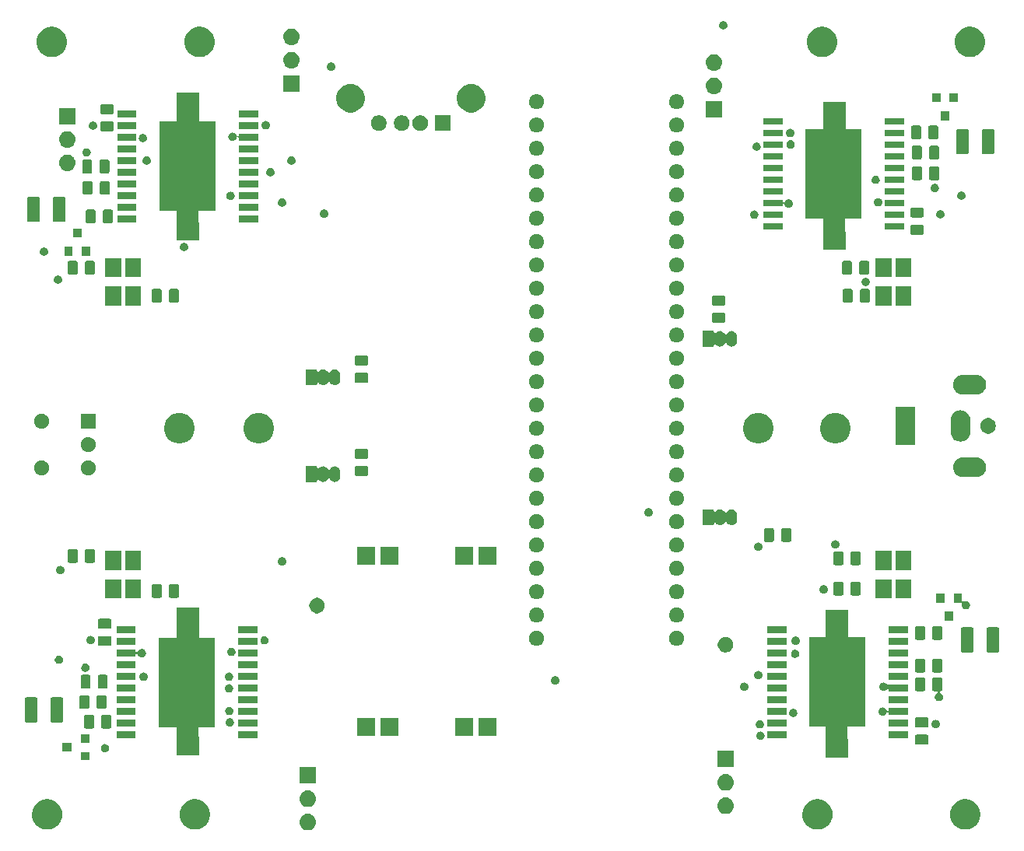
<source format=gbr>
G04 #@! TF.GenerationSoftware,KiCad,Pcbnew,(5.1.4-0)*
G04 #@! TF.CreationDate,2019-12-29T13:39:11-05:00*
G04 #@! TF.ProjectId,eye_driver,6579655f-6472-4697-9665-722e6b696361,rev?*
G04 #@! TF.SameCoordinates,Original*
G04 #@! TF.FileFunction,Soldermask,Top*
G04 #@! TF.FilePolarity,Negative*
%FSLAX46Y46*%
G04 Gerber Fmt 4.6, Leading zero omitted, Abs format (unit mm)*
G04 Created by KiCad (PCBNEW (5.1.4-0)) date 2019-12-29 13:39:11*
%MOMM*%
%LPD*%
G04 APERTURE LIST*
%ADD10C,0.100000*%
G04 APERTURE END LIST*
D10*
G36*
X113308000Y-86424000D02*
G01*
X110998000Y-86424000D01*
X110973000Y-82484000D01*
X113283000Y-82484000D01*
X113308000Y-86424000D01*
G37*
X113308000Y-86424000D02*
X110998000Y-86424000D01*
X110973000Y-82484000D01*
X113283000Y-82484000D01*
X113308000Y-86424000D01*
G36*
X113293000Y-74512000D02*
G01*
X110983000Y-74512000D01*
X110998000Y-70422000D01*
X113308000Y-70422000D01*
X113293000Y-74512000D01*
G37*
X113293000Y-74512000D02*
X110983000Y-74512000D01*
X110998000Y-70422000D01*
X113308000Y-70422000D01*
X113293000Y-74512000D01*
G36*
X113308000Y-142430000D02*
G01*
X110998000Y-142430000D01*
X110973000Y-138490000D01*
X113283000Y-138490000D01*
X113308000Y-142430000D01*
G37*
X113308000Y-142430000D02*
X110998000Y-142430000D01*
X110973000Y-138490000D01*
X113283000Y-138490000D01*
X113308000Y-142430000D01*
G36*
X113293000Y-130518000D02*
G01*
X110983000Y-130518000D01*
X110998000Y-126428000D01*
X113308000Y-126428000D01*
X113293000Y-130518000D01*
G37*
X113293000Y-130518000D02*
X110983000Y-130518000D01*
X110998000Y-126428000D01*
X113308000Y-126428000D01*
X113293000Y-130518000D01*
G36*
X183920000Y-142684000D02*
G01*
X181610000Y-142684000D01*
X181585000Y-138744000D01*
X183895000Y-138744000D01*
X183920000Y-142684000D01*
G37*
X183920000Y-142684000D02*
X181610000Y-142684000D01*
X181585000Y-138744000D01*
X183895000Y-138744000D01*
X183920000Y-142684000D01*
G36*
X183905000Y-130772000D02*
G01*
X181595000Y-130772000D01*
X181610000Y-126682000D01*
X183920000Y-126682000D01*
X183905000Y-130772000D01*
G37*
X183905000Y-130772000D02*
X181595000Y-130772000D01*
X181610000Y-126682000D01*
X183920000Y-126682000D01*
X183905000Y-130772000D01*
G36*
X183651000Y-75528000D02*
G01*
X181341000Y-75528000D01*
X181356000Y-71438000D01*
X183666000Y-71438000D01*
X183651000Y-75528000D01*
G37*
X183651000Y-75528000D02*
X181341000Y-75528000D01*
X181356000Y-71438000D01*
X183666000Y-71438000D01*
X183651000Y-75528000D01*
G36*
X183666000Y-87440000D02*
G01*
X181356000Y-87440000D01*
X181331000Y-83500000D01*
X183641000Y-83500000D01*
X183666000Y-87440000D01*
G37*
X183666000Y-87440000D02*
X181356000Y-87440000D01*
X181331000Y-83500000D01*
X183641000Y-83500000D01*
X183666000Y-87440000D01*
G36*
X125332442Y-148901518D02*
G01*
X125398627Y-148908037D01*
X125568466Y-148959557D01*
X125724991Y-149043222D01*
X125760729Y-149072552D01*
X125862186Y-149155814D01*
X125945448Y-149257271D01*
X125974778Y-149293009D01*
X126058443Y-149449534D01*
X126109963Y-149619373D01*
X126127359Y-149796000D01*
X126109963Y-149972627D01*
X126058443Y-150142466D01*
X125974778Y-150298991D01*
X125945448Y-150334729D01*
X125862186Y-150436186D01*
X125760729Y-150519448D01*
X125724991Y-150548778D01*
X125568466Y-150632443D01*
X125398627Y-150683963D01*
X125332442Y-150690482D01*
X125266260Y-150697000D01*
X125177740Y-150697000D01*
X125111558Y-150690482D01*
X125045373Y-150683963D01*
X124875534Y-150632443D01*
X124719009Y-150548778D01*
X124683271Y-150519448D01*
X124581814Y-150436186D01*
X124498552Y-150334729D01*
X124469222Y-150298991D01*
X124385557Y-150142466D01*
X124334037Y-149972627D01*
X124316641Y-149796000D01*
X124334037Y-149619373D01*
X124385557Y-149449534D01*
X124469222Y-149293009D01*
X124498552Y-149257271D01*
X124581814Y-149155814D01*
X124683271Y-149072552D01*
X124719009Y-149043222D01*
X124875534Y-148959557D01*
X125045373Y-148908037D01*
X125111558Y-148901518D01*
X125177740Y-148895000D01*
X125266260Y-148895000D01*
X125332442Y-148901518D01*
X125332442Y-148901518D01*
G37*
G36*
X181063256Y-147361298D02*
G01*
X181169579Y-147382447D01*
X181470042Y-147506903D01*
X181740451Y-147687585D01*
X181970415Y-147917549D01*
X182121700Y-148143963D01*
X182151098Y-148187960D01*
X182187550Y-148275963D01*
X182275553Y-148488421D01*
X182296702Y-148594744D01*
X182339000Y-148807389D01*
X182339000Y-149132611D01*
X182307094Y-149293011D01*
X182275553Y-149451579D01*
X182151097Y-149752042D01*
X181970415Y-150022451D01*
X181740451Y-150252415D01*
X181470042Y-150433097D01*
X181169579Y-150557553D01*
X181063256Y-150578702D01*
X180850611Y-150621000D01*
X180525389Y-150621000D01*
X180312744Y-150578702D01*
X180206421Y-150557553D01*
X179905958Y-150433097D01*
X179635549Y-150252415D01*
X179405585Y-150022451D01*
X179224903Y-149752042D01*
X179100447Y-149451579D01*
X179068906Y-149293011D01*
X179037000Y-149132611D01*
X179037000Y-148807389D01*
X179079298Y-148594744D01*
X179100447Y-148488421D01*
X179188450Y-148275963D01*
X179224902Y-148187960D01*
X179254300Y-148143963D01*
X179405585Y-147917549D01*
X179635549Y-147687585D01*
X179905958Y-147506903D01*
X180206421Y-147382447D01*
X180312744Y-147361298D01*
X180525389Y-147319000D01*
X180850611Y-147319000D01*
X181063256Y-147361298D01*
X181063256Y-147361298D01*
G37*
G36*
X113313256Y-147361298D02*
G01*
X113419579Y-147382447D01*
X113720042Y-147506903D01*
X113990451Y-147687585D01*
X114220415Y-147917549D01*
X114371700Y-148143963D01*
X114401098Y-148187960D01*
X114437550Y-148275963D01*
X114525553Y-148488421D01*
X114546702Y-148594744D01*
X114589000Y-148807389D01*
X114589000Y-149132611D01*
X114557094Y-149293011D01*
X114525553Y-149451579D01*
X114401097Y-149752042D01*
X114220415Y-150022451D01*
X113990451Y-150252415D01*
X113720042Y-150433097D01*
X113419579Y-150557553D01*
X113313256Y-150578702D01*
X113100611Y-150621000D01*
X112775389Y-150621000D01*
X112562744Y-150578702D01*
X112456421Y-150557553D01*
X112155958Y-150433097D01*
X111885549Y-150252415D01*
X111655585Y-150022451D01*
X111474903Y-149752042D01*
X111350447Y-149451579D01*
X111318906Y-149293011D01*
X111287000Y-149132611D01*
X111287000Y-148807389D01*
X111329298Y-148594744D01*
X111350447Y-148488421D01*
X111438450Y-148275963D01*
X111474902Y-148187960D01*
X111504300Y-148143963D01*
X111655585Y-147917549D01*
X111885549Y-147687585D01*
X112155958Y-147506903D01*
X112456421Y-147382447D01*
X112562744Y-147361298D01*
X112775389Y-147319000D01*
X113100611Y-147319000D01*
X113313256Y-147361298D01*
X113313256Y-147361298D01*
G37*
G36*
X97243256Y-147361298D02*
G01*
X97349579Y-147382447D01*
X97650042Y-147506903D01*
X97920451Y-147687585D01*
X98150415Y-147917549D01*
X98301700Y-148143963D01*
X98331098Y-148187960D01*
X98367550Y-148275963D01*
X98455553Y-148488421D01*
X98476702Y-148594744D01*
X98519000Y-148807389D01*
X98519000Y-149132611D01*
X98487094Y-149293011D01*
X98455553Y-149451579D01*
X98331097Y-149752042D01*
X98150415Y-150022451D01*
X97920451Y-150252415D01*
X97650042Y-150433097D01*
X97349579Y-150557553D01*
X97243256Y-150578702D01*
X97030611Y-150621000D01*
X96705389Y-150621000D01*
X96492744Y-150578702D01*
X96386421Y-150557553D01*
X96085958Y-150433097D01*
X95815549Y-150252415D01*
X95585585Y-150022451D01*
X95404903Y-149752042D01*
X95280447Y-149451579D01*
X95248906Y-149293011D01*
X95217000Y-149132611D01*
X95217000Y-148807389D01*
X95259298Y-148594744D01*
X95280447Y-148488421D01*
X95368450Y-148275963D01*
X95404902Y-148187960D01*
X95434300Y-148143963D01*
X95585585Y-147917549D01*
X95815549Y-147687585D01*
X96085958Y-147506903D01*
X96386421Y-147382447D01*
X96492744Y-147361298D01*
X96705389Y-147319000D01*
X97030611Y-147319000D01*
X97243256Y-147361298D01*
X97243256Y-147361298D01*
G37*
G36*
X197133256Y-147361298D02*
G01*
X197239579Y-147382447D01*
X197540042Y-147506903D01*
X197810451Y-147687585D01*
X198040415Y-147917549D01*
X198191700Y-148143963D01*
X198221098Y-148187960D01*
X198257550Y-148275963D01*
X198345553Y-148488421D01*
X198366702Y-148594744D01*
X198409000Y-148807389D01*
X198409000Y-149132611D01*
X198377094Y-149293011D01*
X198345553Y-149451579D01*
X198221097Y-149752042D01*
X198040415Y-150022451D01*
X197810451Y-150252415D01*
X197540042Y-150433097D01*
X197239579Y-150557553D01*
X197133256Y-150578702D01*
X196920611Y-150621000D01*
X196595389Y-150621000D01*
X196382744Y-150578702D01*
X196276421Y-150557553D01*
X195975958Y-150433097D01*
X195705549Y-150252415D01*
X195475585Y-150022451D01*
X195294903Y-149752042D01*
X195170447Y-149451579D01*
X195138906Y-149293011D01*
X195107000Y-149132611D01*
X195107000Y-148807389D01*
X195149298Y-148594744D01*
X195170447Y-148488421D01*
X195258450Y-148275963D01*
X195294902Y-148187960D01*
X195324300Y-148143963D01*
X195475585Y-147917549D01*
X195705549Y-147687585D01*
X195975958Y-147506903D01*
X196276421Y-147382447D01*
X196382744Y-147361298D01*
X196595389Y-147319000D01*
X196920611Y-147319000D01*
X197133256Y-147361298D01*
X197133256Y-147361298D01*
G37*
G36*
X170798443Y-147123519D02*
G01*
X170864627Y-147130037D01*
X171034466Y-147181557D01*
X171190991Y-147265222D01*
X171226729Y-147294552D01*
X171328186Y-147377814D01*
X171411448Y-147479271D01*
X171440778Y-147515009D01*
X171524443Y-147671534D01*
X171575963Y-147841373D01*
X171593359Y-148018000D01*
X171575963Y-148194627D01*
X171524443Y-148364466D01*
X171440778Y-148520991D01*
X171411448Y-148556729D01*
X171328186Y-148658186D01*
X171226729Y-148741448D01*
X171190991Y-148770778D01*
X171034466Y-148854443D01*
X170864627Y-148905963D01*
X170798442Y-148912482D01*
X170732260Y-148919000D01*
X170643740Y-148919000D01*
X170577558Y-148912482D01*
X170511373Y-148905963D01*
X170341534Y-148854443D01*
X170185009Y-148770778D01*
X170149271Y-148741448D01*
X170047814Y-148658186D01*
X169964552Y-148556729D01*
X169935222Y-148520991D01*
X169851557Y-148364466D01*
X169800037Y-148194627D01*
X169782641Y-148018000D01*
X169800037Y-147841373D01*
X169851557Y-147671534D01*
X169935222Y-147515009D01*
X169964552Y-147479271D01*
X170047814Y-147377814D01*
X170149271Y-147294552D01*
X170185009Y-147265222D01*
X170341534Y-147181557D01*
X170511373Y-147130037D01*
X170577557Y-147123519D01*
X170643740Y-147117000D01*
X170732260Y-147117000D01*
X170798443Y-147123519D01*
X170798443Y-147123519D01*
G37*
G36*
X125332443Y-146361519D02*
G01*
X125398627Y-146368037D01*
X125568466Y-146419557D01*
X125724991Y-146503222D01*
X125760729Y-146532552D01*
X125862186Y-146615814D01*
X125945448Y-146717271D01*
X125974778Y-146753009D01*
X126058443Y-146909534D01*
X126109963Y-147079373D01*
X126127359Y-147256000D01*
X126109963Y-147432627D01*
X126058443Y-147602466D01*
X125974778Y-147758991D01*
X125945448Y-147794729D01*
X125862186Y-147896186D01*
X125760729Y-147979448D01*
X125724991Y-148008778D01*
X125568466Y-148092443D01*
X125398627Y-148143963D01*
X125332443Y-148150481D01*
X125266260Y-148157000D01*
X125177740Y-148157000D01*
X125111557Y-148150481D01*
X125045373Y-148143963D01*
X124875534Y-148092443D01*
X124719009Y-148008778D01*
X124683271Y-147979448D01*
X124581814Y-147896186D01*
X124498552Y-147794729D01*
X124469222Y-147758991D01*
X124385557Y-147602466D01*
X124334037Y-147432627D01*
X124316641Y-147256000D01*
X124334037Y-147079373D01*
X124385557Y-146909534D01*
X124469222Y-146753009D01*
X124498552Y-146717271D01*
X124581814Y-146615814D01*
X124683271Y-146532552D01*
X124719009Y-146503222D01*
X124875534Y-146419557D01*
X125045373Y-146368037D01*
X125111557Y-146361519D01*
X125177740Y-146355000D01*
X125266260Y-146355000D01*
X125332443Y-146361519D01*
X125332443Y-146361519D01*
G37*
G36*
X170798442Y-144583518D02*
G01*
X170864627Y-144590037D01*
X171034466Y-144641557D01*
X171190991Y-144725222D01*
X171226729Y-144754552D01*
X171328186Y-144837814D01*
X171411448Y-144939271D01*
X171440778Y-144975009D01*
X171524443Y-145131534D01*
X171575963Y-145301373D01*
X171593359Y-145478000D01*
X171575963Y-145654627D01*
X171524443Y-145824466D01*
X171440778Y-145980991D01*
X171411448Y-146016729D01*
X171328186Y-146118186D01*
X171226729Y-146201448D01*
X171190991Y-146230778D01*
X171034466Y-146314443D01*
X170864627Y-146365963D01*
X170798442Y-146372482D01*
X170732260Y-146379000D01*
X170643740Y-146379000D01*
X170577558Y-146372482D01*
X170511373Y-146365963D01*
X170341534Y-146314443D01*
X170185009Y-146230778D01*
X170149271Y-146201448D01*
X170047814Y-146118186D01*
X169964552Y-146016729D01*
X169935222Y-145980991D01*
X169851557Y-145824466D01*
X169800037Y-145654627D01*
X169782641Y-145478000D01*
X169800037Y-145301373D01*
X169851557Y-145131534D01*
X169935222Y-144975009D01*
X169964552Y-144939271D01*
X170047814Y-144837814D01*
X170149271Y-144754552D01*
X170185009Y-144725222D01*
X170341534Y-144641557D01*
X170511373Y-144590037D01*
X170577558Y-144583518D01*
X170643740Y-144577000D01*
X170732260Y-144577000D01*
X170798442Y-144583518D01*
X170798442Y-144583518D01*
G37*
G36*
X126123000Y-145617000D02*
G01*
X124321000Y-145617000D01*
X124321000Y-143815000D01*
X126123000Y-143815000D01*
X126123000Y-145617000D01*
X126123000Y-145617000D01*
G37*
G36*
X171589000Y-143839000D02*
G01*
X169787000Y-143839000D01*
X169787000Y-142037000D01*
X171589000Y-142037000D01*
X171589000Y-143839000D01*
X171589000Y-143839000D01*
G37*
G36*
X101509000Y-143069000D02*
G01*
X100507000Y-143069000D01*
X100507000Y-142167000D01*
X101509000Y-142167000D01*
X101509000Y-143069000D01*
X101509000Y-143069000D01*
G37*
G36*
X103289552Y-141312331D02*
G01*
X103369640Y-141345505D01*
X103371629Y-141346329D01*
X103376680Y-141349704D01*
X103445495Y-141395685D01*
X103508315Y-141458505D01*
X103557672Y-141532373D01*
X103591669Y-141614448D01*
X103609000Y-141701579D01*
X103609000Y-141790421D01*
X103591669Y-141877552D01*
X103557672Y-141959627D01*
X103557671Y-141959629D01*
X103508314Y-142033496D01*
X103445496Y-142096314D01*
X103371629Y-142145671D01*
X103371628Y-142145672D01*
X103371627Y-142145672D01*
X103289552Y-142179669D01*
X103202421Y-142197000D01*
X103113579Y-142197000D01*
X103026448Y-142179669D01*
X102944373Y-142145672D01*
X102944372Y-142145672D01*
X102944371Y-142145671D01*
X102870504Y-142096314D01*
X102807686Y-142033496D01*
X102758329Y-141959629D01*
X102758328Y-141959627D01*
X102724331Y-141877552D01*
X102707000Y-141790421D01*
X102707000Y-141701579D01*
X102724331Y-141614448D01*
X102758328Y-141532373D01*
X102807685Y-141458505D01*
X102870505Y-141395685D01*
X102939320Y-141349704D01*
X102944371Y-141346329D01*
X102946360Y-141345505D01*
X103026448Y-141312331D01*
X103113579Y-141295000D01*
X103202421Y-141295000D01*
X103289552Y-141312331D01*
X103289552Y-141312331D01*
G37*
G36*
X99509000Y-142119000D02*
G01*
X98507000Y-142119000D01*
X98507000Y-141217000D01*
X99509000Y-141217000D01*
X99509000Y-142119000D01*
X99509000Y-142119000D01*
G37*
G36*
X192608468Y-140293565D02*
G01*
X192647138Y-140305296D01*
X192682777Y-140324346D01*
X192714017Y-140349983D01*
X192739654Y-140381223D01*
X192758704Y-140416862D01*
X192770435Y-140455532D01*
X192775000Y-140501888D01*
X192775000Y-141153112D01*
X192770435Y-141199468D01*
X192758704Y-141238138D01*
X192739654Y-141273777D01*
X192714017Y-141305017D01*
X192682777Y-141330654D01*
X192647138Y-141349704D01*
X192608468Y-141361435D01*
X192562112Y-141366000D01*
X191485888Y-141366000D01*
X191439532Y-141361435D01*
X191400862Y-141349704D01*
X191365223Y-141330654D01*
X191333983Y-141305017D01*
X191308346Y-141273777D01*
X191289296Y-141238138D01*
X191277565Y-141199468D01*
X191273000Y-141153112D01*
X191273000Y-140501888D01*
X191277565Y-140455532D01*
X191289296Y-140416862D01*
X191308346Y-140381223D01*
X191333983Y-140349983D01*
X191365223Y-140324346D01*
X191400862Y-140305296D01*
X191439532Y-140293565D01*
X191485888Y-140289000D01*
X192562112Y-140289000D01*
X192608468Y-140293565D01*
X192608468Y-140293565D01*
G37*
G36*
X101509000Y-141169000D02*
G01*
X100507000Y-141169000D01*
X100507000Y-140267000D01*
X101509000Y-140267000D01*
X101509000Y-141169000D01*
X101509000Y-141169000D01*
G37*
G36*
X174619552Y-139958331D02*
G01*
X174701627Y-139992328D01*
X174701629Y-139992329D01*
X174738813Y-140017175D01*
X174775495Y-140041685D01*
X174838315Y-140104505D01*
X174887672Y-140178373D01*
X174921669Y-140260448D01*
X174939000Y-140347579D01*
X174939000Y-140436421D01*
X174921669Y-140523552D01*
X174907296Y-140558250D01*
X174887671Y-140605629D01*
X174838314Y-140679496D01*
X174775496Y-140742314D01*
X174701629Y-140791671D01*
X174701628Y-140791672D01*
X174701627Y-140791672D01*
X174619552Y-140825669D01*
X174532421Y-140843000D01*
X174443579Y-140843000D01*
X174356448Y-140825669D01*
X174274373Y-140791672D01*
X174274372Y-140791672D01*
X174274371Y-140791671D01*
X174200504Y-140742314D01*
X174137686Y-140679496D01*
X174088329Y-140605629D01*
X174068704Y-140558250D01*
X174054331Y-140523552D01*
X174037000Y-140436421D01*
X174037000Y-140347579D01*
X174054331Y-140260448D01*
X174088328Y-140178373D01*
X174137685Y-140104505D01*
X174200505Y-140041685D01*
X174237187Y-140017175D01*
X174274371Y-139992329D01*
X174274373Y-139992328D01*
X174356448Y-139958331D01*
X174443579Y-139941000D01*
X174532421Y-139941000D01*
X174619552Y-139958331D01*
X174619552Y-139958331D01*
G37*
G36*
X106504000Y-140687000D02*
G01*
X104412000Y-140687000D01*
X104412000Y-139955000D01*
X106504000Y-139955000D01*
X106504000Y-140687000D01*
X106504000Y-140687000D01*
G37*
G36*
X119724000Y-140687000D02*
G01*
X117632000Y-140687000D01*
X117632000Y-139955000D01*
X119724000Y-139955000D01*
X119724000Y-140687000D01*
X119724000Y-140687000D01*
G37*
G36*
X177316000Y-140637000D02*
G01*
X175224000Y-140637000D01*
X175224000Y-139905000D01*
X177316000Y-139905000D01*
X177316000Y-140637000D01*
X177316000Y-140637000D01*
G37*
G36*
X190536000Y-140637000D02*
G01*
X188444000Y-140637000D01*
X188444000Y-139905000D01*
X190536000Y-139905000D01*
X190536000Y-140637000D01*
X190536000Y-140637000D01*
G37*
G36*
X135091000Y-140447000D02*
G01*
X133139000Y-140447000D01*
X133139000Y-138495000D01*
X135091000Y-138495000D01*
X135091000Y-140447000D01*
X135091000Y-140447000D01*
G37*
G36*
X145766000Y-140422000D02*
G01*
X143814000Y-140422000D01*
X143814000Y-138470000D01*
X145766000Y-138470000D01*
X145766000Y-140422000D01*
X145766000Y-140422000D01*
G37*
G36*
X143216000Y-140422000D02*
G01*
X141264000Y-140422000D01*
X141264000Y-138470000D01*
X143216000Y-138470000D01*
X143216000Y-140422000D01*
X143216000Y-140422000D01*
G37*
G36*
X132541000Y-140422000D02*
G01*
X130589000Y-140422000D01*
X130589000Y-138470000D01*
X132541000Y-138470000D01*
X132541000Y-140422000D01*
X132541000Y-140422000D01*
G37*
G36*
X103671468Y-138127565D02*
G01*
X103710138Y-138139296D01*
X103745777Y-138158346D01*
X103777017Y-138183983D01*
X103802654Y-138215223D01*
X103821704Y-138250862D01*
X103833435Y-138289532D01*
X103838000Y-138335888D01*
X103838000Y-139412112D01*
X103833435Y-139458468D01*
X103821704Y-139497138D01*
X103802654Y-139532777D01*
X103777017Y-139564017D01*
X103745777Y-139589654D01*
X103710138Y-139608704D01*
X103671468Y-139620435D01*
X103625112Y-139625000D01*
X102973888Y-139625000D01*
X102927532Y-139620435D01*
X102888862Y-139608704D01*
X102853223Y-139589654D01*
X102821983Y-139564017D01*
X102796346Y-139532777D01*
X102777296Y-139497138D01*
X102765565Y-139458468D01*
X102761000Y-139412112D01*
X102761000Y-138335888D01*
X102765565Y-138289532D01*
X102777296Y-138250862D01*
X102796346Y-138215223D01*
X102821983Y-138183983D01*
X102853223Y-138158346D01*
X102888862Y-138139296D01*
X102927532Y-138127565D01*
X102973888Y-138123000D01*
X103625112Y-138123000D01*
X103671468Y-138127565D01*
X103671468Y-138127565D01*
G37*
G36*
X101796468Y-138127565D02*
G01*
X101835138Y-138139296D01*
X101870777Y-138158346D01*
X101902017Y-138183983D01*
X101927654Y-138215223D01*
X101946704Y-138250862D01*
X101958435Y-138289532D01*
X101963000Y-138335888D01*
X101963000Y-139412112D01*
X101958435Y-139458468D01*
X101946704Y-139497138D01*
X101927654Y-139532777D01*
X101902017Y-139564017D01*
X101870777Y-139589654D01*
X101835138Y-139608704D01*
X101796468Y-139620435D01*
X101750112Y-139625000D01*
X101098888Y-139625000D01*
X101052532Y-139620435D01*
X101013862Y-139608704D01*
X100978223Y-139589654D01*
X100946983Y-139564017D01*
X100921346Y-139532777D01*
X100902296Y-139497138D01*
X100890565Y-139458468D01*
X100886000Y-139412112D01*
X100886000Y-138335888D01*
X100890565Y-138289532D01*
X100902296Y-138250862D01*
X100921346Y-138215223D01*
X100946983Y-138183983D01*
X100978223Y-138158346D01*
X101013862Y-138139296D01*
X101052532Y-138127565D01*
X101098888Y-138123000D01*
X101750112Y-138123000D01*
X101796468Y-138127565D01*
X101796468Y-138127565D01*
G37*
G36*
X174559552Y-138728331D02*
G01*
X174641627Y-138762328D01*
X174641629Y-138762329D01*
X174715496Y-138811686D01*
X174778314Y-138874504D01*
X174826466Y-138946567D01*
X174827672Y-138948373D01*
X174861669Y-139030448D01*
X174879000Y-139117579D01*
X174879000Y-139206421D01*
X174861669Y-139293552D01*
X174835905Y-139355750D01*
X174827671Y-139375629D01*
X174813391Y-139397000D01*
X174778315Y-139449495D01*
X174715495Y-139512315D01*
X174684871Y-139532777D01*
X174641629Y-139561671D01*
X174641628Y-139561672D01*
X174641627Y-139561672D01*
X174559552Y-139595669D01*
X174472421Y-139613000D01*
X174383579Y-139613000D01*
X174296448Y-139595669D01*
X174214373Y-139561672D01*
X174214372Y-139561672D01*
X174214371Y-139561671D01*
X174171129Y-139532777D01*
X174140505Y-139512315D01*
X174077685Y-139449495D01*
X174042609Y-139397000D01*
X174028329Y-139375629D01*
X174020095Y-139355750D01*
X173994331Y-139293552D01*
X173977000Y-139206421D01*
X173977000Y-139117579D01*
X173994331Y-139030448D01*
X174028328Y-138948373D01*
X174029535Y-138946567D01*
X174077686Y-138874504D01*
X174140504Y-138811686D01*
X174214371Y-138762329D01*
X174214373Y-138762328D01*
X174296448Y-138728331D01*
X174383579Y-138711000D01*
X174472421Y-138711000D01*
X174559552Y-138728331D01*
X174559552Y-138728331D01*
G37*
G36*
X193679552Y-138694331D02*
G01*
X193761627Y-138728328D01*
X193761629Y-138728329D01*
X193761633Y-138728332D01*
X193812548Y-138762352D01*
X193835496Y-138777686D01*
X193898314Y-138840504D01*
X193939124Y-138901579D01*
X193947672Y-138914373D01*
X193981669Y-138996448D01*
X193999000Y-139083579D01*
X193999000Y-139172421D01*
X193981669Y-139259552D01*
X193954647Y-139324788D01*
X193947671Y-139341629D01*
X193933299Y-139363138D01*
X193898315Y-139415495D01*
X193835495Y-139478315D01*
X193807324Y-139497138D01*
X193761629Y-139527671D01*
X193761628Y-139527672D01*
X193761627Y-139527672D01*
X193679552Y-139561669D01*
X193592421Y-139579000D01*
X193503579Y-139579000D01*
X193416448Y-139561669D01*
X193334373Y-139527672D01*
X193334372Y-139527672D01*
X193334371Y-139527671D01*
X193288676Y-139497138D01*
X193260505Y-139478315D01*
X193197685Y-139415495D01*
X193162701Y-139363138D01*
X193148329Y-139341629D01*
X193141353Y-139324788D01*
X193114331Y-139259552D01*
X193097000Y-139172421D01*
X193097000Y-139083579D01*
X193114331Y-138996448D01*
X193148328Y-138914373D01*
X193156877Y-138901579D01*
X193197686Y-138840504D01*
X193260504Y-138777686D01*
X193283453Y-138762352D01*
X193334367Y-138728332D01*
X193334371Y-138728329D01*
X193334373Y-138728328D01*
X193416448Y-138694331D01*
X193503579Y-138677000D01*
X193592421Y-138677000D01*
X193679552Y-138694331D01*
X193679552Y-138694331D01*
G37*
G36*
X192608468Y-138418565D02*
G01*
X192647138Y-138430296D01*
X192682777Y-138449346D01*
X192714017Y-138474983D01*
X192739654Y-138506223D01*
X192758704Y-138541862D01*
X192770435Y-138580532D01*
X192775000Y-138626888D01*
X192775000Y-139278112D01*
X192770435Y-139324468D01*
X192758704Y-139363138D01*
X192739654Y-139398777D01*
X192714017Y-139430017D01*
X192682777Y-139455654D01*
X192647138Y-139474704D01*
X192608468Y-139486435D01*
X192562112Y-139491000D01*
X191485888Y-139491000D01*
X191439532Y-139486435D01*
X191400862Y-139474704D01*
X191365223Y-139455654D01*
X191333983Y-139430017D01*
X191308346Y-139398777D01*
X191289296Y-139363138D01*
X191277565Y-139324468D01*
X191273000Y-139278112D01*
X191273000Y-138626888D01*
X191277565Y-138580532D01*
X191289296Y-138541862D01*
X191308346Y-138506223D01*
X191333983Y-138474983D01*
X191365223Y-138449346D01*
X191400862Y-138430296D01*
X191439532Y-138418565D01*
X191485888Y-138414000D01*
X192562112Y-138414000D01*
X192608468Y-138418565D01*
X192608468Y-138418565D01*
G37*
G36*
X115119000Y-139457000D02*
G01*
X109017000Y-139457000D01*
X109017000Y-129755000D01*
X115119000Y-129755000D01*
X115119000Y-139457000D01*
X115119000Y-139457000D01*
G37*
G36*
X119724000Y-139417000D02*
G01*
X117632000Y-139417000D01*
X117632000Y-138685000D01*
X119724000Y-138685000D01*
X119724000Y-139417000D01*
X119724000Y-139417000D01*
G37*
G36*
X106504000Y-139417000D02*
G01*
X104412000Y-139417000D01*
X104412000Y-138685000D01*
X106504000Y-138685000D01*
X106504000Y-139417000D01*
X106504000Y-139417000D01*
G37*
G36*
X185931000Y-139407000D02*
G01*
X179829000Y-139407000D01*
X179829000Y-129705000D01*
X185931000Y-129705000D01*
X185931000Y-139407000D01*
X185931000Y-139407000D01*
G37*
G36*
X116869552Y-138512331D02*
G01*
X116940845Y-138541862D01*
X116951629Y-138546329D01*
X117025496Y-138595686D01*
X117088314Y-138658504D01*
X117134972Y-138728331D01*
X117137672Y-138732373D01*
X117171669Y-138814448D01*
X117189000Y-138901579D01*
X117189000Y-138990421D01*
X117171669Y-139077552D01*
X117137672Y-139159627D01*
X117137671Y-139159629D01*
X117088314Y-139233496D01*
X117025496Y-139296314D01*
X116951629Y-139345671D01*
X116951628Y-139345672D01*
X116951627Y-139345672D01*
X116869552Y-139379669D01*
X116782421Y-139397000D01*
X116693579Y-139397000D01*
X116606448Y-139379669D01*
X116524373Y-139345672D01*
X116524372Y-139345672D01*
X116524371Y-139345671D01*
X116450504Y-139296314D01*
X116387686Y-139233496D01*
X116338329Y-139159629D01*
X116338328Y-139159627D01*
X116304331Y-139077552D01*
X116287000Y-138990421D01*
X116287000Y-138901579D01*
X116304331Y-138814448D01*
X116338328Y-138732373D01*
X116341029Y-138728331D01*
X116387686Y-138658504D01*
X116450504Y-138595686D01*
X116524371Y-138546329D01*
X116535155Y-138541862D01*
X116606448Y-138512331D01*
X116693579Y-138495000D01*
X116782421Y-138495000D01*
X116869552Y-138512331D01*
X116869552Y-138512331D01*
G37*
G36*
X177316000Y-139367000D02*
G01*
X175224000Y-139367000D01*
X175224000Y-138635000D01*
X177316000Y-138635000D01*
X177316000Y-139367000D01*
X177316000Y-139367000D01*
G37*
G36*
X190536000Y-139367000D02*
G01*
X188444000Y-139367000D01*
X188444000Y-138635000D01*
X190536000Y-138635000D01*
X190536000Y-139367000D01*
X190536000Y-139367000D01*
G37*
G36*
X95638604Y-136232347D02*
G01*
X95675144Y-136243432D01*
X95708821Y-136261433D01*
X95738341Y-136285659D01*
X95762567Y-136315179D01*
X95780568Y-136348856D01*
X95791653Y-136385396D01*
X95796000Y-136429538D01*
X95796000Y-138778462D01*
X95791653Y-138822604D01*
X95780568Y-138859144D01*
X95762567Y-138892821D01*
X95738341Y-138922341D01*
X95708821Y-138946567D01*
X95675144Y-138964568D01*
X95638604Y-138975653D01*
X95594462Y-138980000D01*
X94645538Y-138980000D01*
X94601396Y-138975653D01*
X94564856Y-138964568D01*
X94531179Y-138946567D01*
X94501659Y-138922341D01*
X94477433Y-138892821D01*
X94459432Y-138859144D01*
X94448347Y-138822604D01*
X94444000Y-138778462D01*
X94444000Y-136429538D01*
X94448347Y-136385396D01*
X94459432Y-136348856D01*
X94477433Y-136315179D01*
X94501659Y-136285659D01*
X94531179Y-136261433D01*
X94564856Y-136243432D01*
X94601396Y-136232347D01*
X94645538Y-136228000D01*
X95594462Y-136228000D01*
X95638604Y-136232347D01*
X95638604Y-136232347D01*
G37*
G36*
X98438604Y-136232347D02*
G01*
X98475144Y-136243432D01*
X98508821Y-136261433D01*
X98538341Y-136285659D01*
X98562567Y-136315179D01*
X98580568Y-136348856D01*
X98591653Y-136385396D01*
X98596000Y-136429538D01*
X98596000Y-138778462D01*
X98591653Y-138822604D01*
X98580568Y-138859144D01*
X98562567Y-138892821D01*
X98538341Y-138922341D01*
X98508821Y-138946567D01*
X98475144Y-138964568D01*
X98438604Y-138975653D01*
X98394462Y-138980000D01*
X97445538Y-138980000D01*
X97401396Y-138975653D01*
X97364856Y-138964568D01*
X97331179Y-138946567D01*
X97301659Y-138922341D01*
X97277433Y-138892821D01*
X97259432Y-138859144D01*
X97248347Y-138822604D01*
X97244000Y-138778462D01*
X97244000Y-136429538D01*
X97248347Y-136385396D01*
X97259432Y-136348856D01*
X97277433Y-136315179D01*
X97301659Y-136285659D01*
X97331179Y-136261433D01*
X97364856Y-136243432D01*
X97401396Y-136232347D01*
X97445538Y-136228000D01*
X98394462Y-136228000D01*
X98438604Y-136232347D01*
X98438604Y-136232347D01*
G37*
G36*
X178169552Y-137468331D02*
G01*
X178251627Y-137502328D01*
X178251629Y-137502329D01*
X178288813Y-137527175D01*
X178325495Y-137551685D01*
X178388315Y-137614505D01*
X178406940Y-137642379D01*
X178429984Y-137676866D01*
X178437672Y-137688373D01*
X178471669Y-137770448D01*
X178489000Y-137857579D01*
X178489000Y-137946421D01*
X178471669Y-138033552D01*
X178437672Y-138115627D01*
X178437671Y-138115629D01*
X178421857Y-138139296D01*
X178400225Y-138171671D01*
X178388314Y-138189496D01*
X178325496Y-138252314D01*
X178251629Y-138301671D01*
X178251628Y-138301672D01*
X178251627Y-138301672D01*
X178169552Y-138335669D01*
X178082421Y-138353000D01*
X177993579Y-138353000D01*
X177906448Y-138335669D01*
X177824373Y-138301672D01*
X177824372Y-138301672D01*
X177824371Y-138301671D01*
X177750504Y-138252314D01*
X177687686Y-138189496D01*
X177675776Y-138171671D01*
X177654143Y-138139296D01*
X177638329Y-138115629D01*
X177638328Y-138115627D01*
X177604331Y-138033552D01*
X177587000Y-137946421D01*
X177587000Y-137857579D01*
X177604331Y-137770448D01*
X177638328Y-137688373D01*
X177646017Y-137676866D01*
X177669060Y-137642379D01*
X177687685Y-137614505D01*
X177750505Y-137551685D01*
X177787187Y-137527175D01*
X177824371Y-137502329D01*
X177824373Y-137502328D01*
X177906448Y-137468331D01*
X177993579Y-137451000D01*
X178082421Y-137451000D01*
X178169552Y-137468331D01*
X178169552Y-137468331D01*
G37*
G36*
X187909552Y-137338331D02*
G01*
X187991627Y-137372328D01*
X187991629Y-137372329D01*
X188025224Y-137394777D01*
X188065495Y-137421685D01*
X188128315Y-137484505D01*
X188177672Y-137558373D01*
X188203517Y-137620768D01*
X188215068Y-137642379D01*
X188230613Y-137661321D01*
X188249555Y-137676866D01*
X188271166Y-137688417D01*
X188294615Y-137695530D01*
X188319001Y-137697932D01*
X188343387Y-137695530D01*
X188366836Y-137688417D01*
X188388447Y-137676866D01*
X188407389Y-137661321D01*
X188422934Y-137642379D01*
X188434485Y-137620768D01*
X188441598Y-137597319D01*
X188444000Y-137572933D01*
X188444000Y-137365000D01*
X190536000Y-137365000D01*
X190536000Y-138097000D01*
X188444000Y-138097000D01*
X188444000Y-137971067D01*
X188441598Y-137946681D01*
X188434485Y-137923232D01*
X188422934Y-137901621D01*
X188407389Y-137882679D01*
X188388447Y-137867134D01*
X188366836Y-137855583D01*
X188343387Y-137848470D01*
X188319001Y-137846068D01*
X188294615Y-137848470D01*
X188271166Y-137855583D01*
X188249555Y-137867134D01*
X188230613Y-137882679D01*
X188215068Y-137901621D01*
X188203517Y-137923232D01*
X188177672Y-137985627D01*
X188128315Y-138059495D01*
X188065495Y-138122315D01*
X188056726Y-138128174D01*
X187991629Y-138171671D01*
X187991628Y-138171672D01*
X187991627Y-138171672D01*
X187909552Y-138205669D01*
X187822421Y-138223000D01*
X187733579Y-138223000D01*
X187646448Y-138205669D01*
X187564373Y-138171672D01*
X187564372Y-138171672D01*
X187564371Y-138171671D01*
X187499274Y-138128174D01*
X187490505Y-138122315D01*
X187427685Y-138059495D01*
X187378328Y-137985627D01*
X187344331Y-137903552D01*
X187327000Y-137816421D01*
X187327000Y-137727579D01*
X187344331Y-137640448D01*
X187378328Y-137558373D01*
X187427685Y-137484505D01*
X187490505Y-137421685D01*
X187530776Y-137394777D01*
X187564371Y-137372329D01*
X187564373Y-137372328D01*
X187646448Y-137338331D01*
X187733579Y-137321000D01*
X187822421Y-137321000D01*
X187909552Y-137338331D01*
X187909552Y-137338331D01*
G37*
G36*
X116819552Y-137272331D02*
G01*
X116901627Y-137306328D01*
X116901629Y-137306329D01*
X116922789Y-137320468D01*
X116975495Y-137355685D01*
X117038315Y-137418505D01*
X117087672Y-137492373D01*
X117121669Y-137574448D01*
X117139000Y-137661579D01*
X117139000Y-137750421D01*
X117121669Y-137837552D01*
X117087672Y-137919627D01*
X117087671Y-137919629D01*
X117069769Y-137946421D01*
X117038315Y-137993495D01*
X116975495Y-138056315D01*
X116970734Y-138059496D01*
X116901629Y-138105671D01*
X116901628Y-138105672D01*
X116901627Y-138105672D01*
X116819552Y-138139669D01*
X116732421Y-138157000D01*
X116643579Y-138157000D01*
X116556448Y-138139669D01*
X116474373Y-138105672D01*
X116474372Y-138105672D01*
X116474371Y-138105671D01*
X116405266Y-138059496D01*
X116400505Y-138056315D01*
X116337685Y-137993495D01*
X116306231Y-137946421D01*
X116288329Y-137919629D01*
X116288328Y-137919627D01*
X116254331Y-137837552D01*
X116237000Y-137750421D01*
X116237000Y-137661579D01*
X116254331Y-137574448D01*
X116288328Y-137492373D01*
X116337685Y-137418505D01*
X116400505Y-137355685D01*
X116453211Y-137320468D01*
X116474371Y-137306329D01*
X116474373Y-137306328D01*
X116556448Y-137272331D01*
X116643579Y-137255000D01*
X116732421Y-137255000D01*
X116819552Y-137272331D01*
X116819552Y-137272331D01*
G37*
G36*
X119724000Y-138147000D02*
G01*
X117632000Y-138147000D01*
X117632000Y-137415000D01*
X119724000Y-137415000D01*
X119724000Y-138147000D01*
X119724000Y-138147000D01*
G37*
G36*
X106504000Y-138147000D02*
G01*
X104412000Y-138147000D01*
X104412000Y-137415000D01*
X106504000Y-137415000D01*
X106504000Y-138147000D01*
X106504000Y-138147000D01*
G37*
G36*
X177316000Y-138097000D02*
G01*
X175224000Y-138097000D01*
X175224000Y-137365000D01*
X177316000Y-137365000D01*
X177316000Y-138097000D01*
X177316000Y-138097000D01*
G37*
G36*
X101288468Y-135989565D02*
G01*
X101327138Y-136001296D01*
X101362777Y-136020346D01*
X101394017Y-136045983D01*
X101419654Y-136077223D01*
X101438704Y-136112862D01*
X101450435Y-136151532D01*
X101455000Y-136197888D01*
X101455000Y-137274112D01*
X101450435Y-137320468D01*
X101438704Y-137359138D01*
X101419654Y-137394777D01*
X101394017Y-137426017D01*
X101362777Y-137451654D01*
X101327138Y-137470704D01*
X101288468Y-137482435D01*
X101242112Y-137487000D01*
X100590888Y-137487000D01*
X100544532Y-137482435D01*
X100505862Y-137470704D01*
X100470223Y-137451654D01*
X100438983Y-137426017D01*
X100413346Y-137394777D01*
X100394296Y-137359138D01*
X100382565Y-137320468D01*
X100378000Y-137274112D01*
X100378000Y-136197888D01*
X100382565Y-136151532D01*
X100394296Y-136112862D01*
X100413346Y-136077223D01*
X100438983Y-136045983D01*
X100470223Y-136020346D01*
X100505862Y-136001296D01*
X100544532Y-135989565D01*
X100590888Y-135985000D01*
X101242112Y-135985000D01*
X101288468Y-135989565D01*
X101288468Y-135989565D01*
G37*
G36*
X103163468Y-135989565D02*
G01*
X103202138Y-136001296D01*
X103237777Y-136020346D01*
X103269017Y-136045983D01*
X103294654Y-136077223D01*
X103313704Y-136112862D01*
X103325435Y-136151532D01*
X103330000Y-136197888D01*
X103330000Y-137274112D01*
X103325435Y-137320468D01*
X103313704Y-137359138D01*
X103294654Y-137394777D01*
X103269017Y-137426017D01*
X103237777Y-137451654D01*
X103202138Y-137470704D01*
X103163468Y-137482435D01*
X103117112Y-137487000D01*
X102465888Y-137487000D01*
X102419532Y-137482435D01*
X102380862Y-137470704D01*
X102345223Y-137451654D01*
X102313983Y-137426017D01*
X102288346Y-137394777D01*
X102269296Y-137359138D01*
X102257565Y-137320468D01*
X102253000Y-137274112D01*
X102253000Y-136197888D01*
X102257565Y-136151532D01*
X102269296Y-136112862D01*
X102288346Y-136077223D01*
X102313983Y-136045983D01*
X102345223Y-136020346D01*
X102380862Y-136001296D01*
X102419532Y-135989565D01*
X102465888Y-135985000D01*
X103117112Y-135985000D01*
X103163468Y-135989565D01*
X103163468Y-135989565D01*
G37*
G36*
X106504000Y-136877000D02*
G01*
X104412000Y-136877000D01*
X104412000Y-136145000D01*
X106504000Y-136145000D01*
X106504000Y-136877000D01*
X106504000Y-136877000D01*
G37*
G36*
X119724000Y-136877000D02*
G01*
X117632000Y-136877000D01*
X117632000Y-136145000D01*
X119724000Y-136145000D01*
X119724000Y-136877000D01*
X119724000Y-136877000D01*
G37*
G36*
X190536000Y-136827000D02*
G01*
X188444000Y-136827000D01*
X188444000Y-136095000D01*
X190536000Y-136095000D01*
X190536000Y-136827000D01*
X190536000Y-136827000D01*
G37*
G36*
X177316000Y-136827000D02*
G01*
X175224000Y-136827000D01*
X175224000Y-136095000D01*
X177316000Y-136095000D01*
X177316000Y-136827000D01*
X177316000Y-136827000D01*
G37*
G36*
X194095468Y-134063565D02*
G01*
X194134138Y-134075296D01*
X194169777Y-134094346D01*
X194201017Y-134119983D01*
X194226654Y-134151223D01*
X194245704Y-134186862D01*
X194257435Y-134225532D01*
X194262000Y-134271888D01*
X194262000Y-135348112D01*
X194257435Y-135394468D01*
X194245704Y-135433138D01*
X194226654Y-135468777D01*
X194201017Y-135500017D01*
X194169777Y-135525654D01*
X194134138Y-135544704D01*
X194116129Y-135550167D01*
X194093490Y-135559544D01*
X194073116Y-135573158D01*
X194055789Y-135590485D01*
X194042175Y-135610860D01*
X194032798Y-135633499D01*
X194028018Y-135657532D01*
X194028018Y-135682036D01*
X194032799Y-135706069D01*
X194042176Y-135728708D01*
X194055790Y-135749082D01*
X194073117Y-135766409D01*
X194104581Y-135785267D01*
X194121626Y-135792327D01*
X194159378Y-135817552D01*
X194195496Y-135841686D01*
X194258314Y-135904504D01*
X194304414Y-135973496D01*
X194307672Y-135978373D01*
X194341669Y-136060448D01*
X194359000Y-136147579D01*
X194359000Y-136236421D01*
X194341669Y-136323552D01*
X194328871Y-136354448D01*
X194307671Y-136405629D01*
X194258314Y-136479496D01*
X194195496Y-136542314D01*
X194121629Y-136591671D01*
X194121628Y-136591672D01*
X194121627Y-136591672D01*
X194039552Y-136625669D01*
X193952421Y-136643000D01*
X193863579Y-136643000D01*
X193776448Y-136625669D01*
X193694373Y-136591672D01*
X193694372Y-136591672D01*
X193694371Y-136591671D01*
X193620504Y-136542314D01*
X193557686Y-136479496D01*
X193508329Y-136405629D01*
X193487129Y-136354448D01*
X193474331Y-136323552D01*
X193457000Y-136236421D01*
X193457000Y-136147579D01*
X193474331Y-136060448D01*
X193508328Y-135978373D01*
X193511587Y-135973496D01*
X193557686Y-135904504D01*
X193620504Y-135841686D01*
X193694371Y-135792329D01*
X193694373Y-135792328D01*
X193697959Y-135789932D01*
X193716900Y-135774387D01*
X193732446Y-135755445D01*
X193743997Y-135733834D01*
X193751110Y-135710385D01*
X193753512Y-135685999D01*
X193751110Y-135661613D01*
X193743997Y-135638164D01*
X193732446Y-135616553D01*
X193716901Y-135597612D01*
X193697959Y-135582066D01*
X193676348Y-135570515D01*
X193652899Y-135563402D01*
X193628513Y-135561000D01*
X193397888Y-135561000D01*
X193351532Y-135556435D01*
X193312862Y-135544704D01*
X193277223Y-135525654D01*
X193245983Y-135500017D01*
X193220346Y-135468777D01*
X193201296Y-135433138D01*
X193189565Y-135394468D01*
X193185000Y-135348112D01*
X193185000Y-134271888D01*
X193189565Y-134225532D01*
X193201296Y-134186862D01*
X193220346Y-134151223D01*
X193245983Y-134119983D01*
X193277223Y-134094346D01*
X193312862Y-134075296D01*
X193351532Y-134063565D01*
X193397888Y-134059000D01*
X194049112Y-134059000D01*
X194095468Y-134063565D01*
X194095468Y-134063565D01*
G37*
G36*
X116794552Y-134807331D02*
G01*
X116876627Y-134841328D01*
X116876629Y-134841329D01*
X116890161Y-134850371D01*
X116950495Y-134890685D01*
X117013315Y-134953505D01*
X117062672Y-135027373D01*
X117096669Y-135109448D01*
X117114000Y-135196579D01*
X117114000Y-135285421D01*
X117096669Y-135372552D01*
X117068177Y-135441337D01*
X117062671Y-135454629D01*
X117013314Y-135528496D01*
X116950496Y-135591314D01*
X116876629Y-135640671D01*
X116876628Y-135640672D01*
X116876627Y-135640672D01*
X116794552Y-135674669D01*
X116707421Y-135692000D01*
X116618579Y-135692000D01*
X116531448Y-135674669D01*
X116449373Y-135640672D01*
X116449372Y-135640672D01*
X116449371Y-135640671D01*
X116375504Y-135591314D01*
X116312686Y-135528496D01*
X116263329Y-135454629D01*
X116257823Y-135441337D01*
X116229331Y-135372552D01*
X116212000Y-135285421D01*
X116212000Y-135196579D01*
X116229331Y-135109448D01*
X116263328Y-135027373D01*
X116312685Y-134953505D01*
X116375505Y-134890685D01*
X116435839Y-134850371D01*
X116449371Y-134841329D01*
X116449373Y-134841328D01*
X116531448Y-134807331D01*
X116618579Y-134790000D01*
X116707421Y-134790000D01*
X116794552Y-134807331D01*
X116794552Y-134807331D01*
G37*
G36*
X106504000Y-135607000D02*
G01*
X104412000Y-135607000D01*
X104412000Y-134875000D01*
X106504000Y-134875000D01*
X106504000Y-135607000D01*
X106504000Y-135607000D01*
G37*
G36*
X119724000Y-135607000D02*
G01*
X117632000Y-135607000D01*
X117632000Y-134875000D01*
X119724000Y-134875000D01*
X119724000Y-135607000D01*
X119724000Y-135607000D01*
G37*
G36*
X192220468Y-134063565D02*
G01*
X192259138Y-134075296D01*
X192294777Y-134094346D01*
X192326017Y-134119983D01*
X192351654Y-134151223D01*
X192370704Y-134186862D01*
X192382435Y-134225532D01*
X192387000Y-134271888D01*
X192387000Y-135348112D01*
X192382435Y-135394468D01*
X192370704Y-135433138D01*
X192351654Y-135468777D01*
X192326017Y-135500017D01*
X192294777Y-135525654D01*
X192259138Y-135544704D01*
X192220468Y-135556435D01*
X192174112Y-135561000D01*
X191522888Y-135561000D01*
X191476532Y-135556435D01*
X191437862Y-135544704D01*
X191402223Y-135525654D01*
X191370983Y-135500017D01*
X191345346Y-135468777D01*
X191326296Y-135433138D01*
X191314565Y-135394468D01*
X191310000Y-135348112D01*
X191310000Y-134271888D01*
X191314565Y-134225532D01*
X191326296Y-134186862D01*
X191345346Y-134151223D01*
X191370983Y-134119983D01*
X191402223Y-134094346D01*
X191437862Y-134075296D01*
X191476532Y-134063565D01*
X191522888Y-134059000D01*
X192174112Y-134059000D01*
X192220468Y-134063565D01*
X192220468Y-134063565D01*
G37*
G36*
X187999552Y-134630331D02*
G01*
X188081627Y-134664328D01*
X188081629Y-134664329D01*
X188118813Y-134689175D01*
X188155495Y-134713685D01*
X188222454Y-134780644D01*
X188230616Y-134790589D01*
X188249558Y-134806134D01*
X188271169Y-134817684D01*
X188294618Y-134824797D01*
X188319004Y-134827198D01*
X188341319Y-134825000D01*
X190536000Y-134825000D01*
X190536000Y-135557000D01*
X188444000Y-135557000D01*
X188444000Y-135425801D01*
X188441598Y-135401415D01*
X188434485Y-135377966D01*
X188422934Y-135356355D01*
X188407389Y-135337413D01*
X188388447Y-135321868D01*
X188366836Y-135310317D01*
X188343387Y-135303204D01*
X188319001Y-135300802D01*
X188294615Y-135303204D01*
X188271166Y-135310317D01*
X188249555Y-135321868D01*
X188230613Y-135337413D01*
X188222450Y-135347360D01*
X188155496Y-135414314D01*
X188081629Y-135463671D01*
X188081628Y-135463672D01*
X188081627Y-135463672D01*
X187999552Y-135497669D01*
X187912421Y-135515000D01*
X187823579Y-135515000D01*
X187736448Y-135497669D01*
X187654373Y-135463672D01*
X187654372Y-135463672D01*
X187654371Y-135463671D01*
X187580504Y-135414314D01*
X187517686Y-135351496D01*
X187468329Y-135277629D01*
X187468068Y-135277000D01*
X187434331Y-135195552D01*
X187417000Y-135108421D01*
X187417000Y-135019579D01*
X187434331Y-134932448D01*
X187468328Y-134850373D01*
X187474372Y-134841328D01*
X187502208Y-134799668D01*
X187517685Y-134776505D01*
X187580505Y-134713685D01*
X187617187Y-134689175D01*
X187654371Y-134664329D01*
X187654373Y-134664328D01*
X187736448Y-134630331D01*
X187823579Y-134613000D01*
X187912421Y-134613000D01*
X187999552Y-134630331D01*
X187999552Y-134630331D01*
G37*
G36*
X177316000Y-135557000D02*
G01*
X175224000Y-135557000D01*
X175224000Y-134825000D01*
X177316000Y-134825000D01*
X177316000Y-135557000D01*
X177316000Y-135557000D01*
G37*
G36*
X172851552Y-134630331D02*
G01*
X172933627Y-134664328D01*
X172933629Y-134664329D01*
X172970813Y-134689175D01*
X173007495Y-134713685D01*
X173070315Y-134776505D01*
X173085792Y-134799668D01*
X173113629Y-134841328D01*
X173119672Y-134850373D01*
X173153669Y-134932448D01*
X173171000Y-135019579D01*
X173171000Y-135108421D01*
X173153669Y-135195552D01*
X173119932Y-135277000D01*
X173119671Y-135277629D01*
X173070314Y-135351496D01*
X173007496Y-135414314D01*
X172933629Y-135463671D01*
X172933628Y-135463672D01*
X172933627Y-135463672D01*
X172851552Y-135497669D01*
X172764421Y-135515000D01*
X172675579Y-135515000D01*
X172588448Y-135497669D01*
X172506373Y-135463672D01*
X172506372Y-135463672D01*
X172506371Y-135463671D01*
X172432504Y-135414314D01*
X172369686Y-135351496D01*
X172320329Y-135277629D01*
X172320068Y-135277000D01*
X172286331Y-135195552D01*
X172269000Y-135108421D01*
X172269000Y-135019579D01*
X172286331Y-134932448D01*
X172320328Y-134850373D01*
X172326372Y-134841328D01*
X172354208Y-134799668D01*
X172369685Y-134776505D01*
X172432505Y-134713685D01*
X172469187Y-134689175D01*
X172506371Y-134664329D01*
X172506373Y-134664328D01*
X172588448Y-134630331D01*
X172675579Y-134613000D01*
X172764421Y-134613000D01*
X172851552Y-134630331D01*
X172851552Y-134630331D01*
G37*
G36*
X101414968Y-133779565D02*
G01*
X101453638Y-133791296D01*
X101489277Y-133810346D01*
X101520517Y-133835983D01*
X101546154Y-133867223D01*
X101565204Y-133902862D01*
X101576935Y-133941532D01*
X101581500Y-133987888D01*
X101581500Y-135064112D01*
X101576935Y-135110468D01*
X101565204Y-135149138D01*
X101546154Y-135184777D01*
X101520517Y-135216017D01*
X101489277Y-135241654D01*
X101453638Y-135260704D01*
X101414968Y-135272435D01*
X101368612Y-135277000D01*
X100717388Y-135277000D01*
X100671032Y-135272435D01*
X100632362Y-135260704D01*
X100596723Y-135241654D01*
X100565483Y-135216017D01*
X100539846Y-135184777D01*
X100520796Y-135149138D01*
X100509065Y-135110468D01*
X100504500Y-135064112D01*
X100504500Y-133987888D01*
X100509065Y-133941532D01*
X100520796Y-133902862D01*
X100539846Y-133867223D01*
X100565483Y-133835983D01*
X100596723Y-133810346D01*
X100632362Y-133791296D01*
X100671032Y-133779565D01*
X100717388Y-133775000D01*
X101368612Y-133775000D01*
X101414968Y-133779565D01*
X101414968Y-133779565D01*
G37*
G36*
X103289968Y-133779565D02*
G01*
X103328638Y-133791296D01*
X103364277Y-133810346D01*
X103395517Y-133835983D01*
X103421154Y-133867223D01*
X103440204Y-133902862D01*
X103451935Y-133941532D01*
X103456500Y-133987888D01*
X103456500Y-135064112D01*
X103451935Y-135110468D01*
X103440204Y-135149138D01*
X103421154Y-135184777D01*
X103395517Y-135216017D01*
X103364277Y-135241654D01*
X103328638Y-135260704D01*
X103289968Y-135272435D01*
X103243612Y-135277000D01*
X102592388Y-135277000D01*
X102546032Y-135272435D01*
X102507362Y-135260704D01*
X102471723Y-135241654D01*
X102440483Y-135216017D01*
X102414846Y-135184777D01*
X102395796Y-135149138D01*
X102384065Y-135110468D01*
X102379500Y-135064112D01*
X102379500Y-133987888D01*
X102384065Y-133941532D01*
X102395796Y-133902862D01*
X102414846Y-133867223D01*
X102440483Y-133835983D01*
X102471723Y-133810346D01*
X102507362Y-133791296D01*
X102546032Y-133779565D01*
X102592388Y-133775000D01*
X103243612Y-133775000D01*
X103289968Y-133779565D01*
X103289968Y-133779565D01*
G37*
G36*
X152277552Y-133932331D02*
G01*
X152359627Y-133966328D01*
X152359629Y-133966329D01*
X152391894Y-133987888D01*
X152433495Y-134015685D01*
X152496315Y-134078505D01*
X152512383Y-134102552D01*
X152535976Y-134137861D01*
X152545672Y-134152373D01*
X152579669Y-134234448D01*
X152597000Y-134321579D01*
X152597000Y-134410421D01*
X152579669Y-134497552D01*
X152545726Y-134579496D01*
X152545671Y-134579629D01*
X152496314Y-134653496D01*
X152433496Y-134716314D01*
X152359629Y-134765671D01*
X152359628Y-134765672D01*
X152359627Y-134765672D01*
X152277552Y-134799669D01*
X152190421Y-134817000D01*
X152101579Y-134817000D01*
X152014448Y-134799669D01*
X151932373Y-134765672D01*
X151932372Y-134765672D01*
X151932371Y-134765671D01*
X151858504Y-134716314D01*
X151795686Y-134653496D01*
X151746329Y-134579629D01*
X151746274Y-134579496D01*
X151712331Y-134497552D01*
X151695000Y-134410421D01*
X151695000Y-134321579D01*
X151712331Y-134234448D01*
X151746328Y-134152373D01*
X151756025Y-134137861D01*
X151779617Y-134102552D01*
X151795685Y-134078505D01*
X151858505Y-134015685D01*
X151900106Y-133987888D01*
X151932371Y-133966329D01*
X151932373Y-133966328D01*
X152014448Y-133932331D01*
X152101579Y-133915000D01*
X152190421Y-133915000D01*
X152277552Y-133932331D01*
X152277552Y-133932331D01*
G37*
G36*
X107496552Y-133537331D02*
G01*
X107578627Y-133571328D01*
X107578629Y-133571329D01*
X107581872Y-133573496D01*
X107652495Y-133620685D01*
X107715315Y-133683505D01*
X107764672Y-133757373D01*
X107798669Y-133839448D01*
X107816000Y-133926579D01*
X107816000Y-134015421D01*
X107798669Y-134102552D01*
X107778033Y-134152371D01*
X107764671Y-134184629D01*
X107742672Y-134217552D01*
X107715315Y-134258495D01*
X107652495Y-134321315D01*
X107652098Y-134321580D01*
X107578629Y-134370671D01*
X107578628Y-134370672D01*
X107578627Y-134370672D01*
X107496552Y-134404669D01*
X107409421Y-134422000D01*
X107320579Y-134422000D01*
X107233448Y-134404669D01*
X107151373Y-134370672D01*
X107151372Y-134370672D01*
X107151371Y-134370671D01*
X107077902Y-134321580D01*
X107077505Y-134321315D01*
X107014685Y-134258495D01*
X106987328Y-134217552D01*
X106965329Y-134184629D01*
X106951967Y-134152371D01*
X106931331Y-134102552D01*
X106914000Y-134015421D01*
X106914000Y-133926579D01*
X106931331Y-133839448D01*
X106965328Y-133757373D01*
X107014685Y-133683505D01*
X107077505Y-133620685D01*
X107148128Y-133573496D01*
X107151371Y-133571329D01*
X107151373Y-133571328D01*
X107233448Y-133537331D01*
X107320579Y-133520000D01*
X107409421Y-133520000D01*
X107496552Y-133537331D01*
X107496552Y-133537331D01*
G37*
G36*
X116794552Y-133537331D02*
G01*
X116876627Y-133571328D01*
X116876629Y-133571329D01*
X116879872Y-133573496D01*
X116950495Y-133620685D01*
X117013315Y-133683505D01*
X117062672Y-133757373D01*
X117096669Y-133839448D01*
X117114000Y-133926579D01*
X117114000Y-134015421D01*
X117096669Y-134102552D01*
X117076033Y-134152371D01*
X117062671Y-134184629D01*
X117040672Y-134217552D01*
X117013315Y-134258495D01*
X116950495Y-134321315D01*
X116950098Y-134321580D01*
X116876629Y-134370671D01*
X116876628Y-134370672D01*
X116876627Y-134370672D01*
X116794552Y-134404669D01*
X116707421Y-134422000D01*
X116618579Y-134422000D01*
X116531448Y-134404669D01*
X116449373Y-134370672D01*
X116449372Y-134370672D01*
X116449371Y-134370671D01*
X116375902Y-134321580D01*
X116375505Y-134321315D01*
X116312685Y-134258495D01*
X116285328Y-134217552D01*
X116263329Y-134184629D01*
X116249967Y-134152371D01*
X116229331Y-134102552D01*
X116212000Y-134015421D01*
X116212000Y-133926579D01*
X116229331Y-133839448D01*
X116263328Y-133757373D01*
X116312685Y-133683505D01*
X116375505Y-133620685D01*
X116446128Y-133573496D01*
X116449371Y-133571329D01*
X116449373Y-133571328D01*
X116531448Y-133537331D01*
X116618579Y-133520000D01*
X116707421Y-133520000D01*
X116794552Y-133537331D01*
X116794552Y-133537331D01*
G37*
G36*
X119724000Y-134337000D02*
G01*
X117632000Y-134337000D01*
X117632000Y-133605000D01*
X119724000Y-133605000D01*
X119724000Y-134337000D01*
X119724000Y-134337000D01*
G37*
G36*
X106504000Y-134337000D02*
G01*
X104412000Y-134337000D01*
X104412000Y-133605000D01*
X106504000Y-133605000D01*
X106504000Y-134337000D01*
X106504000Y-134337000D01*
G37*
G36*
X190536000Y-134287000D02*
G01*
X188444000Y-134287000D01*
X188444000Y-133555000D01*
X190536000Y-133555000D01*
X190536000Y-134287000D01*
X190536000Y-134287000D01*
G37*
G36*
X177316000Y-134287000D02*
G01*
X175224000Y-134287000D01*
X175224000Y-133555000D01*
X177316000Y-133555000D01*
X177316000Y-134287000D01*
X177316000Y-134287000D01*
G37*
G36*
X174375552Y-133360331D02*
G01*
X174457627Y-133394328D01*
X174457629Y-133394329D01*
X174467819Y-133401138D01*
X174531495Y-133443685D01*
X174594315Y-133506505D01*
X174614912Y-133537331D01*
X174637629Y-133571328D01*
X174643672Y-133580373D01*
X174677669Y-133662448D01*
X174695000Y-133749579D01*
X174695000Y-133838421D01*
X174677669Y-133925552D01*
X174643672Y-134007627D01*
X174596314Y-134078504D01*
X174594314Y-134081496D01*
X174531496Y-134144314D01*
X174457629Y-134193671D01*
X174457628Y-134193672D01*
X174457627Y-134193672D01*
X174375552Y-134227669D01*
X174288421Y-134245000D01*
X174199579Y-134245000D01*
X174112448Y-134227669D01*
X174030373Y-134193672D01*
X174030372Y-134193672D01*
X174030371Y-134193671D01*
X173956504Y-134144314D01*
X173893686Y-134081496D01*
X173891687Y-134078504D01*
X173844328Y-134007627D01*
X173810331Y-133925552D01*
X173793000Y-133838421D01*
X173793000Y-133749579D01*
X173810331Y-133662448D01*
X173844328Y-133580373D01*
X173850372Y-133571328D01*
X173873088Y-133537331D01*
X173893685Y-133506505D01*
X173956505Y-133443685D01*
X174020181Y-133401138D01*
X174030371Y-133394329D01*
X174030373Y-133394328D01*
X174112448Y-133360331D01*
X174199579Y-133343000D01*
X174288421Y-133343000D01*
X174375552Y-133360331D01*
X174375552Y-133360331D01*
G37*
G36*
X194095468Y-132031565D02*
G01*
X194134138Y-132043296D01*
X194169777Y-132062346D01*
X194201017Y-132087983D01*
X194226654Y-132119223D01*
X194245704Y-132154862D01*
X194257435Y-132193532D01*
X194262000Y-132239888D01*
X194262000Y-133316112D01*
X194257435Y-133362468D01*
X194245704Y-133401138D01*
X194226654Y-133436777D01*
X194201017Y-133468017D01*
X194169777Y-133493654D01*
X194134138Y-133512704D01*
X194095468Y-133524435D01*
X194049112Y-133529000D01*
X193397888Y-133529000D01*
X193351532Y-133524435D01*
X193312862Y-133512704D01*
X193277223Y-133493654D01*
X193245983Y-133468017D01*
X193220346Y-133436777D01*
X193201296Y-133401138D01*
X193189565Y-133362468D01*
X193185000Y-133316112D01*
X193185000Y-132239888D01*
X193189565Y-132193532D01*
X193201296Y-132154862D01*
X193220346Y-132119223D01*
X193245983Y-132087983D01*
X193277223Y-132062346D01*
X193312862Y-132043296D01*
X193351532Y-132031565D01*
X193397888Y-132027000D01*
X194049112Y-132027000D01*
X194095468Y-132031565D01*
X194095468Y-132031565D01*
G37*
G36*
X192220468Y-132031565D02*
G01*
X192259138Y-132043296D01*
X192294777Y-132062346D01*
X192326017Y-132087983D01*
X192351654Y-132119223D01*
X192370704Y-132154862D01*
X192382435Y-132193532D01*
X192387000Y-132239888D01*
X192387000Y-133316112D01*
X192382435Y-133362468D01*
X192370704Y-133401138D01*
X192351654Y-133436777D01*
X192326017Y-133468017D01*
X192294777Y-133493654D01*
X192259138Y-133512704D01*
X192220468Y-133524435D01*
X192174112Y-133529000D01*
X191522888Y-133529000D01*
X191476532Y-133524435D01*
X191437862Y-133512704D01*
X191402223Y-133493654D01*
X191370983Y-133468017D01*
X191345346Y-133436777D01*
X191326296Y-133401138D01*
X191314565Y-133362468D01*
X191310000Y-133316112D01*
X191310000Y-132239888D01*
X191314565Y-132193532D01*
X191326296Y-132154862D01*
X191345346Y-132119223D01*
X191370983Y-132087983D01*
X191402223Y-132062346D01*
X191437862Y-132043296D01*
X191476532Y-132031565D01*
X191522888Y-132027000D01*
X192174112Y-132027000D01*
X192220468Y-132031565D01*
X192220468Y-132031565D01*
G37*
G36*
X101169552Y-132552331D02*
G01*
X101251627Y-132586328D01*
X101251629Y-132586329D01*
X101288813Y-132611175D01*
X101325495Y-132635685D01*
X101388315Y-132698505D01*
X101437672Y-132772373D01*
X101471669Y-132854448D01*
X101489000Y-132941579D01*
X101489000Y-133030421D01*
X101471669Y-133117552D01*
X101437672Y-133199627D01*
X101437671Y-133199629D01*
X101412825Y-133236813D01*
X101388315Y-133273495D01*
X101325495Y-133336315D01*
X101289551Y-133360332D01*
X101251629Y-133385671D01*
X101251628Y-133385672D01*
X101251627Y-133385672D01*
X101169552Y-133419669D01*
X101082421Y-133437000D01*
X100993579Y-133437000D01*
X100906448Y-133419669D01*
X100824373Y-133385672D01*
X100824372Y-133385672D01*
X100824371Y-133385671D01*
X100786449Y-133360332D01*
X100750505Y-133336315D01*
X100687685Y-133273495D01*
X100663175Y-133236813D01*
X100638329Y-133199629D01*
X100638328Y-133199627D01*
X100604331Y-133117552D01*
X100587000Y-133030421D01*
X100587000Y-132941579D01*
X100604331Y-132854448D01*
X100638328Y-132772373D01*
X100687685Y-132698505D01*
X100750505Y-132635685D01*
X100787187Y-132611175D01*
X100824371Y-132586329D01*
X100824373Y-132586328D01*
X100906448Y-132552331D01*
X100993579Y-132535000D01*
X101082421Y-132535000D01*
X101169552Y-132552331D01*
X101169552Y-132552331D01*
G37*
G36*
X119724000Y-133067000D02*
G01*
X117632000Y-133067000D01*
X117632000Y-132335000D01*
X119724000Y-132335000D01*
X119724000Y-133067000D01*
X119724000Y-133067000D01*
G37*
G36*
X106504000Y-133067000D02*
G01*
X104412000Y-133067000D01*
X104412000Y-132335000D01*
X106504000Y-132335000D01*
X106504000Y-133067000D01*
X106504000Y-133067000D01*
G37*
G36*
X190536000Y-133017000D02*
G01*
X188444000Y-133017000D01*
X188444000Y-132285000D01*
X190536000Y-132285000D01*
X190536000Y-133017000D01*
X190536000Y-133017000D01*
G37*
G36*
X177316000Y-133017000D02*
G01*
X175224000Y-133017000D01*
X175224000Y-132285000D01*
X177316000Y-132285000D01*
X177316000Y-133017000D01*
X177316000Y-133017000D01*
G37*
G36*
X98287552Y-131694331D02*
G01*
X98369627Y-131728328D01*
X98369629Y-131728329D01*
X98397572Y-131747000D01*
X98443495Y-131777685D01*
X98506315Y-131840505D01*
X98555672Y-131914373D01*
X98589669Y-131996448D01*
X98607000Y-132083579D01*
X98607000Y-132172421D01*
X98589669Y-132259552D01*
X98558417Y-132335000D01*
X98555671Y-132341629D01*
X98506314Y-132415496D01*
X98443496Y-132478314D01*
X98369629Y-132527671D01*
X98369628Y-132527672D01*
X98369627Y-132527672D01*
X98287552Y-132561669D01*
X98200421Y-132579000D01*
X98111579Y-132579000D01*
X98024448Y-132561669D01*
X97942373Y-132527672D01*
X97942372Y-132527672D01*
X97942371Y-132527671D01*
X97868504Y-132478314D01*
X97805686Y-132415496D01*
X97756329Y-132341629D01*
X97753583Y-132335000D01*
X97722331Y-132259552D01*
X97705000Y-132172421D01*
X97705000Y-132083579D01*
X97722331Y-131996448D01*
X97756328Y-131914373D01*
X97805685Y-131840505D01*
X97868505Y-131777685D01*
X97914428Y-131747000D01*
X97942371Y-131728329D01*
X97942373Y-131728328D01*
X98024448Y-131694331D01*
X98111579Y-131677000D01*
X98200421Y-131677000D01*
X98287552Y-131694331D01*
X98287552Y-131694331D01*
G37*
G36*
X178389552Y-131038331D02*
G01*
X178471627Y-131072328D01*
X178471629Y-131072329D01*
X178508813Y-131097175D01*
X178540736Y-131118505D01*
X178545496Y-131121686D01*
X178608314Y-131184504D01*
X178652038Y-131249940D01*
X178657672Y-131258373D01*
X178691669Y-131340448D01*
X178709000Y-131427579D01*
X178709000Y-131516421D01*
X178691669Y-131603552D01*
X178661245Y-131677000D01*
X178657671Y-131685629D01*
X178608314Y-131759496D01*
X178545496Y-131822314D01*
X178471629Y-131871671D01*
X178471628Y-131871672D01*
X178471627Y-131871672D01*
X178389552Y-131905669D01*
X178302421Y-131923000D01*
X178213579Y-131923000D01*
X178126448Y-131905669D01*
X178044373Y-131871672D01*
X178044372Y-131871672D01*
X178044371Y-131871671D01*
X177970504Y-131822314D01*
X177907686Y-131759496D01*
X177858329Y-131685629D01*
X177854755Y-131677000D01*
X177824331Y-131603552D01*
X177807000Y-131516421D01*
X177807000Y-131427579D01*
X177824331Y-131340448D01*
X177858328Y-131258373D01*
X177863963Y-131249940D01*
X177907686Y-131184504D01*
X177970504Y-131121686D01*
X177975265Y-131118505D01*
X178007187Y-131097175D01*
X178044371Y-131072329D01*
X178044373Y-131072328D01*
X178126448Y-131038331D01*
X178213579Y-131021000D01*
X178302421Y-131021000D01*
X178389552Y-131038331D01*
X178389552Y-131038331D01*
G37*
G36*
X107299552Y-130972331D02*
G01*
X107381627Y-131006328D01*
X107381629Y-131006329D01*
X107394606Y-131015000D01*
X107455495Y-131055685D01*
X107518315Y-131118505D01*
X107567672Y-131192373D01*
X107601669Y-131274448D01*
X107619000Y-131361579D01*
X107619000Y-131450421D01*
X107601669Y-131537552D01*
X107567672Y-131619627D01*
X107518315Y-131693495D01*
X107455495Y-131756315D01*
X107423511Y-131777686D01*
X107381629Y-131805671D01*
X107381628Y-131805672D01*
X107381627Y-131805672D01*
X107299552Y-131839669D01*
X107212421Y-131857000D01*
X107123579Y-131857000D01*
X107036448Y-131839669D01*
X106954373Y-131805672D01*
X106954372Y-131805672D01*
X106954371Y-131805671D01*
X106912489Y-131777686D01*
X106880505Y-131756315D01*
X106817685Y-131693495D01*
X106768328Y-131619627D01*
X106744483Y-131562060D01*
X106732932Y-131540449D01*
X106717387Y-131521507D01*
X106698445Y-131505962D01*
X106676834Y-131494411D01*
X106653385Y-131487298D01*
X106628999Y-131484896D01*
X106604613Y-131487298D01*
X106581164Y-131494411D01*
X106559553Y-131505962D01*
X106540611Y-131521507D01*
X106525066Y-131540449D01*
X106513515Y-131562060D01*
X106506402Y-131585509D01*
X106504000Y-131609895D01*
X106504000Y-131797000D01*
X104412000Y-131797000D01*
X104412000Y-131065000D01*
X106504000Y-131065000D01*
X106504000Y-131202105D01*
X106506402Y-131226491D01*
X106513515Y-131249940D01*
X106525066Y-131271551D01*
X106540611Y-131290493D01*
X106559553Y-131306038D01*
X106581164Y-131317589D01*
X106604613Y-131324702D01*
X106628999Y-131327104D01*
X106653385Y-131324702D01*
X106676834Y-131317589D01*
X106698445Y-131306038D01*
X106717387Y-131290493D01*
X106732932Y-131271551D01*
X106744483Y-131249940D01*
X106768328Y-131192373D01*
X106817685Y-131118505D01*
X106880505Y-131055685D01*
X106941394Y-131015000D01*
X106954371Y-131006329D01*
X106954373Y-131006328D01*
X107036448Y-130972331D01*
X107123579Y-130955000D01*
X107212421Y-130955000D01*
X107299552Y-130972331D01*
X107299552Y-130972331D01*
G37*
G36*
X119724000Y-131797000D02*
G01*
X117632000Y-131797000D01*
X117632000Y-131065000D01*
X119724000Y-131065000D01*
X119724000Y-131797000D01*
X119724000Y-131797000D01*
G37*
G36*
X190536000Y-131747000D02*
G01*
X188444000Y-131747000D01*
X188444000Y-131015000D01*
X190536000Y-131015000D01*
X190536000Y-131747000D01*
X190536000Y-131747000D01*
G37*
G36*
X177316000Y-131747000D02*
G01*
X175224000Y-131747000D01*
X175224000Y-131015000D01*
X177316000Y-131015000D01*
X177316000Y-131747000D01*
X177316000Y-131747000D01*
G37*
G36*
X117039552Y-130842331D02*
G01*
X117121627Y-130876328D01*
X117121629Y-130876329D01*
X117149717Y-130895097D01*
X117195495Y-130925685D01*
X117258315Y-130988505D01*
X117307672Y-131062373D01*
X117341669Y-131144448D01*
X117359000Y-131231579D01*
X117359000Y-131320421D01*
X117341669Y-131407552D01*
X117308637Y-131487298D01*
X117307671Y-131489629D01*
X117282825Y-131526813D01*
X117275650Y-131537552D01*
X117258314Y-131563496D01*
X117195496Y-131626314D01*
X117121629Y-131675671D01*
X117121628Y-131675672D01*
X117121627Y-131675672D01*
X117039552Y-131709669D01*
X116952421Y-131727000D01*
X116863579Y-131727000D01*
X116776448Y-131709669D01*
X116694373Y-131675672D01*
X116694372Y-131675672D01*
X116694371Y-131675671D01*
X116620504Y-131626314D01*
X116557686Y-131563496D01*
X116540351Y-131537552D01*
X116533175Y-131526813D01*
X116508329Y-131489629D01*
X116507363Y-131487298D01*
X116474331Y-131407552D01*
X116457000Y-131320421D01*
X116457000Y-131231579D01*
X116474331Y-131144448D01*
X116508328Y-131062373D01*
X116557685Y-130988505D01*
X116620505Y-130925685D01*
X116666283Y-130895097D01*
X116694371Y-130876329D01*
X116694373Y-130876328D01*
X116776448Y-130842331D01*
X116863579Y-130825000D01*
X116952421Y-130825000D01*
X117039552Y-130842331D01*
X117039552Y-130842331D01*
G37*
G36*
X197492604Y-128612347D02*
G01*
X197529144Y-128623432D01*
X197562821Y-128641433D01*
X197592341Y-128665659D01*
X197616567Y-128695179D01*
X197634568Y-128728856D01*
X197645653Y-128765396D01*
X197650000Y-128809538D01*
X197650000Y-131158462D01*
X197645653Y-131202604D01*
X197634568Y-131239144D01*
X197616567Y-131272821D01*
X197592341Y-131302341D01*
X197562821Y-131326567D01*
X197529144Y-131344568D01*
X197492604Y-131355653D01*
X197448462Y-131360000D01*
X196499538Y-131360000D01*
X196455396Y-131355653D01*
X196418856Y-131344568D01*
X196385179Y-131326567D01*
X196355659Y-131302341D01*
X196331433Y-131272821D01*
X196313432Y-131239144D01*
X196302347Y-131202604D01*
X196298000Y-131158462D01*
X196298000Y-128809538D01*
X196302347Y-128765396D01*
X196313432Y-128728856D01*
X196331433Y-128695179D01*
X196355659Y-128665659D01*
X196385179Y-128641433D01*
X196418856Y-128623432D01*
X196455396Y-128612347D01*
X196499538Y-128608000D01*
X197448462Y-128608000D01*
X197492604Y-128612347D01*
X197492604Y-128612347D01*
G37*
G36*
X200292604Y-128612347D02*
G01*
X200329144Y-128623432D01*
X200362821Y-128641433D01*
X200392341Y-128665659D01*
X200416567Y-128695179D01*
X200434568Y-128728856D01*
X200445653Y-128765396D01*
X200450000Y-128809538D01*
X200450000Y-131158462D01*
X200445653Y-131202604D01*
X200434568Y-131239144D01*
X200416567Y-131272821D01*
X200392341Y-131302341D01*
X200362821Y-131326567D01*
X200329144Y-131344568D01*
X200292604Y-131355653D01*
X200248462Y-131360000D01*
X199299538Y-131360000D01*
X199255396Y-131355653D01*
X199218856Y-131344568D01*
X199185179Y-131326567D01*
X199155659Y-131302341D01*
X199131433Y-131272821D01*
X199113432Y-131239144D01*
X199102347Y-131202604D01*
X199098000Y-131158462D01*
X199098000Y-128809538D01*
X199102347Y-128765396D01*
X199113432Y-128728856D01*
X199131433Y-128695179D01*
X199155659Y-128665659D01*
X199185179Y-128641433D01*
X199218856Y-128623432D01*
X199255396Y-128612347D01*
X199299538Y-128608000D01*
X200248462Y-128608000D01*
X200292604Y-128612347D01*
X200292604Y-128612347D01*
G37*
G36*
X170936228Y-129673703D02*
G01*
X171091100Y-129737853D01*
X171230481Y-129830985D01*
X171349015Y-129949519D01*
X171442147Y-130088900D01*
X171506297Y-130243772D01*
X171539000Y-130408184D01*
X171539000Y-130575816D01*
X171506297Y-130740228D01*
X171442147Y-130895100D01*
X171349015Y-131034481D01*
X171230481Y-131153015D01*
X171091100Y-131246147D01*
X170936228Y-131310297D01*
X170771816Y-131343000D01*
X170604184Y-131343000D01*
X170439772Y-131310297D01*
X170284900Y-131246147D01*
X170145519Y-131153015D01*
X170026985Y-131034481D01*
X169933853Y-130895100D01*
X169869703Y-130740228D01*
X169837000Y-130575816D01*
X169837000Y-130408184D01*
X169869703Y-130243772D01*
X169933853Y-130088900D01*
X170026985Y-129949519D01*
X170145519Y-129830985D01*
X170284900Y-129737853D01*
X170439772Y-129673703D01*
X170604184Y-129641000D01*
X170771816Y-129641000D01*
X170936228Y-129673703D01*
X170936228Y-129673703D01*
G37*
G36*
X103708468Y-129547065D02*
G01*
X103747138Y-129558796D01*
X103782777Y-129577846D01*
X103814017Y-129603483D01*
X103839654Y-129634723D01*
X103858704Y-129670362D01*
X103870435Y-129709032D01*
X103875000Y-129755388D01*
X103875000Y-130406612D01*
X103870435Y-130452968D01*
X103858704Y-130491638D01*
X103839654Y-130527277D01*
X103814017Y-130558517D01*
X103782777Y-130584154D01*
X103747138Y-130603204D01*
X103708468Y-130614935D01*
X103662112Y-130619500D01*
X102585888Y-130619500D01*
X102539532Y-130614935D01*
X102500862Y-130603204D01*
X102465223Y-130584154D01*
X102433983Y-130558517D01*
X102408346Y-130527277D01*
X102389296Y-130491638D01*
X102377565Y-130452968D01*
X102373000Y-130406612D01*
X102373000Y-129755388D01*
X102377565Y-129709032D01*
X102389296Y-129670362D01*
X102408346Y-129634723D01*
X102433983Y-129603483D01*
X102465223Y-129577846D01*
X102500862Y-129558796D01*
X102539532Y-129547065D01*
X102585888Y-129542500D01*
X103662112Y-129542500D01*
X103708468Y-129547065D01*
X103708468Y-129547065D01*
G37*
G36*
X150352017Y-129009358D02*
G01*
X150500521Y-129070870D01*
X150500522Y-129070871D01*
X150634167Y-129160169D01*
X150747831Y-129273833D01*
X150814804Y-129374067D01*
X150837130Y-129407479D01*
X150898642Y-129555983D01*
X150930000Y-129713630D01*
X150930000Y-129874370D01*
X150898642Y-130032017D01*
X150875080Y-130088900D01*
X150837130Y-130180521D01*
X150837129Y-130180522D01*
X150747831Y-130314167D01*
X150634167Y-130427831D01*
X150553592Y-130481669D01*
X150500521Y-130517130D01*
X150443764Y-130540639D01*
X150352017Y-130578642D01*
X150194370Y-130610000D01*
X150033630Y-130610000D01*
X149875983Y-130578642D01*
X149784236Y-130540639D01*
X149727479Y-130517130D01*
X149674408Y-130481669D01*
X149593833Y-130427831D01*
X149480169Y-130314167D01*
X149390871Y-130180522D01*
X149390870Y-130180521D01*
X149352920Y-130088900D01*
X149329358Y-130032017D01*
X149298000Y-129874370D01*
X149298000Y-129713630D01*
X149329358Y-129555983D01*
X149390870Y-129407479D01*
X149413196Y-129374067D01*
X149480169Y-129273833D01*
X149593833Y-129160169D01*
X149727478Y-129070871D01*
X149727479Y-129070870D01*
X149875983Y-129009358D01*
X150033630Y-128978000D01*
X150194370Y-128978000D01*
X150352017Y-129009358D01*
X150352017Y-129009358D01*
G37*
G36*
X165592017Y-129009358D02*
G01*
X165740521Y-129070870D01*
X165740522Y-129070871D01*
X165874167Y-129160169D01*
X165987831Y-129273833D01*
X166054804Y-129374067D01*
X166077130Y-129407479D01*
X166138642Y-129555983D01*
X166170000Y-129713630D01*
X166170000Y-129874370D01*
X166138642Y-130032017D01*
X166115080Y-130088900D01*
X166077130Y-130180521D01*
X166077129Y-130180522D01*
X165987831Y-130314167D01*
X165874167Y-130427831D01*
X165793592Y-130481669D01*
X165740521Y-130517130D01*
X165683764Y-130540639D01*
X165592017Y-130578642D01*
X165434370Y-130610000D01*
X165273630Y-130610000D01*
X165115983Y-130578642D01*
X165024236Y-130540639D01*
X164967479Y-130517130D01*
X164914408Y-130481669D01*
X164833833Y-130427831D01*
X164720169Y-130314167D01*
X164630871Y-130180522D01*
X164630870Y-130180521D01*
X164592920Y-130088900D01*
X164569358Y-130032017D01*
X164538000Y-129874370D01*
X164538000Y-129713630D01*
X164569358Y-129555983D01*
X164630870Y-129407479D01*
X164653196Y-129374067D01*
X164720169Y-129273833D01*
X164833833Y-129160169D01*
X164967478Y-129070871D01*
X164967479Y-129070870D01*
X165115983Y-129009358D01*
X165273630Y-128978000D01*
X165434370Y-128978000D01*
X165592017Y-129009358D01*
X165592017Y-129009358D01*
G37*
G36*
X106504000Y-130527000D02*
G01*
X104412000Y-130527000D01*
X104412000Y-129795000D01*
X106504000Y-129795000D01*
X106504000Y-130527000D01*
X106504000Y-130527000D01*
G37*
G36*
X119724000Y-130527000D02*
G01*
X117632000Y-130527000D01*
X117632000Y-129795000D01*
X119724000Y-129795000D01*
X119724000Y-130527000D01*
X119724000Y-130527000D01*
G37*
G36*
X178439552Y-129614331D02*
G01*
X178521627Y-129648328D01*
X178521629Y-129648329D01*
X178542333Y-129662163D01*
X178595495Y-129697685D01*
X178658315Y-129760505D01*
X178681364Y-129795000D01*
X178705409Y-129830985D01*
X178707672Y-129834373D01*
X178741669Y-129916448D01*
X178759000Y-130003579D01*
X178759000Y-130092421D01*
X178741669Y-130179552D01*
X178720927Y-130229627D01*
X178707671Y-130261629D01*
X178701078Y-130271496D01*
X178658315Y-130335495D01*
X178595495Y-130398315D01*
X178580725Y-130408184D01*
X178521629Y-130447671D01*
X178521628Y-130447672D01*
X178521627Y-130447672D01*
X178439552Y-130481669D01*
X178352421Y-130499000D01*
X178263579Y-130499000D01*
X178176448Y-130481669D01*
X178094373Y-130447672D01*
X178094372Y-130447672D01*
X178094371Y-130447671D01*
X178035275Y-130408184D01*
X178020505Y-130398315D01*
X177957685Y-130335495D01*
X177914922Y-130271496D01*
X177908329Y-130261629D01*
X177895073Y-130229627D01*
X177874331Y-130179552D01*
X177857000Y-130092421D01*
X177857000Y-130003579D01*
X177874331Y-129916448D01*
X177908328Y-129834373D01*
X177910592Y-129830985D01*
X177934636Y-129795000D01*
X177957685Y-129760505D01*
X178020505Y-129697685D01*
X178073667Y-129662163D01*
X178094371Y-129648329D01*
X178094373Y-129648328D01*
X178176448Y-129614331D01*
X178263579Y-129597000D01*
X178352421Y-129597000D01*
X178439552Y-129614331D01*
X178439552Y-129614331D01*
G37*
G36*
X177316000Y-130477000D02*
G01*
X175224000Y-130477000D01*
X175224000Y-129745000D01*
X177316000Y-129745000D01*
X177316000Y-130477000D01*
X177316000Y-130477000D01*
G37*
G36*
X190536000Y-130477000D02*
G01*
X188444000Y-130477000D01*
X188444000Y-129745000D01*
X190536000Y-129745000D01*
X190536000Y-130477000D01*
X190536000Y-130477000D01*
G37*
G36*
X120649552Y-129582331D02*
G01*
X120726808Y-129614332D01*
X120731629Y-129616329D01*
X120757604Y-129633685D01*
X120805495Y-129665685D01*
X120868315Y-129728505D01*
X120917672Y-129802373D01*
X120951669Y-129884448D01*
X120969000Y-129971579D01*
X120969000Y-130060421D01*
X120951669Y-130147552D01*
X120938012Y-130180522D01*
X120917671Y-130229629D01*
X120868314Y-130303496D01*
X120805496Y-130366314D01*
X120731629Y-130415671D01*
X120731628Y-130415672D01*
X120731627Y-130415672D01*
X120649552Y-130449669D01*
X120562421Y-130467000D01*
X120473579Y-130467000D01*
X120386448Y-130449669D01*
X120304373Y-130415672D01*
X120304372Y-130415672D01*
X120304371Y-130415671D01*
X120230504Y-130366314D01*
X120167686Y-130303496D01*
X120118329Y-130229629D01*
X120097988Y-130180522D01*
X120084331Y-130147552D01*
X120067000Y-130060421D01*
X120067000Y-129971579D01*
X120084331Y-129884448D01*
X120118328Y-129802373D01*
X120167685Y-129728505D01*
X120230505Y-129665685D01*
X120278396Y-129633685D01*
X120304371Y-129616329D01*
X120309192Y-129614332D01*
X120386448Y-129582331D01*
X120473579Y-129565000D01*
X120562421Y-129565000D01*
X120649552Y-129582331D01*
X120649552Y-129582331D01*
G37*
G36*
X101731552Y-129550331D02*
G01*
X101808808Y-129582332D01*
X101813629Y-129584329D01*
X101850813Y-129609175D01*
X101887495Y-129633685D01*
X101950315Y-129696505D01*
X101961758Y-129713631D01*
X101993079Y-129760505D01*
X101999672Y-129770373D01*
X102033669Y-129852448D01*
X102051000Y-129939579D01*
X102051000Y-130028421D01*
X102033669Y-130115552D01*
X101999672Y-130197627D01*
X101950315Y-130271495D01*
X101887495Y-130334315D01*
X101850813Y-130358825D01*
X101813629Y-130383671D01*
X101813628Y-130383672D01*
X101813627Y-130383672D01*
X101731552Y-130417669D01*
X101644421Y-130435000D01*
X101555579Y-130435000D01*
X101468448Y-130417669D01*
X101386373Y-130383672D01*
X101386372Y-130383672D01*
X101386371Y-130383671D01*
X101349187Y-130358825D01*
X101312505Y-130334315D01*
X101249685Y-130271495D01*
X101200328Y-130197627D01*
X101166331Y-130115552D01*
X101149000Y-130028421D01*
X101149000Y-129939579D01*
X101166331Y-129852448D01*
X101200328Y-129770373D01*
X101206922Y-129760505D01*
X101238242Y-129713631D01*
X101249685Y-129696505D01*
X101312505Y-129633685D01*
X101349187Y-129609175D01*
X101386371Y-129584329D01*
X101391192Y-129582332D01*
X101468448Y-129550331D01*
X101555579Y-129533000D01*
X101644421Y-129533000D01*
X101731552Y-129550331D01*
X101731552Y-129550331D01*
G37*
G36*
X194095468Y-128475565D02*
G01*
X194134138Y-128487296D01*
X194169777Y-128506346D01*
X194201017Y-128531983D01*
X194226654Y-128563223D01*
X194245704Y-128598862D01*
X194257435Y-128637532D01*
X194262000Y-128683888D01*
X194262000Y-129760112D01*
X194257435Y-129806468D01*
X194245704Y-129845138D01*
X194226654Y-129880777D01*
X194201017Y-129912017D01*
X194169777Y-129937654D01*
X194134138Y-129956704D01*
X194095468Y-129968435D01*
X194049112Y-129973000D01*
X193397888Y-129973000D01*
X193351532Y-129968435D01*
X193312862Y-129956704D01*
X193277223Y-129937654D01*
X193245983Y-129912017D01*
X193220346Y-129880777D01*
X193201296Y-129845138D01*
X193189565Y-129806468D01*
X193185000Y-129760112D01*
X193185000Y-128683888D01*
X193189565Y-128637532D01*
X193201296Y-128598862D01*
X193220346Y-128563223D01*
X193245983Y-128531983D01*
X193277223Y-128506346D01*
X193312862Y-128487296D01*
X193351532Y-128475565D01*
X193397888Y-128471000D01*
X194049112Y-128471000D01*
X194095468Y-128475565D01*
X194095468Y-128475565D01*
G37*
G36*
X192220468Y-128475565D02*
G01*
X192259138Y-128487296D01*
X192294777Y-128506346D01*
X192326017Y-128531983D01*
X192351654Y-128563223D01*
X192370704Y-128598862D01*
X192382435Y-128637532D01*
X192387000Y-128683888D01*
X192387000Y-129760112D01*
X192382435Y-129806468D01*
X192370704Y-129845138D01*
X192351654Y-129880777D01*
X192326017Y-129912017D01*
X192294777Y-129937654D01*
X192259138Y-129956704D01*
X192220468Y-129968435D01*
X192174112Y-129973000D01*
X191522888Y-129973000D01*
X191476532Y-129968435D01*
X191437862Y-129956704D01*
X191402223Y-129937654D01*
X191370983Y-129912017D01*
X191345346Y-129880777D01*
X191326296Y-129845138D01*
X191314565Y-129806468D01*
X191310000Y-129760112D01*
X191310000Y-128683888D01*
X191314565Y-128637532D01*
X191326296Y-128598862D01*
X191345346Y-128563223D01*
X191370983Y-128531983D01*
X191402223Y-128506346D01*
X191437862Y-128487296D01*
X191476532Y-128475565D01*
X191522888Y-128471000D01*
X192174112Y-128471000D01*
X192220468Y-128475565D01*
X192220468Y-128475565D01*
G37*
G36*
X106504000Y-129257000D02*
G01*
X104412000Y-129257000D01*
X104412000Y-128525000D01*
X106504000Y-128525000D01*
X106504000Y-129257000D01*
X106504000Y-129257000D01*
G37*
G36*
X119724000Y-129257000D02*
G01*
X117632000Y-129257000D01*
X117632000Y-128525000D01*
X119724000Y-128525000D01*
X119724000Y-129257000D01*
X119724000Y-129257000D01*
G37*
G36*
X190536000Y-129207000D02*
G01*
X188444000Y-129207000D01*
X188444000Y-128475000D01*
X190536000Y-128475000D01*
X190536000Y-129207000D01*
X190536000Y-129207000D01*
G37*
G36*
X177316000Y-129207000D02*
G01*
X175224000Y-129207000D01*
X175224000Y-128475000D01*
X177316000Y-128475000D01*
X177316000Y-129207000D01*
X177316000Y-129207000D01*
G37*
G36*
X103708468Y-127672065D02*
G01*
X103747138Y-127683796D01*
X103782777Y-127702846D01*
X103814017Y-127728483D01*
X103839654Y-127759723D01*
X103858704Y-127795362D01*
X103870435Y-127834032D01*
X103875000Y-127880388D01*
X103875000Y-128531612D01*
X103870435Y-128577968D01*
X103858704Y-128616638D01*
X103839654Y-128652277D01*
X103814017Y-128683517D01*
X103782777Y-128709154D01*
X103747138Y-128728204D01*
X103708468Y-128739935D01*
X103662112Y-128744500D01*
X102585888Y-128744500D01*
X102539532Y-128739935D01*
X102500862Y-128728204D01*
X102465223Y-128709154D01*
X102433983Y-128683517D01*
X102408346Y-128652277D01*
X102389296Y-128616638D01*
X102377565Y-128577968D01*
X102373000Y-128531612D01*
X102373000Y-127880388D01*
X102377565Y-127834032D01*
X102389296Y-127795362D01*
X102408346Y-127759723D01*
X102433983Y-127728483D01*
X102465223Y-127702846D01*
X102500862Y-127683796D01*
X102539532Y-127672065D01*
X102585888Y-127667500D01*
X103662112Y-127667500D01*
X103708468Y-127672065D01*
X103708468Y-127672065D01*
G37*
G36*
X150352017Y-126469358D02*
G01*
X150500521Y-126530870D01*
X150500522Y-126530871D01*
X150634167Y-126620169D01*
X150747831Y-126733833D01*
X150814805Y-126834067D01*
X150837130Y-126867479D01*
X150867885Y-126941730D01*
X150898642Y-127015983D01*
X150930000Y-127173630D01*
X150930000Y-127334370D01*
X150898642Y-127492017D01*
X150867885Y-127566270D01*
X150837130Y-127640521D01*
X150837129Y-127640522D01*
X150747831Y-127774167D01*
X150634167Y-127887831D01*
X150560954Y-127936750D01*
X150500521Y-127977130D01*
X150352017Y-128038642D01*
X150194370Y-128070000D01*
X150033630Y-128070000D01*
X149875983Y-128038642D01*
X149727479Y-127977130D01*
X149667046Y-127936750D01*
X149593833Y-127887831D01*
X149480169Y-127774167D01*
X149390871Y-127640522D01*
X149390870Y-127640521D01*
X149360115Y-127566270D01*
X149329358Y-127492017D01*
X149298000Y-127334370D01*
X149298000Y-127173630D01*
X149329358Y-127015983D01*
X149360115Y-126941730D01*
X149390870Y-126867479D01*
X149413196Y-126834067D01*
X149480169Y-126733833D01*
X149593833Y-126620169D01*
X149727478Y-126530871D01*
X149727479Y-126530870D01*
X149875983Y-126469358D01*
X150033630Y-126438000D01*
X150194370Y-126438000D01*
X150352017Y-126469358D01*
X150352017Y-126469358D01*
G37*
G36*
X165592017Y-126469358D02*
G01*
X165740521Y-126530870D01*
X165740522Y-126530871D01*
X165874167Y-126620169D01*
X165987831Y-126733833D01*
X166054805Y-126834067D01*
X166077130Y-126867479D01*
X166107885Y-126941730D01*
X166138642Y-127015983D01*
X166170000Y-127173630D01*
X166170000Y-127334370D01*
X166138642Y-127492017D01*
X166107885Y-127566270D01*
X166077130Y-127640521D01*
X166077129Y-127640522D01*
X165987831Y-127774167D01*
X165874167Y-127887831D01*
X165800954Y-127936750D01*
X165740521Y-127977130D01*
X165592017Y-128038642D01*
X165434370Y-128070000D01*
X165273630Y-128070000D01*
X165115983Y-128038642D01*
X164967479Y-127977130D01*
X164907046Y-127936750D01*
X164833833Y-127887831D01*
X164720169Y-127774167D01*
X164630871Y-127640522D01*
X164630870Y-127640521D01*
X164600115Y-127566270D01*
X164569358Y-127492017D01*
X164538000Y-127334370D01*
X164538000Y-127173630D01*
X164569358Y-127015983D01*
X164600115Y-126941730D01*
X164630870Y-126867479D01*
X164653196Y-126834067D01*
X164720169Y-126733833D01*
X164833833Y-126620169D01*
X164967478Y-126530871D01*
X164967479Y-126530870D01*
X165115983Y-126469358D01*
X165273630Y-126438000D01*
X165434370Y-126438000D01*
X165592017Y-126469358D01*
X165592017Y-126469358D01*
G37*
G36*
X195457000Y-127913000D02*
G01*
X194555000Y-127913000D01*
X194555000Y-126911000D01*
X195457000Y-126911000D01*
X195457000Y-127913000D01*
X195457000Y-127913000D01*
G37*
G36*
X126486228Y-125419703D02*
G01*
X126641100Y-125483853D01*
X126780481Y-125576985D01*
X126899015Y-125695519D01*
X126992147Y-125834900D01*
X127056297Y-125989772D01*
X127089000Y-126154184D01*
X127089000Y-126321816D01*
X127056297Y-126486228D01*
X126992147Y-126641100D01*
X126899015Y-126780481D01*
X126780481Y-126899015D01*
X126641100Y-126992147D01*
X126486228Y-127056297D01*
X126321816Y-127089000D01*
X126154184Y-127089000D01*
X125989772Y-127056297D01*
X125834900Y-126992147D01*
X125695519Y-126899015D01*
X125576985Y-126780481D01*
X125483853Y-126641100D01*
X125419703Y-126486228D01*
X125387000Y-126321816D01*
X125387000Y-126154184D01*
X125419703Y-125989772D01*
X125483853Y-125834900D01*
X125576985Y-125695519D01*
X125695519Y-125576985D01*
X125834900Y-125483853D01*
X125989772Y-125419703D01*
X126154184Y-125387000D01*
X126321816Y-125387000D01*
X126486228Y-125419703D01*
X126486228Y-125419703D01*
G37*
G36*
X196407000Y-125697715D02*
G01*
X196409402Y-125722101D01*
X196416515Y-125745550D01*
X196428066Y-125767161D01*
X196443611Y-125786103D01*
X196462553Y-125801648D01*
X196484164Y-125813199D01*
X196507613Y-125820312D01*
X196531999Y-125822714D01*
X196556385Y-125820312D01*
X196579834Y-125813199D01*
X196601445Y-125801648D01*
X196624371Y-125786329D01*
X196624373Y-125786328D01*
X196706448Y-125752331D01*
X196793579Y-125735000D01*
X196882421Y-125735000D01*
X196969552Y-125752331D01*
X197051627Y-125786328D01*
X197051629Y-125786329D01*
X197074555Y-125801648D01*
X197125495Y-125835685D01*
X197188315Y-125898505D01*
X197237672Y-125972373D01*
X197271669Y-126054448D01*
X197289000Y-126141579D01*
X197289000Y-126230421D01*
X197271669Y-126317552D01*
X197237672Y-126399627D01*
X197191079Y-126469359D01*
X197188314Y-126473496D01*
X197125496Y-126536314D01*
X197051629Y-126585671D01*
X197051628Y-126585672D01*
X197051627Y-126585672D01*
X196969552Y-126619669D01*
X196882421Y-126637000D01*
X196793579Y-126637000D01*
X196706448Y-126619669D01*
X196624373Y-126585672D01*
X196624372Y-126585672D01*
X196624371Y-126585671D01*
X196550504Y-126536314D01*
X196487686Y-126473496D01*
X196484922Y-126469359D01*
X196438328Y-126399627D01*
X196404331Y-126317552D01*
X196387000Y-126230421D01*
X196387000Y-126141578D01*
X196402752Y-126062384D01*
X196405154Y-126037998D01*
X196402752Y-126013612D01*
X196395639Y-125990163D01*
X196384087Y-125968552D01*
X196368542Y-125949611D01*
X196349600Y-125934066D01*
X196327989Y-125922515D01*
X196304540Y-125915402D01*
X196280155Y-125913000D01*
X195505000Y-125913000D01*
X195505000Y-124911000D01*
X196407000Y-124911000D01*
X196407000Y-125697715D01*
X196407000Y-125697715D01*
G37*
G36*
X194507000Y-125913000D02*
G01*
X193605000Y-125913000D01*
X193605000Y-124911000D01*
X194507000Y-124911000D01*
X194507000Y-125913000D01*
X194507000Y-125913000D01*
G37*
G36*
X165592017Y-123929358D02*
G01*
X165665952Y-123959983D01*
X165740521Y-123990870D01*
X165740522Y-123990871D01*
X165874167Y-124080169D01*
X165987831Y-124193833D01*
X166054805Y-124294067D01*
X166077130Y-124327479D01*
X166077531Y-124328448D01*
X166138642Y-124475983D01*
X166170000Y-124633630D01*
X166170000Y-124794370D01*
X166138642Y-124952017D01*
X166110839Y-125019138D01*
X166077130Y-125100521D01*
X166069691Y-125111654D01*
X165987831Y-125234167D01*
X165874167Y-125347831D01*
X165801425Y-125396435D01*
X165740521Y-125437130D01*
X165666270Y-125467885D01*
X165592017Y-125498642D01*
X165434370Y-125530000D01*
X165273630Y-125530000D01*
X165115983Y-125498642D01*
X165041730Y-125467885D01*
X164967479Y-125437130D01*
X164906575Y-125396435D01*
X164833833Y-125347831D01*
X164720169Y-125234167D01*
X164638309Y-125111654D01*
X164630870Y-125100521D01*
X164597161Y-125019138D01*
X164569358Y-124952017D01*
X164538000Y-124794370D01*
X164538000Y-124633630D01*
X164569358Y-124475983D01*
X164630469Y-124328448D01*
X164630870Y-124327479D01*
X164653196Y-124294067D01*
X164720169Y-124193833D01*
X164833833Y-124080169D01*
X164967478Y-123990871D01*
X164967479Y-123990870D01*
X165042048Y-123959983D01*
X165115983Y-123929358D01*
X165273630Y-123898000D01*
X165434370Y-123898000D01*
X165592017Y-123929358D01*
X165592017Y-123929358D01*
G37*
G36*
X150352017Y-123929358D02*
G01*
X150425952Y-123959983D01*
X150500521Y-123990870D01*
X150500522Y-123990871D01*
X150634167Y-124080169D01*
X150747831Y-124193833D01*
X150814805Y-124294067D01*
X150837130Y-124327479D01*
X150837531Y-124328448D01*
X150898642Y-124475983D01*
X150930000Y-124633630D01*
X150930000Y-124794370D01*
X150898642Y-124952017D01*
X150870839Y-125019138D01*
X150837130Y-125100521D01*
X150829691Y-125111654D01*
X150747831Y-125234167D01*
X150634167Y-125347831D01*
X150561425Y-125396435D01*
X150500521Y-125437130D01*
X150426270Y-125467885D01*
X150352017Y-125498642D01*
X150194370Y-125530000D01*
X150033630Y-125530000D01*
X149875983Y-125498642D01*
X149801730Y-125467885D01*
X149727479Y-125437130D01*
X149666575Y-125396435D01*
X149593833Y-125347831D01*
X149480169Y-125234167D01*
X149398309Y-125111654D01*
X149390870Y-125100521D01*
X149357161Y-125019138D01*
X149329358Y-124952017D01*
X149298000Y-124794370D01*
X149298000Y-124633630D01*
X149329358Y-124475983D01*
X149390469Y-124328448D01*
X149390870Y-124327479D01*
X149413196Y-124294067D01*
X149480169Y-124193833D01*
X149593833Y-124080169D01*
X149727478Y-123990871D01*
X149727479Y-123990870D01*
X149802048Y-123959983D01*
X149875983Y-123929358D01*
X150033630Y-123898000D01*
X150194370Y-123898000D01*
X150352017Y-123929358D01*
X150352017Y-123929358D01*
G37*
G36*
X188727000Y-125473000D02*
G01*
X187025000Y-125473000D01*
X187025000Y-123371000D01*
X188727000Y-123371000D01*
X188727000Y-125473000D01*
X188727000Y-125473000D01*
G37*
G36*
X190927000Y-125473000D02*
G01*
X189225000Y-125473000D01*
X189225000Y-123371000D01*
X190927000Y-123371000D01*
X190927000Y-125473000D01*
X190927000Y-125473000D01*
G37*
G36*
X107107000Y-125473000D02*
G01*
X105405000Y-125473000D01*
X105405000Y-123371000D01*
X107107000Y-123371000D01*
X107107000Y-125473000D01*
X107107000Y-125473000D01*
G37*
G36*
X104907000Y-125473000D02*
G01*
X103205000Y-125473000D01*
X103205000Y-123371000D01*
X104907000Y-123371000D01*
X104907000Y-125473000D01*
X104907000Y-125473000D01*
G37*
G36*
X111037468Y-123903565D02*
G01*
X111076138Y-123915296D01*
X111111777Y-123934346D01*
X111143017Y-123959983D01*
X111168654Y-123991223D01*
X111187704Y-124026862D01*
X111199435Y-124065532D01*
X111204000Y-124111888D01*
X111204000Y-125188112D01*
X111199435Y-125234468D01*
X111187704Y-125273138D01*
X111168654Y-125308777D01*
X111143017Y-125340017D01*
X111111777Y-125365654D01*
X111076138Y-125384704D01*
X111037468Y-125396435D01*
X110991112Y-125401000D01*
X110339888Y-125401000D01*
X110293532Y-125396435D01*
X110254862Y-125384704D01*
X110219223Y-125365654D01*
X110187983Y-125340017D01*
X110162346Y-125308777D01*
X110143296Y-125273138D01*
X110131565Y-125234468D01*
X110127000Y-125188112D01*
X110127000Y-124111888D01*
X110131565Y-124065532D01*
X110143296Y-124026862D01*
X110162346Y-123991223D01*
X110187983Y-123959983D01*
X110219223Y-123934346D01*
X110254862Y-123915296D01*
X110293532Y-123903565D01*
X110339888Y-123899000D01*
X110991112Y-123899000D01*
X111037468Y-123903565D01*
X111037468Y-123903565D01*
G37*
G36*
X109162468Y-123903565D02*
G01*
X109201138Y-123915296D01*
X109236777Y-123934346D01*
X109268017Y-123959983D01*
X109293654Y-123991223D01*
X109312704Y-124026862D01*
X109324435Y-124065532D01*
X109329000Y-124111888D01*
X109329000Y-125188112D01*
X109324435Y-125234468D01*
X109312704Y-125273138D01*
X109293654Y-125308777D01*
X109268017Y-125340017D01*
X109236777Y-125365654D01*
X109201138Y-125384704D01*
X109162468Y-125396435D01*
X109116112Y-125401000D01*
X108464888Y-125401000D01*
X108418532Y-125396435D01*
X108379862Y-125384704D01*
X108344223Y-125365654D01*
X108312983Y-125340017D01*
X108287346Y-125308777D01*
X108268296Y-125273138D01*
X108256565Y-125234468D01*
X108252000Y-125188112D01*
X108252000Y-124111888D01*
X108256565Y-124065532D01*
X108268296Y-124026862D01*
X108287346Y-123991223D01*
X108312983Y-123959983D01*
X108344223Y-123934346D01*
X108379862Y-123915296D01*
X108418532Y-123903565D01*
X108464888Y-123899000D01*
X109116112Y-123899000D01*
X109162468Y-123903565D01*
X109162468Y-123903565D01*
G37*
G36*
X183330468Y-123649565D02*
G01*
X183369138Y-123661296D01*
X183404777Y-123680346D01*
X183436017Y-123705983D01*
X183461654Y-123737223D01*
X183480704Y-123772862D01*
X183492435Y-123811532D01*
X183497000Y-123857888D01*
X183497000Y-124934112D01*
X183492435Y-124980468D01*
X183480704Y-125019138D01*
X183461654Y-125054777D01*
X183436017Y-125086017D01*
X183404777Y-125111654D01*
X183369138Y-125130704D01*
X183330468Y-125142435D01*
X183284112Y-125147000D01*
X182632888Y-125147000D01*
X182586532Y-125142435D01*
X182547862Y-125130704D01*
X182512223Y-125111654D01*
X182480983Y-125086017D01*
X182455346Y-125054777D01*
X182436296Y-125019138D01*
X182424565Y-124980468D01*
X182420000Y-124934112D01*
X182420000Y-123857888D01*
X182424565Y-123811532D01*
X182436296Y-123772862D01*
X182455346Y-123737223D01*
X182480983Y-123705983D01*
X182512223Y-123680346D01*
X182547862Y-123661296D01*
X182586532Y-123649565D01*
X182632888Y-123645000D01*
X183284112Y-123645000D01*
X183330468Y-123649565D01*
X183330468Y-123649565D01*
G37*
G36*
X185205468Y-123649565D02*
G01*
X185244138Y-123661296D01*
X185279777Y-123680346D01*
X185311017Y-123705983D01*
X185336654Y-123737223D01*
X185355704Y-123772862D01*
X185367435Y-123811532D01*
X185372000Y-123857888D01*
X185372000Y-124934112D01*
X185367435Y-124980468D01*
X185355704Y-125019138D01*
X185336654Y-125054777D01*
X185311017Y-125086017D01*
X185279777Y-125111654D01*
X185244138Y-125130704D01*
X185205468Y-125142435D01*
X185159112Y-125147000D01*
X184507888Y-125147000D01*
X184461532Y-125142435D01*
X184422862Y-125130704D01*
X184387223Y-125111654D01*
X184355983Y-125086017D01*
X184330346Y-125054777D01*
X184311296Y-125019138D01*
X184299565Y-124980468D01*
X184295000Y-124934112D01*
X184295000Y-123857888D01*
X184299565Y-123811532D01*
X184311296Y-123772862D01*
X184330346Y-123737223D01*
X184355983Y-123705983D01*
X184387223Y-123680346D01*
X184422862Y-123661296D01*
X184461532Y-123649565D01*
X184507888Y-123645000D01*
X185159112Y-123645000D01*
X185205468Y-123649565D01*
X185205468Y-123649565D01*
G37*
G36*
X181487552Y-124026331D02*
G01*
X181569627Y-124060328D01*
X181569629Y-124060329D01*
X181599321Y-124080169D01*
X181643495Y-124109685D01*
X181706315Y-124172505D01*
X181755672Y-124246373D01*
X181789669Y-124328448D01*
X181807000Y-124415579D01*
X181807000Y-124504421D01*
X181789669Y-124591552D01*
X181772239Y-124633631D01*
X181755671Y-124673629D01*
X181706314Y-124747496D01*
X181643496Y-124810314D01*
X181569629Y-124859671D01*
X181569628Y-124859672D01*
X181569627Y-124859672D01*
X181487552Y-124893669D01*
X181400421Y-124911000D01*
X181311579Y-124911000D01*
X181224448Y-124893669D01*
X181142373Y-124859672D01*
X181142372Y-124859672D01*
X181142371Y-124859671D01*
X181068504Y-124810314D01*
X181005686Y-124747496D01*
X180956329Y-124673629D01*
X180939761Y-124633631D01*
X180922331Y-124591552D01*
X180905000Y-124504421D01*
X180905000Y-124415579D01*
X180922331Y-124328448D01*
X180956328Y-124246373D01*
X181005685Y-124172505D01*
X181068505Y-124109685D01*
X181112679Y-124080169D01*
X181142371Y-124060329D01*
X181142373Y-124060328D01*
X181224448Y-124026331D01*
X181311579Y-124009000D01*
X181400421Y-124009000D01*
X181487552Y-124026331D01*
X181487552Y-124026331D01*
G37*
G36*
X150352017Y-121389358D02*
G01*
X150500521Y-121450870D01*
X150518881Y-121463138D01*
X150634167Y-121540169D01*
X150747831Y-121653833D01*
X150795608Y-121725337D01*
X150837130Y-121787479D01*
X150861232Y-121845668D01*
X150898642Y-121935983D01*
X150930000Y-122093630D01*
X150930000Y-122254370D01*
X150898642Y-122412017D01*
X150837130Y-122560521D01*
X150837129Y-122560522D01*
X150747831Y-122694167D01*
X150634167Y-122807831D01*
X150533933Y-122874805D01*
X150500521Y-122897130D01*
X150426270Y-122927885D01*
X150352017Y-122958642D01*
X150194370Y-122990000D01*
X150033630Y-122990000D01*
X149875983Y-122958642D01*
X149801730Y-122927885D01*
X149727479Y-122897130D01*
X149694067Y-122874805D01*
X149593833Y-122807831D01*
X149480169Y-122694167D01*
X149390871Y-122560522D01*
X149390870Y-122560521D01*
X149329358Y-122412017D01*
X149298000Y-122254370D01*
X149298000Y-122093630D01*
X149329358Y-121935983D01*
X149366768Y-121845668D01*
X149390870Y-121787479D01*
X149432392Y-121725337D01*
X149480169Y-121653833D01*
X149593833Y-121540169D01*
X149709119Y-121463138D01*
X149727479Y-121450870D01*
X149875983Y-121389358D01*
X150033630Y-121358000D01*
X150194370Y-121358000D01*
X150352017Y-121389358D01*
X150352017Y-121389358D01*
G37*
G36*
X165592017Y-121389358D02*
G01*
X165740521Y-121450870D01*
X165758881Y-121463138D01*
X165874167Y-121540169D01*
X165987831Y-121653833D01*
X166035608Y-121725337D01*
X166077130Y-121787479D01*
X166101232Y-121845668D01*
X166138642Y-121935983D01*
X166170000Y-122093630D01*
X166170000Y-122254370D01*
X166138642Y-122412017D01*
X166077130Y-122560521D01*
X166077129Y-122560522D01*
X165987831Y-122694167D01*
X165874167Y-122807831D01*
X165773933Y-122874805D01*
X165740521Y-122897130D01*
X165666270Y-122927885D01*
X165592017Y-122958642D01*
X165434370Y-122990000D01*
X165273630Y-122990000D01*
X165115983Y-122958642D01*
X165041730Y-122927885D01*
X164967479Y-122897130D01*
X164934067Y-122874805D01*
X164833833Y-122807831D01*
X164720169Y-122694167D01*
X164630871Y-122560522D01*
X164630870Y-122560521D01*
X164569358Y-122412017D01*
X164538000Y-122254370D01*
X164538000Y-122093630D01*
X164569358Y-121935983D01*
X164606768Y-121845668D01*
X164630870Y-121787479D01*
X164672392Y-121725337D01*
X164720169Y-121653833D01*
X164833833Y-121540169D01*
X164949119Y-121463138D01*
X164967479Y-121450870D01*
X165115983Y-121389358D01*
X165273630Y-121358000D01*
X165434370Y-121358000D01*
X165592017Y-121389358D01*
X165592017Y-121389358D01*
G37*
G36*
X98429552Y-121930331D02*
G01*
X98511627Y-121964328D01*
X98511629Y-121964329D01*
X98548813Y-121989175D01*
X98585495Y-122013685D01*
X98648315Y-122076505D01*
X98697672Y-122150373D01*
X98731669Y-122232448D01*
X98749000Y-122319579D01*
X98749000Y-122408421D01*
X98731669Y-122495552D01*
X98704757Y-122560522D01*
X98697671Y-122577629D01*
X98648314Y-122651496D01*
X98585496Y-122714314D01*
X98511629Y-122763671D01*
X98511628Y-122763672D01*
X98511627Y-122763672D01*
X98429552Y-122797669D01*
X98342421Y-122815000D01*
X98253579Y-122815000D01*
X98166448Y-122797669D01*
X98084373Y-122763672D01*
X98084372Y-122763672D01*
X98084371Y-122763671D01*
X98010504Y-122714314D01*
X97947686Y-122651496D01*
X97898329Y-122577629D01*
X97891243Y-122560522D01*
X97864331Y-122495552D01*
X97847000Y-122408421D01*
X97847000Y-122319579D01*
X97864331Y-122232448D01*
X97898328Y-122150373D01*
X97947685Y-122076505D01*
X98010505Y-122013685D01*
X98047187Y-121989175D01*
X98084371Y-121964329D01*
X98084373Y-121964328D01*
X98166448Y-121930331D01*
X98253579Y-121913000D01*
X98342421Y-121913000D01*
X98429552Y-121930331D01*
X98429552Y-121930331D01*
G37*
G36*
X104907000Y-122373000D02*
G01*
X103205000Y-122373000D01*
X103205000Y-120271000D01*
X104907000Y-120271000D01*
X104907000Y-122373000D01*
X104907000Y-122373000D01*
G37*
G36*
X107107000Y-122373000D02*
G01*
X105405000Y-122373000D01*
X105405000Y-120271000D01*
X107107000Y-120271000D01*
X107107000Y-122373000D01*
X107107000Y-122373000D01*
G37*
G36*
X188727000Y-122373000D02*
G01*
X187025000Y-122373000D01*
X187025000Y-120271000D01*
X188727000Y-120271000D01*
X188727000Y-122373000D01*
X188727000Y-122373000D01*
G37*
G36*
X190927000Y-122373000D02*
G01*
X189225000Y-122373000D01*
X189225000Y-120271000D01*
X190927000Y-120271000D01*
X190927000Y-122373000D01*
X190927000Y-122373000D01*
G37*
G36*
X122559552Y-120978331D02*
G01*
X122641627Y-121012328D01*
X122641629Y-121012329D01*
X122678813Y-121037175D01*
X122715495Y-121061685D01*
X122778315Y-121124505D01*
X122827672Y-121198373D01*
X122861669Y-121280448D01*
X122879000Y-121367579D01*
X122879000Y-121456421D01*
X122861669Y-121543552D01*
X122842015Y-121591000D01*
X122827671Y-121625629D01*
X122778314Y-121699496D01*
X122715496Y-121762314D01*
X122641629Y-121811671D01*
X122641628Y-121811672D01*
X122641627Y-121811672D01*
X122559552Y-121845669D01*
X122472421Y-121863000D01*
X122383579Y-121863000D01*
X122296448Y-121845669D01*
X122214373Y-121811672D01*
X122214372Y-121811672D01*
X122214371Y-121811671D01*
X122140504Y-121762314D01*
X122077686Y-121699496D01*
X122028329Y-121625629D01*
X122013985Y-121591000D01*
X121994331Y-121543552D01*
X121977000Y-121456421D01*
X121977000Y-121367579D01*
X121994331Y-121280448D01*
X122028328Y-121198373D01*
X122077685Y-121124505D01*
X122140505Y-121061685D01*
X122177187Y-121037175D01*
X122214371Y-121012329D01*
X122214373Y-121012328D01*
X122296448Y-120978331D01*
X122383579Y-120961000D01*
X122472421Y-120961000D01*
X122559552Y-120978331D01*
X122559552Y-120978331D01*
G37*
G36*
X185205468Y-120347565D02*
G01*
X185244138Y-120359296D01*
X185279777Y-120378346D01*
X185311017Y-120403983D01*
X185336654Y-120435223D01*
X185355704Y-120470862D01*
X185367435Y-120509532D01*
X185372000Y-120555888D01*
X185372000Y-121632112D01*
X185367435Y-121678468D01*
X185355704Y-121717138D01*
X185336654Y-121752777D01*
X185311017Y-121784017D01*
X185279777Y-121809654D01*
X185244138Y-121828704D01*
X185205468Y-121840435D01*
X185159112Y-121845000D01*
X184507888Y-121845000D01*
X184461532Y-121840435D01*
X184422862Y-121828704D01*
X184387223Y-121809654D01*
X184355983Y-121784017D01*
X184330346Y-121752777D01*
X184311296Y-121717138D01*
X184299565Y-121678468D01*
X184295000Y-121632112D01*
X184295000Y-120555888D01*
X184299565Y-120509532D01*
X184311296Y-120470862D01*
X184330346Y-120435223D01*
X184355983Y-120403983D01*
X184387223Y-120378346D01*
X184422862Y-120359296D01*
X184461532Y-120347565D01*
X184507888Y-120343000D01*
X185159112Y-120343000D01*
X185205468Y-120347565D01*
X185205468Y-120347565D01*
G37*
G36*
X183330468Y-120347565D02*
G01*
X183369138Y-120359296D01*
X183404777Y-120378346D01*
X183436017Y-120403983D01*
X183461654Y-120435223D01*
X183480704Y-120470862D01*
X183492435Y-120509532D01*
X183497000Y-120555888D01*
X183497000Y-121632112D01*
X183492435Y-121678468D01*
X183480704Y-121717138D01*
X183461654Y-121752777D01*
X183436017Y-121784017D01*
X183404777Y-121809654D01*
X183369138Y-121828704D01*
X183330468Y-121840435D01*
X183284112Y-121845000D01*
X182632888Y-121845000D01*
X182586532Y-121840435D01*
X182547862Y-121828704D01*
X182512223Y-121809654D01*
X182480983Y-121784017D01*
X182455346Y-121752777D01*
X182436296Y-121717138D01*
X182424565Y-121678468D01*
X182420000Y-121632112D01*
X182420000Y-120555888D01*
X182424565Y-120509532D01*
X182436296Y-120470862D01*
X182455346Y-120435223D01*
X182480983Y-120403983D01*
X182512223Y-120378346D01*
X182547862Y-120359296D01*
X182586532Y-120347565D01*
X182632888Y-120343000D01*
X183284112Y-120343000D01*
X183330468Y-120347565D01*
X183330468Y-120347565D01*
G37*
G36*
X145741000Y-121822000D02*
G01*
X143789000Y-121822000D01*
X143789000Y-119870000D01*
X145741000Y-119870000D01*
X145741000Y-121822000D01*
X145741000Y-121822000D01*
G37*
G36*
X143191000Y-121822000D02*
G01*
X141239000Y-121822000D01*
X141239000Y-119870000D01*
X143191000Y-119870000D01*
X143191000Y-121822000D01*
X143191000Y-121822000D01*
G37*
G36*
X135066000Y-121822000D02*
G01*
X133114000Y-121822000D01*
X133114000Y-119870000D01*
X135066000Y-119870000D01*
X135066000Y-121822000D01*
X135066000Y-121822000D01*
G37*
G36*
X132541000Y-121822000D02*
G01*
X130589000Y-121822000D01*
X130589000Y-119870000D01*
X132541000Y-119870000D01*
X132541000Y-121822000D01*
X132541000Y-121822000D01*
G37*
G36*
X101893468Y-120093565D02*
G01*
X101932138Y-120105296D01*
X101967777Y-120124346D01*
X101999017Y-120149983D01*
X102024654Y-120181223D01*
X102043704Y-120216862D01*
X102055435Y-120255532D01*
X102060000Y-120301888D01*
X102060000Y-121378112D01*
X102055435Y-121424468D01*
X102043704Y-121463138D01*
X102024654Y-121498777D01*
X101999017Y-121530017D01*
X101967777Y-121555654D01*
X101932138Y-121574704D01*
X101893468Y-121586435D01*
X101847112Y-121591000D01*
X101195888Y-121591000D01*
X101149532Y-121586435D01*
X101110862Y-121574704D01*
X101075223Y-121555654D01*
X101043983Y-121530017D01*
X101018346Y-121498777D01*
X100999296Y-121463138D01*
X100987565Y-121424468D01*
X100983000Y-121378112D01*
X100983000Y-120301888D01*
X100987565Y-120255532D01*
X100999296Y-120216862D01*
X101018346Y-120181223D01*
X101043983Y-120149983D01*
X101075223Y-120124346D01*
X101110862Y-120105296D01*
X101149532Y-120093565D01*
X101195888Y-120089000D01*
X101847112Y-120089000D01*
X101893468Y-120093565D01*
X101893468Y-120093565D01*
G37*
G36*
X100018468Y-120093565D02*
G01*
X100057138Y-120105296D01*
X100092777Y-120124346D01*
X100124017Y-120149983D01*
X100149654Y-120181223D01*
X100168704Y-120216862D01*
X100180435Y-120255532D01*
X100185000Y-120301888D01*
X100185000Y-121378112D01*
X100180435Y-121424468D01*
X100168704Y-121463138D01*
X100149654Y-121498777D01*
X100124017Y-121530017D01*
X100092777Y-121555654D01*
X100057138Y-121574704D01*
X100018468Y-121586435D01*
X99972112Y-121591000D01*
X99320888Y-121591000D01*
X99274532Y-121586435D01*
X99235862Y-121574704D01*
X99200223Y-121555654D01*
X99168983Y-121530017D01*
X99143346Y-121498777D01*
X99124296Y-121463138D01*
X99112565Y-121424468D01*
X99108000Y-121378112D01*
X99108000Y-120301888D01*
X99112565Y-120255532D01*
X99124296Y-120216862D01*
X99143346Y-120181223D01*
X99168983Y-120149983D01*
X99200223Y-120124346D01*
X99235862Y-120105296D01*
X99274532Y-120093565D01*
X99320888Y-120089000D01*
X99972112Y-120089000D01*
X100018468Y-120093565D01*
X100018468Y-120093565D01*
G37*
G36*
X150352017Y-118849358D02*
G01*
X150500521Y-118910870D01*
X150500522Y-118910871D01*
X150634167Y-119000169D01*
X150747831Y-119113833D01*
X150795608Y-119185337D01*
X150837130Y-119247479D01*
X150898642Y-119395983D01*
X150930000Y-119553630D01*
X150930000Y-119714370D01*
X150898642Y-119872017D01*
X150878636Y-119920315D01*
X150837130Y-120020521D01*
X150837129Y-120020522D01*
X150747831Y-120154167D01*
X150634167Y-120267831D01*
X150533933Y-120334804D01*
X150500521Y-120357130D01*
X150449300Y-120378346D01*
X150352017Y-120418642D01*
X150194370Y-120450000D01*
X150033630Y-120450000D01*
X149875983Y-120418642D01*
X149778700Y-120378346D01*
X149727479Y-120357130D01*
X149694067Y-120334804D01*
X149593833Y-120267831D01*
X149480169Y-120154167D01*
X149390871Y-120020522D01*
X149390870Y-120020521D01*
X149349364Y-119920315D01*
X149329358Y-119872017D01*
X149298000Y-119714370D01*
X149298000Y-119553630D01*
X149329358Y-119395983D01*
X149390870Y-119247479D01*
X149432392Y-119185337D01*
X149480169Y-119113833D01*
X149593833Y-119000169D01*
X149727478Y-118910871D01*
X149727479Y-118910870D01*
X149875983Y-118849358D01*
X150033630Y-118818000D01*
X150194370Y-118818000D01*
X150352017Y-118849358D01*
X150352017Y-118849358D01*
G37*
G36*
X165592017Y-118849358D02*
G01*
X165740521Y-118910870D01*
X165740522Y-118910871D01*
X165874167Y-119000169D01*
X165987831Y-119113833D01*
X166035608Y-119185337D01*
X166077130Y-119247479D01*
X166138642Y-119395983D01*
X166170000Y-119553630D01*
X166170000Y-119714370D01*
X166138642Y-119872017D01*
X166118636Y-119920315D01*
X166077130Y-120020521D01*
X166077129Y-120020522D01*
X165987831Y-120154167D01*
X165874167Y-120267831D01*
X165773933Y-120334804D01*
X165740521Y-120357130D01*
X165689300Y-120378346D01*
X165592017Y-120418642D01*
X165434370Y-120450000D01*
X165273630Y-120450000D01*
X165115983Y-120418642D01*
X165018700Y-120378346D01*
X164967479Y-120357130D01*
X164934067Y-120334804D01*
X164833833Y-120267831D01*
X164720169Y-120154167D01*
X164630871Y-120020522D01*
X164630870Y-120020521D01*
X164589364Y-119920315D01*
X164569358Y-119872017D01*
X164538000Y-119714370D01*
X164538000Y-119553630D01*
X164569358Y-119395983D01*
X164630870Y-119247479D01*
X164672392Y-119185337D01*
X164720169Y-119113833D01*
X164833833Y-119000169D01*
X164967478Y-118910871D01*
X164967479Y-118910870D01*
X165115983Y-118849358D01*
X165273630Y-118818000D01*
X165434370Y-118818000D01*
X165592017Y-118849358D01*
X165592017Y-118849358D01*
G37*
G36*
X174375552Y-119390331D02*
G01*
X174457627Y-119424328D01*
X174457629Y-119424329D01*
X174478759Y-119438448D01*
X174531495Y-119473685D01*
X174594315Y-119536505D01*
X174643672Y-119610373D01*
X174677669Y-119692448D01*
X174695000Y-119779579D01*
X174695000Y-119868421D01*
X174677669Y-119955552D01*
X174643672Y-120037627D01*
X174605889Y-120094174D01*
X174594314Y-120111496D01*
X174531496Y-120174314D01*
X174457629Y-120223671D01*
X174457628Y-120223672D01*
X174457627Y-120223672D01*
X174375552Y-120257669D01*
X174288421Y-120275000D01*
X174199579Y-120275000D01*
X174112448Y-120257669D01*
X174030373Y-120223672D01*
X174030372Y-120223672D01*
X174030371Y-120223671D01*
X173956504Y-120174314D01*
X173893686Y-120111496D01*
X173882112Y-120094174D01*
X173844328Y-120037627D01*
X173810331Y-119955552D01*
X173793000Y-119868421D01*
X173793000Y-119779579D01*
X173810331Y-119692448D01*
X173844328Y-119610373D01*
X173893685Y-119536505D01*
X173956505Y-119473685D01*
X174009241Y-119438448D01*
X174030371Y-119424329D01*
X174030373Y-119424328D01*
X174112448Y-119390331D01*
X174199579Y-119373000D01*
X174288421Y-119373000D01*
X174375552Y-119390331D01*
X174375552Y-119390331D01*
G37*
G36*
X182757552Y-119136331D02*
G01*
X182839627Y-119170328D01*
X182839629Y-119170329D01*
X182849819Y-119177138D01*
X182913495Y-119219685D01*
X182976315Y-119282505D01*
X183025672Y-119356373D01*
X183059669Y-119438448D01*
X183077000Y-119525579D01*
X183077000Y-119614421D01*
X183059669Y-119701552D01*
X183027349Y-119779579D01*
X183025671Y-119783629D01*
X182976314Y-119857496D01*
X182913496Y-119920314D01*
X182839629Y-119969671D01*
X182839628Y-119969672D01*
X182839627Y-119969672D01*
X182757552Y-120003669D01*
X182670421Y-120021000D01*
X182581579Y-120021000D01*
X182494448Y-120003669D01*
X182412373Y-119969672D01*
X182412372Y-119969672D01*
X182412371Y-119969671D01*
X182338504Y-119920314D01*
X182275686Y-119857496D01*
X182226329Y-119783629D01*
X182224651Y-119779579D01*
X182192331Y-119701552D01*
X182175000Y-119614421D01*
X182175000Y-119525579D01*
X182192331Y-119438448D01*
X182226328Y-119356373D01*
X182275685Y-119282505D01*
X182338505Y-119219685D01*
X182402181Y-119177138D01*
X182412371Y-119170329D01*
X182412373Y-119170328D01*
X182494448Y-119136331D01*
X182581579Y-119119000D01*
X182670421Y-119119000D01*
X182757552Y-119136331D01*
X182757552Y-119136331D01*
G37*
G36*
X175788968Y-117807565D02*
G01*
X175827638Y-117819296D01*
X175863277Y-117838346D01*
X175894517Y-117863983D01*
X175920154Y-117895223D01*
X175939204Y-117930862D01*
X175950935Y-117969532D01*
X175955500Y-118015888D01*
X175955500Y-119092112D01*
X175950935Y-119138468D01*
X175939204Y-119177138D01*
X175920154Y-119212777D01*
X175894517Y-119244017D01*
X175863277Y-119269654D01*
X175827638Y-119288704D01*
X175788968Y-119300435D01*
X175742612Y-119305000D01*
X175091388Y-119305000D01*
X175045032Y-119300435D01*
X175006362Y-119288704D01*
X174970723Y-119269654D01*
X174939483Y-119244017D01*
X174913846Y-119212777D01*
X174894796Y-119177138D01*
X174883065Y-119138468D01*
X174878500Y-119092112D01*
X174878500Y-118015888D01*
X174883065Y-117969532D01*
X174894796Y-117930862D01*
X174913846Y-117895223D01*
X174939483Y-117863983D01*
X174970723Y-117838346D01*
X175006362Y-117819296D01*
X175045032Y-117807565D01*
X175091388Y-117803000D01*
X175742612Y-117803000D01*
X175788968Y-117807565D01*
X175788968Y-117807565D01*
G37*
G36*
X177663968Y-117807565D02*
G01*
X177702638Y-117819296D01*
X177738277Y-117838346D01*
X177769517Y-117863983D01*
X177795154Y-117895223D01*
X177814204Y-117930862D01*
X177825935Y-117969532D01*
X177830500Y-118015888D01*
X177830500Y-119092112D01*
X177825935Y-119138468D01*
X177814204Y-119177138D01*
X177795154Y-119212777D01*
X177769517Y-119244017D01*
X177738277Y-119269654D01*
X177702638Y-119288704D01*
X177663968Y-119300435D01*
X177617612Y-119305000D01*
X176966388Y-119305000D01*
X176920032Y-119300435D01*
X176881362Y-119288704D01*
X176845723Y-119269654D01*
X176814483Y-119244017D01*
X176788846Y-119212777D01*
X176769796Y-119177138D01*
X176758065Y-119138468D01*
X176753500Y-119092112D01*
X176753500Y-118015888D01*
X176758065Y-117969532D01*
X176769796Y-117930862D01*
X176788846Y-117895223D01*
X176814483Y-117863983D01*
X176845723Y-117838346D01*
X176881362Y-117819296D01*
X176920032Y-117807565D01*
X176966388Y-117803000D01*
X177617612Y-117803000D01*
X177663968Y-117807565D01*
X177663968Y-117807565D01*
G37*
G36*
X150352017Y-116309358D02*
G01*
X150500521Y-116370870D01*
X150500522Y-116370871D01*
X150634167Y-116460169D01*
X150747831Y-116573833D01*
X150814804Y-116674067D01*
X150837130Y-116707479D01*
X150898642Y-116855983D01*
X150930000Y-117013630D01*
X150930000Y-117174370D01*
X150898642Y-117332017D01*
X150881336Y-117373797D01*
X150837130Y-117480521D01*
X150837129Y-117480522D01*
X150747831Y-117614167D01*
X150634167Y-117727831D01*
X150533933Y-117794804D01*
X150500521Y-117817130D01*
X150449300Y-117838346D01*
X150352017Y-117878642D01*
X150194370Y-117910000D01*
X150033630Y-117910000D01*
X149875983Y-117878642D01*
X149778700Y-117838346D01*
X149727479Y-117817130D01*
X149694067Y-117794804D01*
X149593833Y-117727831D01*
X149480169Y-117614167D01*
X149390871Y-117480522D01*
X149390870Y-117480521D01*
X149346664Y-117373797D01*
X149329358Y-117332017D01*
X149298000Y-117174370D01*
X149298000Y-117013630D01*
X149329358Y-116855983D01*
X149390870Y-116707479D01*
X149413196Y-116674067D01*
X149480169Y-116573833D01*
X149593833Y-116460169D01*
X149727478Y-116370871D01*
X149727479Y-116370870D01*
X149875983Y-116309358D01*
X150033630Y-116278000D01*
X150194370Y-116278000D01*
X150352017Y-116309358D01*
X150352017Y-116309358D01*
G37*
G36*
X165592017Y-116309358D02*
G01*
X165740521Y-116370870D01*
X165740522Y-116370871D01*
X165874167Y-116460169D01*
X165987831Y-116573833D01*
X166054804Y-116674067D01*
X166077130Y-116707479D01*
X166138642Y-116855983D01*
X166170000Y-117013630D01*
X166170000Y-117174370D01*
X166138642Y-117332017D01*
X166121336Y-117373797D01*
X166077130Y-117480521D01*
X166077129Y-117480522D01*
X165987831Y-117614167D01*
X165874167Y-117727831D01*
X165773933Y-117794804D01*
X165740521Y-117817130D01*
X165689300Y-117838346D01*
X165592017Y-117878642D01*
X165434370Y-117910000D01*
X165273630Y-117910000D01*
X165115983Y-117878642D01*
X165018700Y-117838346D01*
X164967479Y-117817130D01*
X164934067Y-117794804D01*
X164833833Y-117727831D01*
X164720169Y-117614167D01*
X164630871Y-117480522D01*
X164630870Y-117480521D01*
X164586664Y-117373797D01*
X164569358Y-117332017D01*
X164538000Y-117174370D01*
X164538000Y-117013630D01*
X164569358Y-116855983D01*
X164630870Y-116707479D01*
X164653196Y-116674067D01*
X164720169Y-116573833D01*
X164833833Y-116460169D01*
X164967478Y-116370871D01*
X164967479Y-116370870D01*
X165115983Y-116309358D01*
X165273630Y-116278000D01*
X165434370Y-116278000D01*
X165592017Y-116309358D01*
X165592017Y-116309358D01*
G37*
G36*
X171474817Y-115779362D02*
G01*
X171588104Y-115813728D01*
X171692511Y-115869535D01*
X171692513Y-115869536D01*
X171692512Y-115869536D01*
X171784027Y-115944639D01*
X171834073Y-116005621D01*
X171859131Y-116036154D01*
X171914938Y-116140561D01*
X171949304Y-116253848D01*
X171958000Y-116342147D01*
X171958000Y-116901185D01*
X171949304Y-116989484D01*
X171914938Y-117102771D01*
X171859131Y-117207178D01*
X171784027Y-117298693D01*
X171692512Y-117373797D01*
X171588105Y-117429604D01*
X171474818Y-117463970D01*
X171357000Y-117475573D01*
X171239183Y-117463970D01*
X171125896Y-117429604D01*
X171021489Y-117373797D01*
X170929974Y-117298693D01*
X170854869Y-117207178D01*
X170832239Y-117164841D01*
X170818625Y-117144466D01*
X170801298Y-117127139D01*
X170780924Y-117113526D01*
X170758285Y-117104148D01*
X170734252Y-117099368D01*
X170709748Y-117099368D01*
X170685714Y-117104148D01*
X170663076Y-117113526D01*
X170642701Y-117127140D01*
X170625374Y-117144467D01*
X170611761Y-117164841D01*
X170589131Y-117207178D01*
X170514027Y-117298693D01*
X170422512Y-117373797D01*
X170318105Y-117429604D01*
X170204818Y-117463970D01*
X170087000Y-117475573D01*
X169969183Y-117463970D01*
X169855896Y-117429604D01*
X169751489Y-117373797D01*
X169659974Y-117298693D01*
X169639624Y-117273896D01*
X169622297Y-117256569D01*
X169601923Y-117242956D01*
X169579284Y-117233578D01*
X169555251Y-117228798D01*
X169530747Y-117228798D01*
X169506714Y-117233578D01*
X169484075Y-117242956D01*
X169463700Y-117256570D01*
X169446373Y-117273897D01*
X169432760Y-117294271D01*
X169423382Y-117316910D01*
X169418000Y-117353195D01*
X169418000Y-117472666D01*
X168216000Y-117472666D01*
X168216000Y-115770666D01*
X169418000Y-115770666D01*
X169418000Y-115890137D01*
X169420402Y-115914523D01*
X169427515Y-115937972D01*
X169439066Y-115959583D01*
X169454611Y-115978525D01*
X169473553Y-115994070D01*
X169495164Y-116005621D01*
X169518613Y-116012734D01*
X169542999Y-116015136D01*
X169567385Y-116012734D01*
X169590834Y-116005621D01*
X169612445Y-115994070D01*
X169631387Y-115978525D01*
X169639613Y-115969449D01*
X169659973Y-115944639D01*
X169751487Y-115869536D01*
X169751486Y-115869536D01*
X169751488Y-115869535D01*
X169855895Y-115813728D01*
X169969182Y-115779362D01*
X170087000Y-115767759D01*
X170204817Y-115779362D01*
X170318104Y-115813728D01*
X170422511Y-115869535D01*
X170422513Y-115869536D01*
X170422512Y-115869536D01*
X170514027Y-115944639D01*
X170534376Y-115969435D01*
X170589130Y-116036152D01*
X170611760Y-116078491D01*
X170625374Y-116098866D01*
X170642701Y-116116193D01*
X170663075Y-116129807D01*
X170685714Y-116139184D01*
X170709747Y-116143965D01*
X170734251Y-116143965D01*
X170758285Y-116139185D01*
X170780923Y-116129808D01*
X170801298Y-116116194D01*
X170818625Y-116098867D01*
X170832239Y-116078492D01*
X170854869Y-116036155D01*
X170909624Y-115969435D01*
X170929973Y-115944639D01*
X171021487Y-115869536D01*
X171021486Y-115869536D01*
X171021488Y-115869535D01*
X171125895Y-115813728D01*
X171239182Y-115779362D01*
X171357000Y-115767759D01*
X171474817Y-115779362D01*
X171474817Y-115779362D01*
G37*
G36*
X162437552Y-115644331D02*
G01*
X162519627Y-115678328D01*
X162519629Y-115678329D01*
X162556813Y-115703175D01*
X162593495Y-115727685D01*
X162656315Y-115790505D01*
X162705672Y-115864373D01*
X162739669Y-115946448D01*
X162757000Y-116033579D01*
X162757000Y-116122421D01*
X162739669Y-116209552D01*
X162705672Y-116291627D01*
X162705671Y-116291629D01*
X162656314Y-116365496D01*
X162593496Y-116428314D01*
X162519629Y-116477671D01*
X162519628Y-116477672D01*
X162519627Y-116477672D01*
X162437552Y-116511669D01*
X162350421Y-116529000D01*
X162261579Y-116529000D01*
X162174448Y-116511669D01*
X162092373Y-116477672D01*
X162092372Y-116477672D01*
X162092371Y-116477671D01*
X162018504Y-116428314D01*
X161955686Y-116365496D01*
X161906329Y-116291629D01*
X161906328Y-116291627D01*
X161872331Y-116209552D01*
X161855000Y-116122421D01*
X161855000Y-116033579D01*
X161872331Y-115946448D01*
X161906328Y-115864373D01*
X161955685Y-115790505D01*
X162018505Y-115727685D01*
X162055187Y-115703175D01*
X162092371Y-115678329D01*
X162092373Y-115678328D01*
X162174448Y-115644331D01*
X162261579Y-115627000D01*
X162350421Y-115627000D01*
X162437552Y-115644331D01*
X162437552Y-115644331D01*
G37*
G36*
X165592017Y-113769358D02*
G01*
X165740521Y-113830870D01*
X165740522Y-113830871D01*
X165874167Y-113920169D01*
X165987831Y-114033833D01*
X166054804Y-114134067D01*
X166077130Y-114167479D01*
X166107885Y-114241730D01*
X166138642Y-114315983D01*
X166170000Y-114473630D01*
X166170000Y-114634370D01*
X166138642Y-114792017D01*
X166077130Y-114940521D01*
X166077129Y-114940522D01*
X165987831Y-115074167D01*
X165874167Y-115187831D01*
X165773933Y-115254804D01*
X165740521Y-115277130D01*
X165666270Y-115307885D01*
X165592017Y-115338642D01*
X165434370Y-115370000D01*
X165273630Y-115370000D01*
X165115983Y-115338642D01*
X165041730Y-115307885D01*
X164967479Y-115277130D01*
X164934067Y-115254804D01*
X164833833Y-115187831D01*
X164720169Y-115074167D01*
X164630871Y-114940522D01*
X164630870Y-114940521D01*
X164600115Y-114866270D01*
X164569358Y-114792017D01*
X164538000Y-114634370D01*
X164538000Y-114473630D01*
X164569358Y-114315983D01*
X164600115Y-114241730D01*
X164630870Y-114167479D01*
X164653196Y-114134067D01*
X164720169Y-114033833D01*
X164833833Y-113920169D01*
X164967478Y-113830871D01*
X164967479Y-113830870D01*
X165115983Y-113769358D01*
X165273630Y-113738000D01*
X165434370Y-113738000D01*
X165592017Y-113769358D01*
X165592017Y-113769358D01*
G37*
G36*
X150352017Y-113769358D02*
G01*
X150500521Y-113830870D01*
X150500522Y-113830871D01*
X150634167Y-113920169D01*
X150747831Y-114033833D01*
X150814804Y-114134067D01*
X150837130Y-114167479D01*
X150867885Y-114241730D01*
X150898642Y-114315983D01*
X150930000Y-114473630D01*
X150930000Y-114634370D01*
X150898642Y-114792017D01*
X150837130Y-114940521D01*
X150837129Y-114940522D01*
X150747831Y-115074167D01*
X150634167Y-115187831D01*
X150533933Y-115254804D01*
X150500521Y-115277130D01*
X150426270Y-115307885D01*
X150352017Y-115338642D01*
X150194370Y-115370000D01*
X150033630Y-115370000D01*
X149875983Y-115338642D01*
X149801730Y-115307885D01*
X149727479Y-115277130D01*
X149694067Y-115254804D01*
X149593833Y-115187831D01*
X149480169Y-115074167D01*
X149390871Y-114940522D01*
X149390870Y-114940521D01*
X149360115Y-114866270D01*
X149329358Y-114792017D01*
X149298000Y-114634370D01*
X149298000Y-114473630D01*
X149329358Y-114315983D01*
X149360115Y-114241730D01*
X149390870Y-114167479D01*
X149413196Y-114134067D01*
X149480169Y-114033833D01*
X149593833Y-113920169D01*
X149727478Y-113830871D01*
X149727479Y-113830870D01*
X149875983Y-113769358D01*
X150033630Y-113738000D01*
X150194370Y-113738000D01*
X150352017Y-113769358D01*
X150352017Y-113769358D01*
G37*
G36*
X165592017Y-111229358D02*
G01*
X165651445Y-111253974D01*
X165740521Y-111290870D01*
X165740522Y-111290871D01*
X165874167Y-111380169D01*
X165987831Y-111493833D01*
X166034168Y-111563182D01*
X166077130Y-111627479D01*
X166138642Y-111775983D01*
X166170000Y-111933630D01*
X166170000Y-112094370D01*
X166138642Y-112252017D01*
X166119257Y-112298816D01*
X166077130Y-112400521D01*
X166062203Y-112422860D01*
X165987831Y-112534167D01*
X165874167Y-112647831D01*
X165821336Y-112683131D01*
X165740521Y-112737130D01*
X165666270Y-112767885D01*
X165592017Y-112798642D01*
X165434370Y-112830000D01*
X165273630Y-112830000D01*
X165115983Y-112798642D01*
X165041730Y-112767885D01*
X164967479Y-112737130D01*
X164886664Y-112683131D01*
X164833833Y-112647831D01*
X164720169Y-112534167D01*
X164645797Y-112422860D01*
X164630870Y-112400521D01*
X164588743Y-112298816D01*
X164569358Y-112252017D01*
X164538000Y-112094370D01*
X164538000Y-111933630D01*
X164569358Y-111775983D01*
X164600115Y-111701730D01*
X164630870Y-111627479D01*
X164673832Y-111563182D01*
X164720169Y-111493833D01*
X164833833Y-111380169D01*
X164967478Y-111290871D01*
X164967479Y-111290870D01*
X165056555Y-111253974D01*
X165115983Y-111229358D01*
X165273630Y-111198000D01*
X165434370Y-111198000D01*
X165592017Y-111229358D01*
X165592017Y-111229358D01*
G37*
G36*
X150352017Y-111229358D02*
G01*
X150411445Y-111253974D01*
X150500521Y-111290870D01*
X150500522Y-111290871D01*
X150634167Y-111380169D01*
X150747831Y-111493833D01*
X150794168Y-111563182D01*
X150837130Y-111627479D01*
X150898642Y-111775983D01*
X150930000Y-111933630D01*
X150930000Y-112094370D01*
X150898642Y-112252017D01*
X150879257Y-112298816D01*
X150837130Y-112400521D01*
X150822203Y-112422860D01*
X150747831Y-112534167D01*
X150634167Y-112647831D01*
X150581336Y-112683131D01*
X150500521Y-112737130D01*
X150426270Y-112767885D01*
X150352017Y-112798642D01*
X150194370Y-112830000D01*
X150033630Y-112830000D01*
X149875983Y-112798642D01*
X149801730Y-112767885D01*
X149727479Y-112737130D01*
X149646664Y-112683131D01*
X149593833Y-112647831D01*
X149480169Y-112534167D01*
X149405797Y-112422860D01*
X149390870Y-112400521D01*
X149348743Y-112298816D01*
X149329358Y-112252017D01*
X149298000Y-112094370D01*
X149298000Y-111933630D01*
X149329358Y-111775983D01*
X149360115Y-111701730D01*
X149390870Y-111627479D01*
X149433832Y-111563182D01*
X149480169Y-111493833D01*
X149593833Y-111380169D01*
X149727478Y-111290871D01*
X149727479Y-111290870D01*
X149816555Y-111253974D01*
X149875983Y-111229358D01*
X150033630Y-111198000D01*
X150194370Y-111198000D01*
X150352017Y-111229358D01*
X150352017Y-111229358D01*
G37*
G36*
X128294817Y-111088696D02*
G01*
X128408104Y-111123062D01*
X128512511Y-111178869D01*
X128512513Y-111178870D01*
X128512512Y-111178870D01*
X128604027Y-111253973D01*
X128654073Y-111314955D01*
X128679131Y-111345488D01*
X128734938Y-111449895D01*
X128769304Y-111563182D01*
X128778000Y-111651481D01*
X128778000Y-112210519D01*
X128769304Y-112298818D01*
X128734938Y-112412105D01*
X128679131Y-112516512D01*
X128604027Y-112608027D01*
X128512512Y-112683131D01*
X128408105Y-112738938D01*
X128294818Y-112773304D01*
X128177000Y-112784907D01*
X128059183Y-112773304D01*
X127945896Y-112738938D01*
X127841489Y-112683131D01*
X127749974Y-112608027D01*
X127674869Y-112516512D01*
X127652239Y-112474175D01*
X127638625Y-112453800D01*
X127621298Y-112436473D01*
X127600924Y-112422860D01*
X127578285Y-112413482D01*
X127554252Y-112408702D01*
X127529748Y-112408702D01*
X127505714Y-112413482D01*
X127483076Y-112422860D01*
X127462701Y-112436474D01*
X127445374Y-112453801D01*
X127431761Y-112474175D01*
X127409131Y-112516512D01*
X127334027Y-112608027D01*
X127242512Y-112683131D01*
X127138105Y-112738938D01*
X127024818Y-112773304D01*
X126907000Y-112784907D01*
X126789183Y-112773304D01*
X126675896Y-112738938D01*
X126571489Y-112683131D01*
X126479974Y-112608027D01*
X126459624Y-112583230D01*
X126442297Y-112565903D01*
X126421923Y-112552290D01*
X126399284Y-112542912D01*
X126375251Y-112538132D01*
X126350747Y-112538132D01*
X126326714Y-112542912D01*
X126304075Y-112552290D01*
X126283700Y-112565904D01*
X126266373Y-112583231D01*
X126252760Y-112603605D01*
X126243382Y-112626244D01*
X126238000Y-112662529D01*
X126238000Y-112782000D01*
X125036000Y-112782000D01*
X125036000Y-111080000D01*
X126238000Y-111080000D01*
X126238000Y-111199471D01*
X126240402Y-111223857D01*
X126247515Y-111247306D01*
X126259066Y-111268917D01*
X126274611Y-111287859D01*
X126293553Y-111303404D01*
X126315164Y-111314955D01*
X126338613Y-111322068D01*
X126362999Y-111324470D01*
X126387385Y-111322068D01*
X126410834Y-111314955D01*
X126432445Y-111303404D01*
X126451387Y-111287859D01*
X126459613Y-111278783D01*
X126479973Y-111253973D01*
X126571487Y-111178870D01*
X126571486Y-111178870D01*
X126571488Y-111178869D01*
X126675895Y-111123062D01*
X126789182Y-111088696D01*
X126907000Y-111077093D01*
X127024817Y-111088696D01*
X127138104Y-111123062D01*
X127242511Y-111178869D01*
X127242513Y-111178870D01*
X127242512Y-111178870D01*
X127334027Y-111253973D01*
X127354376Y-111278769D01*
X127409130Y-111345486D01*
X127431760Y-111387825D01*
X127445374Y-111408200D01*
X127462701Y-111425527D01*
X127483075Y-111439141D01*
X127505714Y-111448518D01*
X127529747Y-111453299D01*
X127554251Y-111453299D01*
X127578285Y-111448519D01*
X127600923Y-111439142D01*
X127621298Y-111425528D01*
X127638625Y-111408201D01*
X127652239Y-111387826D01*
X127674869Y-111345489D01*
X127709407Y-111303404D01*
X127749973Y-111253973D01*
X127841487Y-111178870D01*
X127841486Y-111178870D01*
X127841488Y-111178869D01*
X127945895Y-111123062D01*
X128059182Y-111088696D01*
X128177000Y-111077093D01*
X128294817Y-111088696D01*
X128294817Y-111088696D01*
G37*
G36*
X198099097Y-110134069D02*
G01*
X198202032Y-110144207D01*
X198376490Y-110197129D01*
X198400149Y-110204306D01*
X198496975Y-110256061D01*
X198582729Y-110301897D01*
X198742765Y-110433235D01*
X198874103Y-110593271D01*
X198919939Y-110679025D01*
X198971694Y-110775851D01*
X198971695Y-110775854D01*
X199031793Y-110973968D01*
X199052085Y-111180000D01*
X199031793Y-111386032D01*
X198971695Y-111584146D01*
X198971694Y-111584149D01*
X198946430Y-111631414D01*
X198874103Y-111766729D01*
X198742765Y-111926765D01*
X198582729Y-112058103D01*
X198514878Y-112094370D01*
X198400149Y-112155694D01*
X198400146Y-112155695D01*
X198202032Y-112215793D01*
X198099097Y-112225931D01*
X198047631Y-112231000D01*
X196444369Y-112231000D01*
X196392903Y-112225931D01*
X196289968Y-112215793D01*
X196091854Y-112155695D01*
X196091851Y-112155694D01*
X195977122Y-112094370D01*
X195909271Y-112058103D01*
X195749235Y-111926765D01*
X195617897Y-111766729D01*
X195545570Y-111631414D01*
X195520306Y-111584149D01*
X195520305Y-111584146D01*
X195460207Y-111386032D01*
X195439915Y-111180000D01*
X195460207Y-110973968D01*
X195520305Y-110775854D01*
X195520306Y-110775851D01*
X195572061Y-110679025D01*
X195617897Y-110593271D01*
X195749235Y-110433235D01*
X195909271Y-110301897D01*
X195995025Y-110256061D01*
X196091851Y-110204306D01*
X196115510Y-110197129D01*
X196289968Y-110144207D01*
X196392903Y-110134069D01*
X196444369Y-110129000D01*
X198047631Y-110129000D01*
X198099097Y-110134069D01*
X198099097Y-110134069D01*
G37*
G36*
X131648468Y-111052065D02*
G01*
X131687138Y-111063796D01*
X131722777Y-111082846D01*
X131754017Y-111108483D01*
X131779654Y-111139723D01*
X131798704Y-111175362D01*
X131810435Y-111214032D01*
X131815000Y-111260388D01*
X131815000Y-111911612D01*
X131810435Y-111957968D01*
X131798704Y-111996638D01*
X131779654Y-112032277D01*
X131754017Y-112063517D01*
X131722777Y-112089154D01*
X131687138Y-112108204D01*
X131648468Y-112119935D01*
X131602112Y-112124500D01*
X130525888Y-112124500D01*
X130479532Y-112119935D01*
X130440862Y-112108204D01*
X130405223Y-112089154D01*
X130373983Y-112063517D01*
X130348346Y-112032277D01*
X130329296Y-111996638D01*
X130317565Y-111957968D01*
X130313000Y-111911612D01*
X130313000Y-111260388D01*
X130317565Y-111214032D01*
X130329296Y-111175362D01*
X130348346Y-111139723D01*
X130373983Y-111108483D01*
X130405223Y-111082846D01*
X130440862Y-111063796D01*
X130479532Y-111052065D01*
X130525888Y-111047500D01*
X131602112Y-111047500D01*
X131648468Y-111052065D01*
X131648468Y-111052065D01*
G37*
G36*
X96499642Y-110481781D02*
G01*
X96645414Y-110542162D01*
X96645416Y-110542163D01*
X96776608Y-110629822D01*
X96888178Y-110741392D01*
X96975837Y-110872584D01*
X96975838Y-110872586D01*
X97036219Y-111018358D01*
X97067000Y-111173107D01*
X97067000Y-111330893D01*
X97036219Y-111485642D01*
X97004100Y-111563184D01*
X96975837Y-111631416D01*
X96888178Y-111762608D01*
X96776608Y-111874178D01*
X96645416Y-111961837D01*
X96645415Y-111961838D01*
X96645414Y-111961838D01*
X96499642Y-112022219D01*
X96344893Y-112053000D01*
X96187107Y-112053000D01*
X96032358Y-112022219D01*
X95886586Y-111961838D01*
X95886585Y-111961838D01*
X95886584Y-111961837D01*
X95755392Y-111874178D01*
X95643822Y-111762608D01*
X95556163Y-111631416D01*
X95527900Y-111563184D01*
X95495781Y-111485642D01*
X95465000Y-111330893D01*
X95465000Y-111173107D01*
X95495781Y-111018358D01*
X95556162Y-110872586D01*
X95556163Y-110872584D01*
X95643822Y-110741392D01*
X95755392Y-110629822D01*
X95886584Y-110542163D01*
X95886586Y-110542162D01*
X96032358Y-110481781D01*
X96187107Y-110451000D01*
X96344893Y-110451000D01*
X96499642Y-110481781D01*
X96499642Y-110481781D01*
G37*
G36*
X101579642Y-110481781D02*
G01*
X101725414Y-110542162D01*
X101725416Y-110542163D01*
X101856608Y-110629822D01*
X101968178Y-110741392D01*
X102055837Y-110872584D01*
X102055838Y-110872586D01*
X102116219Y-111018358D01*
X102147000Y-111173107D01*
X102147000Y-111330893D01*
X102116219Y-111485642D01*
X102084100Y-111563184D01*
X102055837Y-111631416D01*
X101968178Y-111762608D01*
X101856608Y-111874178D01*
X101725416Y-111961837D01*
X101725415Y-111961838D01*
X101725414Y-111961838D01*
X101579642Y-112022219D01*
X101424893Y-112053000D01*
X101267107Y-112053000D01*
X101112358Y-112022219D01*
X100966586Y-111961838D01*
X100966585Y-111961838D01*
X100966584Y-111961837D01*
X100835392Y-111874178D01*
X100723822Y-111762608D01*
X100636163Y-111631416D01*
X100607900Y-111563184D01*
X100575781Y-111485642D01*
X100545000Y-111330893D01*
X100545000Y-111173107D01*
X100575781Y-111018358D01*
X100636162Y-110872586D01*
X100636163Y-110872584D01*
X100723822Y-110741392D01*
X100835392Y-110629822D01*
X100966584Y-110542163D01*
X100966586Y-110542162D01*
X101112358Y-110481781D01*
X101267107Y-110451000D01*
X101424893Y-110451000D01*
X101579642Y-110481781D01*
X101579642Y-110481781D01*
G37*
G36*
X150352017Y-108689358D02*
G01*
X150426270Y-108720115D01*
X150500521Y-108750870D01*
X150500522Y-108750871D01*
X150634167Y-108840169D01*
X150747831Y-108953833D01*
X150814804Y-109054067D01*
X150837130Y-109087479D01*
X150867885Y-109161730D01*
X150898642Y-109235983D01*
X150930000Y-109393630D01*
X150930000Y-109554370D01*
X150898642Y-109712017D01*
X150867885Y-109786270D01*
X150837130Y-109860521D01*
X150837129Y-109860522D01*
X150747831Y-109994167D01*
X150634167Y-110107831D01*
X150560165Y-110157277D01*
X150500521Y-110197130D01*
X150352017Y-110258642D01*
X150194370Y-110290000D01*
X150033630Y-110290000D01*
X149875983Y-110258642D01*
X149727479Y-110197130D01*
X149667835Y-110157277D01*
X149593833Y-110107831D01*
X149480169Y-109994167D01*
X149390871Y-109860522D01*
X149390870Y-109860521D01*
X149329358Y-109712017D01*
X149298000Y-109554370D01*
X149298000Y-109393630D01*
X149329358Y-109235983D01*
X149360115Y-109161730D01*
X149390870Y-109087479D01*
X149413195Y-109054067D01*
X149480169Y-108953833D01*
X149593833Y-108840169D01*
X149727478Y-108750871D01*
X149727479Y-108750870D01*
X149801730Y-108720115D01*
X149875983Y-108689358D01*
X150033630Y-108658000D01*
X150194370Y-108658000D01*
X150352017Y-108689358D01*
X150352017Y-108689358D01*
G37*
G36*
X165592017Y-108689358D02*
G01*
X165666270Y-108720115D01*
X165740521Y-108750870D01*
X165740522Y-108750871D01*
X165874167Y-108840169D01*
X165987831Y-108953833D01*
X166054804Y-109054067D01*
X166077130Y-109087479D01*
X166107885Y-109161730D01*
X166138642Y-109235983D01*
X166170000Y-109393630D01*
X166170000Y-109554370D01*
X166138642Y-109712017D01*
X166107885Y-109786270D01*
X166077130Y-109860521D01*
X166077129Y-109860522D01*
X165987831Y-109994167D01*
X165874167Y-110107831D01*
X165800165Y-110157277D01*
X165740521Y-110197130D01*
X165592017Y-110258642D01*
X165434370Y-110290000D01*
X165273630Y-110290000D01*
X165115983Y-110258642D01*
X164967479Y-110197130D01*
X164907835Y-110157277D01*
X164833833Y-110107831D01*
X164720169Y-109994167D01*
X164630871Y-109860522D01*
X164630870Y-109860521D01*
X164569358Y-109712017D01*
X164538000Y-109554370D01*
X164538000Y-109393630D01*
X164569358Y-109235983D01*
X164600115Y-109161730D01*
X164630870Y-109087479D01*
X164653195Y-109054067D01*
X164720169Y-108953833D01*
X164833833Y-108840169D01*
X164967478Y-108750871D01*
X164967479Y-108750870D01*
X165041730Y-108720115D01*
X165115983Y-108689358D01*
X165273630Y-108658000D01*
X165434370Y-108658000D01*
X165592017Y-108689358D01*
X165592017Y-108689358D01*
G37*
G36*
X131648468Y-109177065D02*
G01*
X131687138Y-109188796D01*
X131722777Y-109207846D01*
X131754017Y-109233483D01*
X131779654Y-109264723D01*
X131798704Y-109300362D01*
X131810435Y-109339032D01*
X131815000Y-109385388D01*
X131815000Y-110036612D01*
X131810435Y-110082968D01*
X131798704Y-110121638D01*
X131779654Y-110157277D01*
X131754017Y-110188517D01*
X131722777Y-110214154D01*
X131687138Y-110233204D01*
X131648468Y-110244935D01*
X131602112Y-110249500D01*
X130525888Y-110249500D01*
X130479532Y-110244935D01*
X130440862Y-110233204D01*
X130405223Y-110214154D01*
X130373983Y-110188517D01*
X130348346Y-110157277D01*
X130329296Y-110121638D01*
X130317565Y-110082968D01*
X130313000Y-110036612D01*
X130313000Y-109385388D01*
X130317565Y-109339032D01*
X130329296Y-109300362D01*
X130348346Y-109264723D01*
X130373983Y-109233483D01*
X130405223Y-109207846D01*
X130440862Y-109188796D01*
X130479532Y-109177065D01*
X130525888Y-109172500D01*
X131602112Y-109172500D01*
X131648468Y-109177065D01*
X131648468Y-109177065D01*
G37*
G36*
X101579642Y-107941781D02*
G01*
X101687484Y-107986451D01*
X101725416Y-108002163D01*
X101856608Y-108089822D01*
X101968178Y-108201392D01*
X102037870Y-108305695D01*
X102055838Y-108332586D01*
X102116219Y-108478358D01*
X102147000Y-108633107D01*
X102147000Y-108790893D01*
X102116219Y-108945642D01*
X102112827Y-108953830D01*
X102055837Y-109091416D01*
X101968178Y-109222608D01*
X101856608Y-109334178D01*
X101725416Y-109421837D01*
X101725415Y-109421838D01*
X101725414Y-109421838D01*
X101579642Y-109482219D01*
X101424893Y-109513000D01*
X101267107Y-109513000D01*
X101112358Y-109482219D01*
X100966586Y-109421838D01*
X100966585Y-109421838D01*
X100966584Y-109421837D01*
X100835392Y-109334178D01*
X100723822Y-109222608D01*
X100636163Y-109091416D01*
X100579173Y-108953830D01*
X100575781Y-108945642D01*
X100545000Y-108790893D01*
X100545000Y-108633107D01*
X100575781Y-108478358D01*
X100636162Y-108332586D01*
X100654130Y-108305695D01*
X100723822Y-108201392D01*
X100835392Y-108089822D01*
X100966584Y-108002163D01*
X101004516Y-107986451D01*
X101112358Y-107941781D01*
X101267107Y-107911000D01*
X101424893Y-107911000D01*
X101579642Y-107941781D01*
X101579642Y-107941781D01*
G37*
G36*
X191297000Y-108731000D02*
G01*
X189195000Y-108731000D01*
X189195000Y-104629000D01*
X191297000Y-104629000D01*
X191297000Y-108731000D01*
X191297000Y-108731000D01*
G37*
G36*
X120263256Y-105325298D02*
G01*
X120369579Y-105346447D01*
X120503167Y-105401781D01*
X120648940Y-105462162D01*
X120670042Y-105470903D01*
X120940451Y-105651585D01*
X121170415Y-105881549D01*
X121349360Y-106149359D01*
X121351098Y-106151960D01*
X121475553Y-106452422D01*
X121539000Y-106771389D01*
X121539000Y-107096611D01*
X121524000Y-107172018D01*
X121475553Y-107415579D01*
X121351097Y-107716042D01*
X121170415Y-107986451D01*
X120940451Y-108216415D01*
X120670042Y-108397097D01*
X120369579Y-108521553D01*
X120263256Y-108542702D01*
X120050611Y-108585000D01*
X119725389Y-108585000D01*
X119512744Y-108542702D01*
X119406421Y-108521553D01*
X119105958Y-108397097D01*
X118835549Y-108216415D01*
X118605585Y-107986451D01*
X118424903Y-107716042D01*
X118300447Y-107415579D01*
X118252000Y-107172018D01*
X118237000Y-107096611D01*
X118237000Y-106771389D01*
X118300447Y-106452422D01*
X118424902Y-106151960D01*
X118426640Y-106149359D01*
X118605585Y-105881549D01*
X118835549Y-105651585D01*
X119105958Y-105470903D01*
X119127061Y-105462162D01*
X119272833Y-105401781D01*
X119406421Y-105346447D01*
X119512744Y-105325298D01*
X119725389Y-105283000D01*
X120050611Y-105283000D01*
X120263256Y-105325298D01*
X120263256Y-105325298D01*
G37*
G36*
X183001256Y-105325298D02*
G01*
X183107579Y-105346447D01*
X183241167Y-105401781D01*
X183386940Y-105462162D01*
X183408042Y-105470903D01*
X183678451Y-105651585D01*
X183908415Y-105881549D01*
X184087360Y-106149359D01*
X184089098Y-106151960D01*
X184213553Y-106452422D01*
X184277000Y-106771389D01*
X184277000Y-107096611D01*
X184262000Y-107172018D01*
X184213553Y-107415579D01*
X184089097Y-107716042D01*
X183908415Y-107986451D01*
X183678451Y-108216415D01*
X183408042Y-108397097D01*
X183107579Y-108521553D01*
X183001256Y-108542702D01*
X182788611Y-108585000D01*
X182463389Y-108585000D01*
X182250744Y-108542702D01*
X182144421Y-108521553D01*
X181843958Y-108397097D01*
X181573549Y-108216415D01*
X181343585Y-107986451D01*
X181162903Y-107716042D01*
X181038447Y-107415579D01*
X180990000Y-107172018D01*
X180975000Y-107096611D01*
X180975000Y-106771389D01*
X181038447Y-106452422D01*
X181162902Y-106151960D01*
X181164640Y-106149359D01*
X181343585Y-105881549D01*
X181573549Y-105651585D01*
X181843958Y-105470903D01*
X181865061Y-105462162D01*
X182010833Y-105401781D01*
X182144421Y-105346447D01*
X182250744Y-105325298D01*
X182463389Y-105283000D01*
X182788611Y-105283000D01*
X183001256Y-105325298D01*
X183001256Y-105325298D01*
G37*
G36*
X174619256Y-105325298D02*
G01*
X174725579Y-105346447D01*
X174859167Y-105401781D01*
X175004940Y-105462162D01*
X175026042Y-105470903D01*
X175296451Y-105651585D01*
X175526415Y-105881549D01*
X175705360Y-106149359D01*
X175707098Y-106151960D01*
X175831553Y-106452422D01*
X175895000Y-106771389D01*
X175895000Y-107096611D01*
X175880000Y-107172018D01*
X175831553Y-107415579D01*
X175707097Y-107716042D01*
X175526415Y-107986451D01*
X175296451Y-108216415D01*
X175026042Y-108397097D01*
X174725579Y-108521553D01*
X174619256Y-108542702D01*
X174406611Y-108585000D01*
X174081389Y-108585000D01*
X173868744Y-108542702D01*
X173762421Y-108521553D01*
X173461958Y-108397097D01*
X173191549Y-108216415D01*
X172961585Y-107986451D01*
X172780903Y-107716042D01*
X172656447Y-107415579D01*
X172608000Y-107172018D01*
X172593000Y-107096611D01*
X172593000Y-106771389D01*
X172656447Y-106452422D01*
X172780902Y-106151960D01*
X172782640Y-106149359D01*
X172961585Y-105881549D01*
X173191549Y-105651585D01*
X173461958Y-105470903D01*
X173483061Y-105462162D01*
X173628833Y-105401781D01*
X173762421Y-105346447D01*
X173868744Y-105325298D01*
X174081389Y-105283000D01*
X174406611Y-105283000D01*
X174619256Y-105325298D01*
X174619256Y-105325298D01*
G37*
G36*
X111627256Y-105325298D02*
G01*
X111733579Y-105346447D01*
X111867167Y-105401781D01*
X112012940Y-105462162D01*
X112034042Y-105470903D01*
X112304451Y-105651585D01*
X112534415Y-105881549D01*
X112713360Y-106149359D01*
X112715098Y-106151960D01*
X112839553Y-106452422D01*
X112903000Y-106771389D01*
X112903000Y-107096611D01*
X112888000Y-107172018D01*
X112839553Y-107415579D01*
X112715097Y-107716042D01*
X112534415Y-107986451D01*
X112304451Y-108216415D01*
X112034042Y-108397097D01*
X111733579Y-108521553D01*
X111627256Y-108542702D01*
X111414611Y-108585000D01*
X111089389Y-108585000D01*
X110876744Y-108542702D01*
X110770421Y-108521553D01*
X110469958Y-108397097D01*
X110199549Y-108216415D01*
X109969585Y-107986451D01*
X109788903Y-107716042D01*
X109664447Y-107415579D01*
X109616000Y-107172018D01*
X109601000Y-107096611D01*
X109601000Y-106771389D01*
X109664447Y-106452422D01*
X109788902Y-106151960D01*
X109790640Y-106149359D01*
X109969585Y-105881549D01*
X110199549Y-105651585D01*
X110469958Y-105470903D01*
X110491061Y-105462162D01*
X110636833Y-105401781D01*
X110770421Y-105346447D01*
X110876744Y-105325298D01*
X111089389Y-105283000D01*
X111414611Y-105283000D01*
X111627256Y-105325298D01*
X111627256Y-105325298D01*
G37*
G36*
X196452031Y-104994207D02*
G01*
X196650145Y-105054305D01*
X196650148Y-105054306D01*
X196716030Y-105089521D01*
X196832729Y-105151897D01*
X196992765Y-105283235D01*
X197124103Y-105443271D01*
X197169939Y-105529025D01*
X197221694Y-105625851D01*
X197221694Y-105625852D01*
X197221695Y-105625854D01*
X197281793Y-105823968D01*
X197285510Y-105861705D01*
X197297000Y-105978369D01*
X197297000Y-107381631D01*
X197293656Y-107415579D01*
X197281793Y-107536032D01*
X197245058Y-107657129D01*
X197221694Y-107734149D01*
X197213221Y-107750000D01*
X197124103Y-107916729D01*
X196992765Y-108076765D01*
X196832729Y-108208103D01*
X196817176Y-108216416D01*
X196650149Y-108305694D01*
X196650146Y-108305695D01*
X196452032Y-108365793D01*
X196246000Y-108386085D01*
X196039969Y-108365793D01*
X195841855Y-108305695D01*
X195841852Y-108305694D01*
X195674825Y-108216416D01*
X195659272Y-108208103D01*
X195499236Y-108076765D01*
X195367898Y-107916729D01*
X195345184Y-107874235D01*
X195270305Y-107734147D01*
X195210207Y-107536030D01*
X195195000Y-107381631D01*
X195195000Y-105978370D01*
X195204536Y-105881549D01*
X195210207Y-105823969D01*
X195270305Y-105625855D01*
X195270306Y-105625852D01*
X195353128Y-105470903D01*
X195367897Y-105443271D01*
X195499235Y-105283235D01*
X195659271Y-105151897D01*
X195745025Y-105106061D01*
X195841851Y-105054306D01*
X195841854Y-105054305D01*
X196039968Y-104994207D01*
X196246000Y-104973915D01*
X196452031Y-104994207D01*
X196452031Y-104994207D01*
G37*
G36*
X150352017Y-106149358D02*
G01*
X150426270Y-106180115D01*
X150500521Y-106210870D01*
X150500522Y-106210871D01*
X150634167Y-106300169D01*
X150747831Y-106413833D01*
X150759817Y-106431772D01*
X150837130Y-106547479D01*
X150857304Y-106596184D01*
X150898642Y-106695983D01*
X150930000Y-106853630D01*
X150930000Y-107014370D01*
X150898642Y-107172017D01*
X150877739Y-107222480D01*
X150837130Y-107320521D01*
X150837129Y-107320522D01*
X150747831Y-107454167D01*
X150634167Y-107567831D01*
X150533933Y-107634804D01*
X150500521Y-107657130D01*
X150352017Y-107718642D01*
X150194370Y-107750000D01*
X150033630Y-107750000D01*
X149875983Y-107718642D01*
X149727479Y-107657130D01*
X149694067Y-107634804D01*
X149593833Y-107567831D01*
X149480169Y-107454167D01*
X149390871Y-107320522D01*
X149390870Y-107320521D01*
X149350261Y-107222480D01*
X149329358Y-107172017D01*
X149298000Y-107014370D01*
X149298000Y-106853630D01*
X149329358Y-106695983D01*
X149370696Y-106596184D01*
X149390870Y-106547479D01*
X149468183Y-106431772D01*
X149480169Y-106413833D01*
X149593833Y-106300169D01*
X149727478Y-106210871D01*
X149727479Y-106210870D01*
X149801730Y-106180115D01*
X149875983Y-106149358D01*
X150033630Y-106118000D01*
X150194370Y-106118000D01*
X150352017Y-106149358D01*
X150352017Y-106149358D01*
G37*
G36*
X165592017Y-106149358D02*
G01*
X165666270Y-106180115D01*
X165740521Y-106210870D01*
X165740522Y-106210871D01*
X165874167Y-106300169D01*
X165987831Y-106413833D01*
X165999817Y-106431772D01*
X166077130Y-106547479D01*
X166097304Y-106596184D01*
X166138642Y-106695983D01*
X166170000Y-106853630D01*
X166170000Y-107014370D01*
X166138642Y-107172017D01*
X166117739Y-107222480D01*
X166077130Y-107320521D01*
X166077129Y-107320522D01*
X165987831Y-107454167D01*
X165874167Y-107567831D01*
X165773933Y-107634804D01*
X165740521Y-107657130D01*
X165592017Y-107718642D01*
X165434370Y-107750000D01*
X165273630Y-107750000D01*
X165115983Y-107718642D01*
X164967479Y-107657130D01*
X164934067Y-107634804D01*
X164833833Y-107567831D01*
X164720169Y-107454167D01*
X164630871Y-107320522D01*
X164630870Y-107320521D01*
X164590261Y-107222480D01*
X164569358Y-107172017D01*
X164538000Y-107014370D01*
X164538000Y-106853630D01*
X164569358Y-106695983D01*
X164610696Y-106596184D01*
X164630870Y-106547479D01*
X164708183Y-106431772D01*
X164720169Y-106413833D01*
X164833833Y-106300169D01*
X164967478Y-106210871D01*
X164967479Y-106210870D01*
X165041730Y-106180115D01*
X165115983Y-106149358D01*
X165273630Y-106118000D01*
X165434370Y-106118000D01*
X165592017Y-106149358D01*
X165592017Y-106149358D01*
G37*
G36*
X199494228Y-105861703D02*
G01*
X199649100Y-105925853D01*
X199788481Y-106018985D01*
X199907015Y-106137519D01*
X200000147Y-106276900D01*
X200064297Y-106431772D01*
X200097000Y-106596184D01*
X200097000Y-106763816D01*
X200064297Y-106928228D01*
X200000147Y-107083100D01*
X199907015Y-107222481D01*
X199788481Y-107341015D01*
X199649100Y-107434147D01*
X199494228Y-107498297D01*
X199329816Y-107531000D01*
X199162184Y-107531000D01*
X198997772Y-107498297D01*
X198842900Y-107434147D01*
X198703519Y-107341015D01*
X198584985Y-107222481D01*
X198491853Y-107083100D01*
X198427703Y-106928228D01*
X198395000Y-106763816D01*
X198395000Y-106596184D01*
X198427703Y-106431772D01*
X198491853Y-106276900D01*
X198584985Y-106137519D01*
X198703519Y-106018985D01*
X198842900Y-105925853D01*
X198997772Y-105861703D01*
X199162184Y-105829000D01*
X199329816Y-105829000D01*
X199494228Y-105861703D01*
X199494228Y-105861703D01*
G37*
G36*
X102147000Y-106973000D02*
G01*
X100545000Y-106973000D01*
X100545000Y-105371000D01*
X102147000Y-105371000D01*
X102147000Y-106973000D01*
X102147000Y-106973000D01*
G37*
G36*
X96499642Y-105401781D02*
G01*
X96645414Y-105462162D01*
X96645416Y-105462163D01*
X96776608Y-105549822D01*
X96888178Y-105661392D01*
X96975837Y-105792584D01*
X96975838Y-105792586D01*
X97036219Y-105938358D01*
X97067000Y-106093107D01*
X97067000Y-106250893D01*
X97036219Y-106405642D01*
X97016842Y-106452421D01*
X96975837Y-106551416D01*
X96888178Y-106682608D01*
X96776608Y-106794178D01*
X96645416Y-106881837D01*
X96645415Y-106881838D01*
X96645414Y-106881838D01*
X96499642Y-106942219D01*
X96344893Y-106973000D01*
X96187107Y-106973000D01*
X96032358Y-106942219D01*
X95886586Y-106881838D01*
X95886585Y-106881838D01*
X95886584Y-106881837D01*
X95755392Y-106794178D01*
X95643822Y-106682608D01*
X95556163Y-106551416D01*
X95515158Y-106452421D01*
X95495781Y-106405642D01*
X95465000Y-106250893D01*
X95465000Y-106093107D01*
X95495781Y-105938358D01*
X95556162Y-105792586D01*
X95556163Y-105792584D01*
X95643822Y-105661392D01*
X95755392Y-105549822D01*
X95886584Y-105462163D01*
X95886586Y-105462162D01*
X96032358Y-105401781D01*
X96187107Y-105371000D01*
X96344893Y-105371000D01*
X96499642Y-105401781D01*
X96499642Y-105401781D01*
G37*
G36*
X165592017Y-103609358D02*
G01*
X165666270Y-103640115D01*
X165740521Y-103670870D01*
X165740522Y-103670871D01*
X165874167Y-103760169D01*
X165987831Y-103873833D01*
X166054805Y-103974067D01*
X166077130Y-104007479D01*
X166138642Y-104155983D01*
X166170000Y-104313630D01*
X166170000Y-104474370D01*
X166138642Y-104632017D01*
X166077130Y-104780521D01*
X166077129Y-104780522D01*
X165987831Y-104914167D01*
X165874167Y-105027831D01*
X165773933Y-105094804D01*
X165740521Y-105117130D01*
X165592017Y-105178642D01*
X165434370Y-105210000D01*
X165273630Y-105210000D01*
X165115983Y-105178642D01*
X164967479Y-105117130D01*
X164934067Y-105094804D01*
X164833833Y-105027831D01*
X164720169Y-104914167D01*
X164630871Y-104780522D01*
X164630870Y-104780521D01*
X164569358Y-104632017D01*
X164538000Y-104474370D01*
X164538000Y-104313630D01*
X164569358Y-104155983D01*
X164630870Y-104007479D01*
X164653195Y-103974067D01*
X164720169Y-103873833D01*
X164833833Y-103760169D01*
X164967478Y-103670871D01*
X164967479Y-103670870D01*
X165041730Y-103640115D01*
X165115983Y-103609358D01*
X165273630Y-103578000D01*
X165434370Y-103578000D01*
X165592017Y-103609358D01*
X165592017Y-103609358D01*
G37*
G36*
X150352017Y-103609358D02*
G01*
X150426270Y-103640115D01*
X150500521Y-103670870D01*
X150500522Y-103670871D01*
X150634167Y-103760169D01*
X150747831Y-103873833D01*
X150814805Y-103974067D01*
X150837130Y-104007479D01*
X150898642Y-104155983D01*
X150930000Y-104313630D01*
X150930000Y-104474370D01*
X150898642Y-104632017D01*
X150837130Y-104780521D01*
X150837129Y-104780522D01*
X150747831Y-104914167D01*
X150634167Y-105027831D01*
X150533933Y-105094804D01*
X150500521Y-105117130D01*
X150352017Y-105178642D01*
X150194370Y-105210000D01*
X150033630Y-105210000D01*
X149875983Y-105178642D01*
X149727479Y-105117130D01*
X149694067Y-105094804D01*
X149593833Y-105027831D01*
X149480169Y-104914167D01*
X149390871Y-104780522D01*
X149390870Y-104780521D01*
X149329358Y-104632017D01*
X149298000Y-104474370D01*
X149298000Y-104313630D01*
X149329358Y-104155983D01*
X149390870Y-104007479D01*
X149413195Y-103974067D01*
X149480169Y-103873833D01*
X149593833Y-103760169D01*
X149727478Y-103670871D01*
X149727479Y-103670870D01*
X149801730Y-103640115D01*
X149875983Y-103609358D01*
X150033630Y-103578000D01*
X150194370Y-103578000D01*
X150352017Y-103609358D01*
X150352017Y-103609358D01*
G37*
G36*
X198099097Y-101134069D02*
G01*
X198202032Y-101144207D01*
X198400146Y-101204305D01*
X198400149Y-101204306D01*
X198496975Y-101256061D01*
X198582729Y-101301897D01*
X198742765Y-101433235D01*
X198874103Y-101593271D01*
X198919939Y-101679025D01*
X198971694Y-101775851D01*
X198971695Y-101775854D01*
X199031793Y-101973968D01*
X199052085Y-102180000D01*
X199031793Y-102386032D01*
X199000913Y-102487828D01*
X198971694Y-102584149D01*
X198925805Y-102670000D01*
X198874103Y-102766729D01*
X198742765Y-102926765D01*
X198582729Y-103058103D01*
X198496975Y-103103939D01*
X198400149Y-103155694D01*
X198400146Y-103155695D01*
X198202032Y-103215793D01*
X198099097Y-103225931D01*
X198047631Y-103231000D01*
X196444369Y-103231000D01*
X196392903Y-103225931D01*
X196289968Y-103215793D01*
X196091854Y-103155695D01*
X196091851Y-103155694D01*
X195995025Y-103103939D01*
X195909271Y-103058103D01*
X195749235Y-102926765D01*
X195617897Y-102766729D01*
X195566195Y-102670000D01*
X195520306Y-102584149D01*
X195491087Y-102487828D01*
X195460207Y-102386032D01*
X195439915Y-102180000D01*
X195460207Y-101973968D01*
X195520305Y-101775854D01*
X195520306Y-101775851D01*
X195572061Y-101679025D01*
X195617897Y-101593271D01*
X195749235Y-101433235D01*
X195909271Y-101301897D01*
X195995025Y-101256061D01*
X196091851Y-101204306D01*
X196091854Y-101204305D01*
X196289968Y-101144207D01*
X196392903Y-101134069D01*
X196444369Y-101129000D01*
X198047631Y-101129000D01*
X198099097Y-101134069D01*
X198099097Y-101134069D01*
G37*
G36*
X165592017Y-101069358D02*
G01*
X165666270Y-101100115D01*
X165740521Y-101130870D01*
X165740522Y-101130871D01*
X165874167Y-101220169D01*
X165987831Y-101333833D01*
X166054249Y-101433235D01*
X166077130Y-101467479D01*
X166138642Y-101615983D01*
X166170000Y-101773630D01*
X166170000Y-101934370D01*
X166138642Y-102092017D01*
X166107885Y-102166270D01*
X166077130Y-102240521D01*
X166077129Y-102240522D01*
X165987831Y-102374167D01*
X165874167Y-102487831D01*
X165773933Y-102554804D01*
X165740521Y-102577130D01*
X165592017Y-102638642D01*
X165434370Y-102670000D01*
X165273630Y-102670000D01*
X165115983Y-102638642D01*
X164967479Y-102577130D01*
X164934067Y-102554805D01*
X164833833Y-102487831D01*
X164720169Y-102374167D01*
X164630871Y-102240522D01*
X164630870Y-102240521D01*
X164600115Y-102166270D01*
X164569358Y-102092017D01*
X164538000Y-101934370D01*
X164538000Y-101773630D01*
X164569358Y-101615983D01*
X164630870Y-101467479D01*
X164653751Y-101433235D01*
X164720169Y-101333833D01*
X164833833Y-101220169D01*
X164967478Y-101130871D01*
X164967479Y-101130870D01*
X165041730Y-101100115D01*
X165115983Y-101069358D01*
X165273630Y-101038000D01*
X165434370Y-101038000D01*
X165592017Y-101069358D01*
X165592017Y-101069358D01*
G37*
G36*
X150352017Y-101069358D02*
G01*
X150426270Y-101100115D01*
X150500521Y-101130870D01*
X150500522Y-101130871D01*
X150634167Y-101220169D01*
X150747831Y-101333833D01*
X150814249Y-101433235D01*
X150837130Y-101467479D01*
X150898642Y-101615983D01*
X150930000Y-101773630D01*
X150930000Y-101934370D01*
X150898642Y-102092017D01*
X150867885Y-102166270D01*
X150837130Y-102240521D01*
X150837129Y-102240522D01*
X150747831Y-102374167D01*
X150634167Y-102487831D01*
X150533933Y-102554804D01*
X150500521Y-102577130D01*
X150352017Y-102638642D01*
X150194370Y-102670000D01*
X150033630Y-102670000D01*
X149875983Y-102638642D01*
X149727479Y-102577130D01*
X149694067Y-102554805D01*
X149593833Y-102487831D01*
X149480169Y-102374167D01*
X149390871Y-102240522D01*
X149390870Y-102240521D01*
X149360115Y-102166270D01*
X149329358Y-102092017D01*
X149298000Y-101934370D01*
X149298000Y-101773630D01*
X149329358Y-101615983D01*
X149390870Y-101467479D01*
X149413751Y-101433235D01*
X149480169Y-101333833D01*
X149593833Y-101220169D01*
X149727478Y-101130871D01*
X149727479Y-101130870D01*
X149801730Y-101100115D01*
X149875983Y-101069358D01*
X150033630Y-101038000D01*
X150194370Y-101038000D01*
X150352017Y-101069358D01*
X150352017Y-101069358D01*
G37*
G36*
X128294817Y-100540696D02*
G01*
X128408104Y-100575062D01*
X128512511Y-100630869D01*
X128512513Y-100630870D01*
X128512512Y-100630870D01*
X128604027Y-100705973D01*
X128654073Y-100766955D01*
X128679131Y-100797488D01*
X128734938Y-100901895D01*
X128769304Y-101015182D01*
X128778000Y-101103481D01*
X128778000Y-101662519D01*
X128769304Y-101750818D01*
X128734938Y-101864105D01*
X128679131Y-101968512D01*
X128604027Y-102060027D01*
X128512512Y-102135131D01*
X128408105Y-102190938D01*
X128294818Y-102225304D01*
X128177000Y-102236907D01*
X128059183Y-102225304D01*
X127945896Y-102190938D01*
X127841489Y-102135131D01*
X127749974Y-102060027D01*
X127674869Y-101968512D01*
X127652239Y-101926175D01*
X127638625Y-101905800D01*
X127621298Y-101888473D01*
X127600924Y-101874860D01*
X127578285Y-101865482D01*
X127554252Y-101860702D01*
X127529748Y-101860702D01*
X127505714Y-101865482D01*
X127483076Y-101874860D01*
X127462701Y-101888474D01*
X127445374Y-101905801D01*
X127431761Y-101926175D01*
X127409131Y-101968512D01*
X127334027Y-102060027D01*
X127242512Y-102135131D01*
X127138105Y-102190938D01*
X127024818Y-102225304D01*
X126907000Y-102236907D01*
X126789183Y-102225304D01*
X126675896Y-102190938D01*
X126571489Y-102135131D01*
X126479974Y-102060027D01*
X126459624Y-102035230D01*
X126442297Y-102017903D01*
X126421923Y-102004290D01*
X126399284Y-101994912D01*
X126375251Y-101990132D01*
X126350747Y-101990132D01*
X126326714Y-101994912D01*
X126304075Y-102004290D01*
X126283700Y-102017904D01*
X126266373Y-102035231D01*
X126252760Y-102055605D01*
X126243382Y-102078244D01*
X126238000Y-102114529D01*
X126238000Y-102234000D01*
X125036000Y-102234000D01*
X125036000Y-100532000D01*
X126238000Y-100532000D01*
X126238000Y-100651471D01*
X126240402Y-100675857D01*
X126247515Y-100699306D01*
X126259066Y-100720917D01*
X126274611Y-100739859D01*
X126293553Y-100755404D01*
X126315164Y-100766955D01*
X126338613Y-100774068D01*
X126362999Y-100776470D01*
X126387385Y-100774068D01*
X126410834Y-100766955D01*
X126432445Y-100755404D01*
X126451387Y-100739859D01*
X126459613Y-100730783D01*
X126479973Y-100705973D01*
X126571487Y-100630870D01*
X126571486Y-100630870D01*
X126571488Y-100630869D01*
X126675895Y-100575062D01*
X126789182Y-100540696D01*
X126907000Y-100529093D01*
X127024817Y-100540696D01*
X127138104Y-100575062D01*
X127242511Y-100630869D01*
X127242513Y-100630870D01*
X127242512Y-100630870D01*
X127334027Y-100705973D01*
X127354376Y-100730769D01*
X127409130Y-100797486D01*
X127431760Y-100839825D01*
X127445374Y-100860200D01*
X127462701Y-100877527D01*
X127483075Y-100891141D01*
X127505714Y-100900518D01*
X127529747Y-100905299D01*
X127554251Y-100905299D01*
X127578285Y-100900519D01*
X127600923Y-100891142D01*
X127621298Y-100877528D01*
X127638625Y-100860201D01*
X127652239Y-100839826D01*
X127674869Y-100797489D01*
X127729624Y-100730769D01*
X127749973Y-100705973D01*
X127841487Y-100630870D01*
X127841486Y-100630870D01*
X127841488Y-100630869D01*
X127945895Y-100575062D01*
X128059182Y-100540696D01*
X128177000Y-100529093D01*
X128294817Y-100540696D01*
X128294817Y-100540696D01*
G37*
G36*
X131648468Y-100907565D02*
G01*
X131687138Y-100919296D01*
X131722777Y-100938346D01*
X131754017Y-100963983D01*
X131779654Y-100995223D01*
X131798704Y-101030862D01*
X131810435Y-101069532D01*
X131815000Y-101115888D01*
X131815000Y-101767112D01*
X131810435Y-101813468D01*
X131798704Y-101852138D01*
X131779654Y-101887777D01*
X131754017Y-101919017D01*
X131722777Y-101944654D01*
X131687138Y-101963704D01*
X131648468Y-101975435D01*
X131602112Y-101980000D01*
X130525888Y-101980000D01*
X130479532Y-101975435D01*
X130440862Y-101963704D01*
X130405223Y-101944654D01*
X130373983Y-101919017D01*
X130348346Y-101887777D01*
X130329296Y-101852138D01*
X130317565Y-101813468D01*
X130313000Y-101767112D01*
X130313000Y-101115888D01*
X130317565Y-101069532D01*
X130329296Y-101030862D01*
X130348346Y-100995223D01*
X130373983Y-100963983D01*
X130405223Y-100938346D01*
X130440862Y-100919296D01*
X130479532Y-100907565D01*
X130525888Y-100903000D01*
X131602112Y-100903000D01*
X131648468Y-100907565D01*
X131648468Y-100907565D01*
G37*
G36*
X150352017Y-98529358D02*
G01*
X150426270Y-98560115D01*
X150500521Y-98590870D01*
X150500522Y-98590871D01*
X150634167Y-98680169D01*
X150747831Y-98793833D01*
X150814804Y-98894067D01*
X150837130Y-98927479D01*
X150898642Y-99075983D01*
X150930000Y-99233630D01*
X150930000Y-99394370D01*
X150898642Y-99552017D01*
X150837130Y-99700521D01*
X150837129Y-99700522D01*
X150747831Y-99834167D01*
X150634167Y-99947831D01*
X150536968Y-100012777D01*
X150500521Y-100037130D01*
X150446217Y-100059623D01*
X150352017Y-100098642D01*
X150194370Y-100130000D01*
X150033630Y-100130000D01*
X149875983Y-100098642D01*
X149781783Y-100059623D01*
X149727479Y-100037130D01*
X149691032Y-100012777D01*
X149593833Y-99947831D01*
X149480169Y-99834167D01*
X149390871Y-99700522D01*
X149390870Y-99700521D01*
X149329358Y-99552017D01*
X149298000Y-99394370D01*
X149298000Y-99233630D01*
X149329358Y-99075983D01*
X149390870Y-98927479D01*
X149413196Y-98894067D01*
X149480169Y-98793833D01*
X149593833Y-98680169D01*
X149727478Y-98590871D01*
X149727479Y-98590870D01*
X149801730Y-98560115D01*
X149875983Y-98529358D01*
X150033630Y-98498000D01*
X150194370Y-98498000D01*
X150352017Y-98529358D01*
X150352017Y-98529358D01*
G37*
G36*
X165592017Y-98529358D02*
G01*
X165666270Y-98560115D01*
X165740521Y-98590870D01*
X165740522Y-98590871D01*
X165874167Y-98680169D01*
X165987831Y-98793833D01*
X166054804Y-98894067D01*
X166077130Y-98927479D01*
X166138642Y-99075983D01*
X166170000Y-99233630D01*
X166170000Y-99394370D01*
X166138642Y-99552017D01*
X166077130Y-99700521D01*
X166077129Y-99700522D01*
X165987831Y-99834167D01*
X165874167Y-99947831D01*
X165776968Y-100012777D01*
X165740521Y-100037130D01*
X165686217Y-100059623D01*
X165592017Y-100098642D01*
X165434370Y-100130000D01*
X165273630Y-100130000D01*
X165115983Y-100098642D01*
X165021783Y-100059623D01*
X164967479Y-100037130D01*
X164931032Y-100012777D01*
X164833833Y-99947831D01*
X164720169Y-99834167D01*
X164630871Y-99700522D01*
X164630870Y-99700521D01*
X164569358Y-99552017D01*
X164538000Y-99394370D01*
X164538000Y-99233630D01*
X164569358Y-99075983D01*
X164630870Y-98927479D01*
X164653196Y-98894067D01*
X164720169Y-98793833D01*
X164833833Y-98680169D01*
X164967478Y-98590871D01*
X164967479Y-98590870D01*
X165041730Y-98560115D01*
X165115983Y-98529358D01*
X165273630Y-98498000D01*
X165434370Y-98498000D01*
X165592017Y-98529358D01*
X165592017Y-98529358D01*
G37*
G36*
X131648468Y-99032565D02*
G01*
X131687138Y-99044296D01*
X131722777Y-99063346D01*
X131754017Y-99088983D01*
X131779654Y-99120223D01*
X131798704Y-99155862D01*
X131810435Y-99194532D01*
X131815000Y-99240888D01*
X131815000Y-99892112D01*
X131810435Y-99938468D01*
X131798704Y-99977138D01*
X131779654Y-100012777D01*
X131754017Y-100044017D01*
X131722777Y-100069654D01*
X131687138Y-100088704D01*
X131648468Y-100100435D01*
X131602112Y-100105000D01*
X130525888Y-100105000D01*
X130479532Y-100100435D01*
X130440862Y-100088704D01*
X130405223Y-100069654D01*
X130373983Y-100044017D01*
X130348346Y-100012777D01*
X130329296Y-99977138D01*
X130317565Y-99938468D01*
X130313000Y-99892112D01*
X130313000Y-99240888D01*
X130317565Y-99194532D01*
X130329296Y-99155862D01*
X130348346Y-99120223D01*
X130373983Y-99088983D01*
X130405223Y-99063346D01*
X130440862Y-99044296D01*
X130479532Y-99032565D01*
X130525888Y-99028000D01*
X131602112Y-99028000D01*
X131648468Y-99032565D01*
X131648468Y-99032565D01*
G37*
G36*
X171474817Y-96358029D02*
G01*
X171588104Y-96392395D01*
X171692511Y-96448202D01*
X171692513Y-96448203D01*
X171692512Y-96448203D01*
X171784027Y-96523306D01*
X171834073Y-96584288D01*
X171859131Y-96614821D01*
X171914938Y-96719228D01*
X171949304Y-96832515D01*
X171958000Y-96920814D01*
X171958000Y-97479852D01*
X171949304Y-97568151D01*
X171914938Y-97681438D01*
X171859131Y-97785845D01*
X171784027Y-97877360D01*
X171692512Y-97952464D01*
X171588105Y-98008271D01*
X171474818Y-98042637D01*
X171357000Y-98054240D01*
X171239183Y-98042637D01*
X171125896Y-98008271D01*
X171021489Y-97952464D01*
X170929974Y-97877360D01*
X170854869Y-97785845D01*
X170832239Y-97743508D01*
X170818625Y-97723133D01*
X170801298Y-97705806D01*
X170780924Y-97692193D01*
X170758285Y-97682815D01*
X170734252Y-97678035D01*
X170709748Y-97678035D01*
X170685714Y-97682815D01*
X170663076Y-97692193D01*
X170642701Y-97705807D01*
X170625374Y-97723134D01*
X170611761Y-97743508D01*
X170589131Y-97785845D01*
X170514027Y-97877360D01*
X170422512Y-97952464D01*
X170318105Y-98008271D01*
X170204818Y-98042637D01*
X170087000Y-98054240D01*
X169969183Y-98042637D01*
X169855896Y-98008271D01*
X169751489Y-97952464D01*
X169659974Y-97877360D01*
X169639624Y-97852563D01*
X169622297Y-97835236D01*
X169601923Y-97821623D01*
X169579284Y-97812245D01*
X169555251Y-97807465D01*
X169530747Y-97807465D01*
X169506714Y-97812245D01*
X169484075Y-97821623D01*
X169463700Y-97835237D01*
X169446373Y-97852564D01*
X169432760Y-97872938D01*
X169423382Y-97895577D01*
X169418000Y-97931862D01*
X169418000Y-98051333D01*
X168216000Y-98051333D01*
X168216000Y-96349333D01*
X169418000Y-96349333D01*
X169418000Y-96468804D01*
X169420402Y-96493190D01*
X169427515Y-96516639D01*
X169439066Y-96538250D01*
X169454611Y-96557192D01*
X169473553Y-96572737D01*
X169495164Y-96584288D01*
X169518613Y-96591401D01*
X169542999Y-96593803D01*
X169567385Y-96591401D01*
X169590834Y-96584288D01*
X169612445Y-96572737D01*
X169631387Y-96557192D01*
X169639613Y-96548116D01*
X169659973Y-96523306D01*
X169751487Y-96448203D01*
X169751486Y-96448203D01*
X169751488Y-96448202D01*
X169855895Y-96392395D01*
X169969182Y-96358029D01*
X170087000Y-96346426D01*
X170204817Y-96358029D01*
X170318104Y-96392395D01*
X170422511Y-96448202D01*
X170422513Y-96448203D01*
X170422512Y-96448203D01*
X170514027Y-96523306D01*
X170534376Y-96548102D01*
X170589130Y-96614819D01*
X170611760Y-96657158D01*
X170625374Y-96677533D01*
X170642701Y-96694860D01*
X170663075Y-96708474D01*
X170685714Y-96717851D01*
X170709747Y-96722632D01*
X170734251Y-96722632D01*
X170758285Y-96717852D01*
X170780923Y-96708475D01*
X170801298Y-96694861D01*
X170818625Y-96677534D01*
X170832239Y-96657159D01*
X170854869Y-96614822D01*
X170909624Y-96548102D01*
X170929973Y-96523306D01*
X171021487Y-96448203D01*
X171021486Y-96448203D01*
X171021488Y-96448202D01*
X171125895Y-96392395D01*
X171239182Y-96358029D01*
X171357000Y-96346426D01*
X171474817Y-96358029D01*
X171474817Y-96358029D01*
G37*
G36*
X150352017Y-95989358D02*
G01*
X150426270Y-96020115D01*
X150500521Y-96050870D01*
X150500522Y-96050871D01*
X150634167Y-96140169D01*
X150747831Y-96253833D01*
X150814804Y-96354067D01*
X150837130Y-96387479D01*
X150862282Y-96448202D01*
X150898642Y-96535983D01*
X150930000Y-96693630D01*
X150930000Y-96854370D01*
X150898642Y-97012017D01*
X150837130Y-97160521D01*
X150837129Y-97160522D01*
X150747831Y-97294167D01*
X150634167Y-97407831D01*
X150533933Y-97474804D01*
X150500521Y-97497130D01*
X150352017Y-97558642D01*
X150194370Y-97590000D01*
X150033630Y-97590000D01*
X149875983Y-97558642D01*
X149727479Y-97497130D01*
X149694067Y-97474804D01*
X149593833Y-97407831D01*
X149480169Y-97294167D01*
X149390871Y-97160522D01*
X149390870Y-97160521D01*
X149360115Y-97086270D01*
X149329358Y-97012017D01*
X149298000Y-96854370D01*
X149298000Y-96693630D01*
X149329358Y-96535983D01*
X149365718Y-96448202D01*
X149390870Y-96387479D01*
X149413196Y-96354067D01*
X149480169Y-96253833D01*
X149593833Y-96140169D01*
X149727478Y-96050871D01*
X149727479Y-96050870D01*
X149801730Y-96020115D01*
X149875983Y-95989358D01*
X150033630Y-95958000D01*
X150194370Y-95958000D01*
X150352017Y-95989358D01*
X150352017Y-95989358D01*
G37*
G36*
X165592017Y-95989358D02*
G01*
X165666270Y-96020115D01*
X165740521Y-96050870D01*
X165740522Y-96050871D01*
X165874167Y-96140169D01*
X165987831Y-96253833D01*
X166054804Y-96354067D01*
X166077130Y-96387479D01*
X166102282Y-96448202D01*
X166138642Y-96535983D01*
X166170000Y-96693630D01*
X166170000Y-96854370D01*
X166138642Y-97012017D01*
X166077130Y-97160521D01*
X166077129Y-97160522D01*
X165987831Y-97294167D01*
X165874167Y-97407831D01*
X165773933Y-97474804D01*
X165740521Y-97497130D01*
X165592017Y-97558642D01*
X165434370Y-97590000D01*
X165273630Y-97590000D01*
X165115983Y-97558642D01*
X164967479Y-97497130D01*
X164934067Y-97474804D01*
X164833833Y-97407831D01*
X164720169Y-97294167D01*
X164630871Y-97160522D01*
X164630870Y-97160521D01*
X164600115Y-97086270D01*
X164569358Y-97012017D01*
X164538000Y-96854370D01*
X164538000Y-96693630D01*
X164569358Y-96535983D01*
X164605718Y-96448202D01*
X164630870Y-96387479D01*
X164653196Y-96354067D01*
X164720169Y-96253833D01*
X164833833Y-96140169D01*
X164967478Y-96050871D01*
X164967479Y-96050870D01*
X165041730Y-96020115D01*
X165115983Y-95989358D01*
X165273630Y-95958000D01*
X165434370Y-95958000D01*
X165592017Y-95989358D01*
X165592017Y-95989358D01*
G37*
G36*
X170510468Y-94383565D02*
G01*
X170549138Y-94395296D01*
X170584777Y-94414346D01*
X170616017Y-94439983D01*
X170641654Y-94471223D01*
X170660704Y-94506862D01*
X170672435Y-94545532D01*
X170677000Y-94591888D01*
X170677000Y-95243112D01*
X170672435Y-95289468D01*
X170660704Y-95328138D01*
X170641654Y-95363777D01*
X170616017Y-95395017D01*
X170584777Y-95420654D01*
X170549138Y-95439704D01*
X170510468Y-95451435D01*
X170464112Y-95456000D01*
X169387888Y-95456000D01*
X169341532Y-95451435D01*
X169302862Y-95439704D01*
X169267223Y-95420654D01*
X169235983Y-95395017D01*
X169210346Y-95363777D01*
X169191296Y-95328138D01*
X169179565Y-95289468D01*
X169175000Y-95243112D01*
X169175000Y-94591888D01*
X169179565Y-94545532D01*
X169191296Y-94506862D01*
X169210346Y-94471223D01*
X169235983Y-94439983D01*
X169267223Y-94414346D01*
X169302862Y-94395296D01*
X169341532Y-94383565D01*
X169387888Y-94379000D01*
X170464112Y-94379000D01*
X170510468Y-94383565D01*
X170510468Y-94383565D01*
G37*
G36*
X150352017Y-93449358D02*
G01*
X150426270Y-93480115D01*
X150500521Y-93510870D01*
X150500522Y-93510871D01*
X150634167Y-93600169D01*
X150747831Y-93713833D01*
X150814805Y-93814067D01*
X150837130Y-93847479D01*
X150898642Y-93995983D01*
X150930000Y-94153630D01*
X150930000Y-94314370D01*
X150898642Y-94472017D01*
X150868324Y-94545212D01*
X150837130Y-94620521D01*
X150837129Y-94620522D01*
X150747831Y-94754167D01*
X150634167Y-94867831D01*
X150533933Y-94934804D01*
X150500521Y-94957130D01*
X150352017Y-95018642D01*
X150194370Y-95050000D01*
X150033630Y-95050000D01*
X149875983Y-95018642D01*
X149801730Y-94987885D01*
X149727479Y-94957130D01*
X149694067Y-94934805D01*
X149593833Y-94867831D01*
X149480169Y-94754167D01*
X149390871Y-94620522D01*
X149390870Y-94620521D01*
X149359676Y-94545212D01*
X149329358Y-94472017D01*
X149298000Y-94314370D01*
X149298000Y-94153630D01*
X149329358Y-93995983D01*
X149360115Y-93921730D01*
X149390870Y-93847479D01*
X149413195Y-93814067D01*
X149480169Y-93713833D01*
X149593833Y-93600169D01*
X149727478Y-93510871D01*
X149727479Y-93510870D01*
X149801730Y-93480115D01*
X149875983Y-93449358D01*
X150033630Y-93418000D01*
X150194370Y-93418000D01*
X150352017Y-93449358D01*
X150352017Y-93449358D01*
G37*
G36*
X165592017Y-93449358D02*
G01*
X165666270Y-93480115D01*
X165740521Y-93510870D01*
X165740522Y-93510871D01*
X165874167Y-93600169D01*
X165987831Y-93713833D01*
X166054805Y-93814067D01*
X166077130Y-93847479D01*
X166138642Y-93995983D01*
X166170000Y-94153630D01*
X166170000Y-94314370D01*
X166138642Y-94472017D01*
X166108324Y-94545212D01*
X166077130Y-94620521D01*
X166077129Y-94620522D01*
X165987831Y-94754167D01*
X165874167Y-94867831D01*
X165773933Y-94934804D01*
X165740521Y-94957130D01*
X165592017Y-95018642D01*
X165434370Y-95050000D01*
X165273630Y-95050000D01*
X165115983Y-95018642D01*
X165041730Y-94987885D01*
X164967479Y-94957130D01*
X164934067Y-94934805D01*
X164833833Y-94867831D01*
X164720169Y-94754167D01*
X164630871Y-94620522D01*
X164630870Y-94620521D01*
X164599676Y-94545212D01*
X164569358Y-94472017D01*
X164538000Y-94314370D01*
X164538000Y-94153630D01*
X164569358Y-93995983D01*
X164600115Y-93921730D01*
X164630870Y-93847479D01*
X164653195Y-93814067D01*
X164720169Y-93713833D01*
X164833833Y-93600169D01*
X164967478Y-93510871D01*
X164967479Y-93510870D01*
X165041730Y-93480115D01*
X165115983Y-93449358D01*
X165273630Y-93418000D01*
X165434370Y-93418000D01*
X165592017Y-93449358D01*
X165592017Y-93449358D01*
G37*
G36*
X107107000Y-93597000D02*
G01*
X105405000Y-93597000D01*
X105405000Y-91495000D01*
X107107000Y-91495000D01*
X107107000Y-93597000D01*
X107107000Y-93597000D01*
G37*
G36*
X104907000Y-93597000D02*
G01*
X103205000Y-93597000D01*
X103205000Y-91495000D01*
X104907000Y-91495000D01*
X104907000Y-93597000D01*
X104907000Y-93597000D01*
G37*
G36*
X190927000Y-93597000D02*
G01*
X189225000Y-93597000D01*
X189225000Y-91495000D01*
X190927000Y-91495000D01*
X190927000Y-93597000D01*
X190927000Y-93597000D01*
G37*
G36*
X188727000Y-93597000D02*
G01*
X187025000Y-93597000D01*
X187025000Y-91495000D01*
X188727000Y-91495000D01*
X188727000Y-93597000D01*
X188727000Y-93597000D01*
G37*
G36*
X170510468Y-92508565D02*
G01*
X170549138Y-92520296D01*
X170584777Y-92539346D01*
X170616017Y-92564983D01*
X170641654Y-92596223D01*
X170660704Y-92631862D01*
X170672435Y-92670532D01*
X170677000Y-92716888D01*
X170677000Y-93368112D01*
X170672435Y-93414468D01*
X170660704Y-93453138D01*
X170641654Y-93488777D01*
X170616017Y-93520017D01*
X170584777Y-93545654D01*
X170549138Y-93564704D01*
X170510468Y-93576435D01*
X170464112Y-93581000D01*
X169387888Y-93581000D01*
X169341532Y-93576435D01*
X169302862Y-93564704D01*
X169267223Y-93545654D01*
X169235983Y-93520017D01*
X169210346Y-93488777D01*
X169191296Y-93453138D01*
X169179565Y-93414468D01*
X169175000Y-93368112D01*
X169175000Y-92716888D01*
X169179565Y-92670532D01*
X169191296Y-92631862D01*
X169210346Y-92596223D01*
X169235983Y-92564983D01*
X169267223Y-92539346D01*
X169302862Y-92520296D01*
X169341532Y-92508565D01*
X169387888Y-92504000D01*
X170464112Y-92504000D01*
X170510468Y-92508565D01*
X170510468Y-92508565D01*
G37*
G36*
X186221468Y-91773565D02*
G01*
X186260138Y-91785296D01*
X186295777Y-91804346D01*
X186327017Y-91829983D01*
X186352654Y-91861223D01*
X186371704Y-91896862D01*
X186383435Y-91935532D01*
X186388000Y-91981888D01*
X186388000Y-93058112D01*
X186383435Y-93104468D01*
X186371704Y-93143138D01*
X186352654Y-93178777D01*
X186327017Y-93210017D01*
X186295777Y-93235654D01*
X186260138Y-93254704D01*
X186221468Y-93266435D01*
X186175112Y-93271000D01*
X185523888Y-93271000D01*
X185477532Y-93266435D01*
X185438862Y-93254704D01*
X185403223Y-93235654D01*
X185371983Y-93210017D01*
X185346346Y-93178777D01*
X185327296Y-93143138D01*
X185315565Y-93104468D01*
X185311000Y-93058112D01*
X185311000Y-91981888D01*
X185315565Y-91935532D01*
X185327296Y-91896862D01*
X185346346Y-91861223D01*
X185371983Y-91829983D01*
X185403223Y-91804346D01*
X185438862Y-91785296D01*
X185477532Y-91773565D01*
X185523888Y-91769000D01*
X186175112Y-91769000D01*
X186221468Y-91773565D01*
X186221468Y-91773565D01*
G37*
G36*
X109162468Y-91773565D02*
G01*
X109201138Y-91785296D01*
X109236777Y-91804346D01*
X109268017Y-91829983D01*
X109293654Y-91861223D01*
X109312704Y-91896862D01*
X109324435Y-91935532D01*
X109329000Y-91981888D01*
X109329000Y-93058112D01*
X109324435Y-93104468D01*
X109312704Y-93143138D01*
X109293654Y-93178777D01*
X109268017Y-93210017D01*
X109236777Y-93235654D01*
X109201138Y-93254704D01*
X109162468Y-93266435D01*
X109116112Y-93271000D01*
X108464888Y-93271000D01*
X108418532Y-93266435D01*
X108379862Y-93254704D01*
X108344223Y-93235654D01*
X108312983Y-93210017D01*
X108287346Y-93178777D01*
X108268296Y-93143138D01*
X108256565Y-93104468D01*
X108252000Y-93058112D01*
X108252000Y-91981888D01*
X108256565Y-91935532D01*
X108268296Y-91896862D01*
X108287346Y-91861223D01*
X108312983Y-91829983D01*
X108344223Y-91804346D01*
X108379862Y-91785296D01*
X108418532Y-91773565D01*
X108464888Y-91769000D01*
X109116112Y-91769000D01*
X109162468Y-91773565D01*
X109162468Y-91773565D01*
G37*
G36*
X111037468Y-91773565D02*
G01*
X111076138Y-91785296D01*
X111111777Y-91804346D01*
X111143017Y-91829983D01*
X111168654Y-91861223D01*
X111187704Y-91896862D01*
X111199435Y-91935532D01*
X111204000Y-91981888D01*
X111204000Y-93058112D01*
X111199435Y-93104468D01*
X111187704Y-93143138D01*
X111168654Y-93178777D01*
X111143017Y-93210017D01*
X111111777Y-93235654D01*
X111076138Y-93254704D01*
X111037468Y-93266435D01*
X110991112Y-93271000D01*
X110339888Y-93271000D01*
X110293532Y-93266435D01*
X110254862Y-93254704D01*
X110219223Y-93235654D01*
X110187983Y-93210017D01*
X110162346Y-93178777D01*
X110143296Y-93143138D01*
X110131565Y-93104468D01*
X110127000Y-93058112D01*
X110127000Y-91981888D01*
X110131565Y-91935532D01*
X110143296Y-91896862D01*
X110162346Y-91861223D01*
X110187983Y-91829983D01*
X110219223Y-91804346D01*
X110254862Y-91785296D01*
X110293532Y-91773565D01*
X110339888Y-91769000D01*
X110991112Y-91769000D01*
X111037468Y-91773565D01*
X111037468Y-91773565D01*
G37*
G36*
X184346468Y-91773565D02*
G01*
X184385138Y-91785296D01*
X184420777Y-91804346D01*
X184452017Y-91829983D01*
X184477654Y-91861223D01*
X184496704Y-91896862D01*
X184508435Y-91935532D01*
X184513000Y-91981888D01*
X184513000Y-93058112D01*
X184508435Y-93104468D01*
X184496704Y-93143138D01*
X184477654Y-93178777D01*
X184452017Y-93210017D01*
X184420777Y-93235654D01*
X184385138Y-93254704D01*
X184346468Y-93266435D01*
X184300112Y-93271000D01*
X183648888Y-93271000D01*
X183602532Y-93266435D01*
X183563862Y-93254704D01*
X183528223Y-93235654D01*
X183496983Y-93210017D01*
X183471346Y-93178777D01*
X183452296Y-93143138D01*
X183440565Y-93104468D01*
X183436000Y-93058112D01*
X183436000Y-91981888D01*
X183440565Y-91935532D01*
X183452296Y-91896862D01*
X183471346Y-91861223D01*
X183496983Y-91829983D01*
X183528223Y-91804346D01*
X183563862Y-91785296D01*
X183602532Y-91773565D01*
X183648888Y-91769000D01*
X184300112Y-91769000D01*
X184346468Y-91773565D01*
X184346468Y-91773565D01*
G37*
G36*
X165592017Y-90909358D02*
G01*
X165666270Y-90940115D01*
X165740521Y-90970870D01*
X165740522Y-90970871D01*
X165874167Y-91060169D01*
X165987831Y-91173833D01*
X166054804Y-91274067D01*
X166077130Y-91307479D01*
X166093216Y-91346315D01*
X166138642Y-91455983D01*
X166170000Y-91613630D01*
X166170000Y-91774370D01*
X166138642Y-91932017D01*
X166077130Y-92080521D01*
X166077129Y-92080522D01*
X165987831Y-92214167D01*
X165874167Y-92327831D01*
X165773933Y-92394804D01*
X165740521Y-92417130D01*
X165592017Y-92478642D01*
X165434370Y-92510000D01*
X165273630Y-92510000D01*
X165115983Y-92478642D01*
X165041730Y-92447885D01*
X164967479Y-92417130D01*
X164934067Y-92394804D01*
X164833833Y-92327831D01*
X164720169Y-92214167D01*
X164630871Y-92080522D01*
X164630870Y-92080521D01*
X164569358Y-91932017D01*
X164538000Y-91774370D01*
X164538000Y-91613630D01*
X164569358Y-91455983D01*
X164614784Y-91346315D01*
X164630870Y-91307479D01*
X164653196Y-91274067D01*
X164720169Y-91173833D01*
X164833833Y-91060169D01*
X164967478Y-90970871D01*
X164967479Y-90970870D01*
X165041730Y-90940115D01*
X165115983Y-90909358D01*
X165273630Y-90878000D01*
X165434370Y-90878000D01*
X165592017Y-90909358D01*
X165592017Y-90909358D01*
G37*
G36*
X150352017Y-90909358D02*
G01*
X150426270Y-90940115D01*
X150500521Y-90970870D01*
X150500522Y-90970871D01*
X150634167Y-91060169D01*
X150747831Y-91173833D01*
X150814804Y-91274067D01*
X150837130Y-91307479D01*
X150853216Y-91346315D01*
X150898642Y-91455983D01*
X150930000Y-91613630D01*
X150930000Y-91774370D01*
X150898642Y-91932017D01*
X150837130Y-92080521D01*
X150837129Y-92080522D01*
X150747831Y-92214167D01*
X150634167Y-92327831D01*
X150533933Y-92394804D01*
X150500521Y-92417130D01*
X150352017Y-92478642D01*
X150194370Y-92510000D01*
X150033630Y-92510000D01*
X149875983Y-92478642D01*
X149801730Y-92447885D01*
X149727479Y-92417130D01*
X149694067Y-92394804D01*
X149593833Y-92327831D01*
X149480169Y-92214167D01*
X149390871Y-92080522D01*
X149390870Y-92080521D01*
X149329358Y-91932017D01*
X149298000Y-91774370D01*
X149298000Y-91613630D01*
X149329358Y-91455983D01*
X149374784Y-91346315D01*
X149390870Y-91307479D01*
X149413196Y-91274067D01*
X149480169Y-91173833D01*
X149593833Y-91060169D01*
X149727478Y-90970871D01*
X149727479Y-90970870D01*
X149801730Y-90940115D01*
X149875983Y-90909358D01*
X150033630Y-90878000D01*
X150194370Y-90878000D01*
X150352017Y-90909358D01*
X150352017Y-90909358D01*
G37*
G36*
X186059552Y-90562331D02*
G01*
X186141627Y-90596328D01*
X186141629Y-90596329D01*
X186162759Y-90610448D01*
X186215495Y-90645685D01*
X186278315Y-90708505D01*
X186327672Y-90782373D01*
X186361669Y-90864448D01*
X186379000Y-90951579D01*
X186379000Y-91040421D01*
X186361669Y-91127552D01*
X186341738Y-91175668D01*
X186327671Y-91209629D01*
X186278314Y-91283496D01*
X186215496Y-91346314D01*
X186141629Y-91395671D01*
X186141628Y-91395672D01*
X186141627Y-91395672D01*
X186059552Y-91429669D01*
X185972421Y-91447000D01*
X185883579Y-91447000D01*
X185796448Y-91429669D01*
X185714373Y-91395672D01*
X185714372Y-91395672D01*
X185714371Y-91395671D01*
X185640504Y-91346314D01*
X185577686Y-91283496D01*
X185528329Y-91209629D01*
X185514262Y-91175668D01*
X185494331Y-91127552D01*
X185477000Y-91040421D01*
X185477000Y-90951579D01*
X185494331Y-90864448D01*
X185528328Y-90782373D01*
X185577685Y-90708505D01*
X185640505Y-90645685D01*
X185693241Y-90610448D01*
X185714371Y-90596329D01*
X185714373Y-90596328D01*
X185796448Y-90562331D01*
X185883579Y-90545000D01*
X185972421Y-90545000D01*
X186059552Y-90562331D01*
X186059552Y-90562331D01*
G37*
G36*
X98175552Y-90308331D02*
G01*
X98257627Y-90342328D01*
X98257629Y-90342329D01*
X98294813Y-90367175D01*
X98331495Y-90391685D01*
X98394315Y-90454505D01*
X98443672Y-90528373D01*
X98477669Y-90610448D01*
X98495000Y-90697579D01*
X98495000Y-90786421D01*
X98477669Y-90873552D01*
X98445349Y-90951579D01*
X98443671Y-90955629D01*
X98394314Y-91029496D01*
X98331496Y-91092314D01*
X98257629Y-91141671D01*
X98257628Y-91141672D01*
X98257627Y-91141672D01*
X98175552Y-91175669D01*
X98088421Y-91193000D01*
X97999579Y-91193000D01*
X97912448Y-91175669D01*
X97830373Y-91141672D01*
X97830372Y-91141672D01*
X97830371Y-91141671D01*
X97756504Y-91092314D01*
X97693686Y-91029496D01*
X97644329Y-90955629D01*
X97642651Y-90951579D01*
X97610331Y-90873552D01*
X97593000Y-90786421D01*
X97593000Y-90697579D01*
X97610331Y-90610448D01*
X97644328Y-90528373D01*
X97693685Y-90454505D01*
X97756505Y-90391685D01*
X97793187Y-90367175D01*
X97830371Y-90342329D01*
X97830373Y-90342328D01*
X97912448Y-90308331D01*
X97999579Y-90291000D01*
X98088421Y-90291000D01*
X98175552Y-90308331D01*
X98175552Y-90308331D01*
G37*
G36*
X104907000Y-90497000D02*
G01*
X103205000Y-90497000D01*
X103205000Y-88395000D01*
X104907000Y-88395000D01*
X104907000Y-90497000D01*
X104907000Y-90497000D01*
G37*
G36*
X190927000Y-90497000D02*
G01*
X189225000Y-90497000D01*
X189225000Y-88395000D01*
X190927000Y-88395000D01*
X190927000Y-90497000D01*
X190927000Y-90497000D01*
G37*
G36*
X188727000Y-90497000D02*
G01*
X187025000Y-90497000D01*
X187025000Y-88395000D01*
X188727000Y-88395000D01*
X188727000Y-90497000D01*
X188727000Y-90497000D01*
G37*
G36*
X107107000Y-90497000D02*
G01*
X105405000Y-90497000D01*
X105405000Y-88395000D01*
X107107000Y-88395000D01*
X107107000Y-90497000D01*
X107107000Y-90497000D01*
G37*
G36*
X186142968Y-88725565D02*
G01*
X186181638Y-88737296D01*
X186217277Y-88756346D01*
X186248517Y-88781983D01*
X186274154Y-88813223D01*
X186293204Y-88848862D01*
X186304935Y-88887532D01*
X186309500Y-88933888D01*
X186309500Y-90010112D01*
X186304935Y-90056468D01*
X186293204Y-90095138D01*
X186274154Y-90130777D01*
X186248517Y-90162017D01*
X186217277Y-90187654D01*
X186181638Y-90206704D01*
X186142968Y-90218435D01*
X186096612Y-90223000D01*
X185445388Y-90223000D01*
X185399032Y-90218435D01*
X185360362Y-90206704D01*
X185324723Y-90187654D01*
X185293483Y-90162017D01*
X185267846Y-90130777D01*
X185248796Y-90095138D01*
X185237065Y-90056468D01*
X185232500Y-90010112D01*
X185232500Y-88933888D01*
X185237065Y-88887532D01*
X185248796Y-88848862D01*
X185267846Y-88813223D01*
X185293483Y-88781983D01*
X185324723Y-88756346D01*
X185360362Y-88737296D01*
X185399032Y-88725565D01*
X185445388Y-88721000D01*
X186096612Y-88721000D01*
X186142968Y-88725565D01*
X186142968Y-88725565D01*
G37*
G36*
X184267968Y-88725565D02*
G01*
X184306638Y-88737296D01*
X184342277Y-88756346D01*
X184373517Y-88781983D01*
X184399154Y-88813223D01*
X184418204Y-88848862D01*
X184429935Y-88887532D01*
X184434500Y-88933888D01*
X184434500Y-90010112D01*
X184429935Y-90056468D01*
X184418204Y-90095138D01*
X184399154Y-90130777D01*
X184373517Y-90162017D01*
X184342277Y-90187654D01*
X184306638Y-90206704D01*
X184267968Y-90218435D01*
X184221612Y-90223000D01*
X183570388Y-90223000D01*
X183524032Y-90218435D01*
X183485362Y-90206704D01*
X183449723Y-90187654D01*
X183418483Y-90162017D01*
X183392846Y-90130777D01*
X183373796Y-90095138D01*
X183362065Y-90056468D01*
X183357500Y-90010112D01*
X183357500Y-88933888D01*
X183362065Y-88887532D01*
X183373796Y-88848862D01*
X183392846Y-88813223D01*
X183418483Y-88781983D01*
X183449723Y-88756346D01*
X183485362Y-88737296D01*
X183524032Y-88725565D01*
X183570388Y-88721000D01*
X184221612Y-88721000D01*
X184267968Y-88725565D01*
X184267968Y-88725565D01*
G37*
G36*
X101893468Y-88725565D02*
G01*
X101932138Y-88737296D01*
X101967777Y-88756346D01*
X101999017Y-88781983D01*
X102024654Y-88813223D01*
X102043704Y-88848862D01*
X102055435Y-88887532D01*
X102060000Y-88933888D01*
X102060000Y-90010112D01*
X102055435Y-90056468D01*
X102043704Y-90095138D01*
X102024654Y-90130777D01*
X101999017Y-90162017D01*
X101967777Y-90187654D01*
X101932138Y-90206704D01*
X101893468Y-90218435D01*
X101847112Y-90223000D01*
X101195888Y-90223000D01*
X101149532Y-90218435D01*
X101110862Y-90206704D01*
X101075223Y-90187654D01*
X101043983Y-90162017D01*
X101018346Y-90130777D01*
X100999296Y-90095138D01*
X100987565Y-90056468D01*
X100983000Y-90010112D01*
X100983000Y-88933888D01*
X100987565Y-88887532D01*
X100999296Y-88848862D01*
X101018346Y-88813223D01*
X101043983Y-88781983D01*
X101075223Y-88756346D01*
X101110862Y-88737296D01*
X101149532Y-88725565D01*
X101195888Y-88721000D01*
X101847112Y-88721000D01*
X101893468Y-88725565D01*
X101893468Y-88725565D01*
G37*
G36*
X100018468Y-88725565D02*
G01*
X100057138Y-88737296D01*
X100092777Y-88756346D01*
X100124017Y-88781983D01*
X100149654Y-88813223D01*
X100168704Y-88848862D01*
X100180435Y-88887532D01*
X100185000Y-88933888D01*
X100185000Y-90010112D01*
X100180435Y-90056468D01*
X100168704Y-90095138D01*
X100149654Y-90130777D01*
X100124017Y-90162017D01*
X100092777Y-90187654D01*
X100057138Y-90206704D01*
X100018468Y-90218435D01*
X99972112Y-90223000D01*
X99320888Y-90223000D01*
X99274532Y-90218435D01*
X99235862Y-90206704D01*
X99200223Y-90187654D01*
X99168983Y-90162017D01*
X99143346Y-90130777D01*
X99124296Y-90095138D01*
X99112565Y-90056468D01*
X99108000Y-90010112D01*
X99108000Y-88933888D01*
X99112565Y-88887532D01*
X99124296Y-88848862D01*
X99143346Y-88813223D01*
X99168983Y-88781983D01*
X99200223Y-88756346D01*
X99235862Y-88737296D01*
X99274532Y-88725565D01*
X99320888Y-88721000D01*
X99972112Y-88721000D01*
X100018468Y-88725565D01*
X100018468Y-88725565D01*
G37*
G36*
X165592017Y-88369358D02*
G01*
X165653922Y-88395000D01*
X165740521Y-88430870D01*
X165740522Y-88430871D01*
X165874167Y-88520169D01*
X165987831Y-88633833D01*
X166046074Y-88721000D01*
X166077130Y-88767479D01*
X166090543Y-88799861D01*
X166138642Y-88915983D01*
X166170000Y-89073630D01*
X166170000Y-89234370D01*
X166138642Y-89392017D01*
X166107885Y-89466270D01*
X166077130Y-89540521D01*
X166077129Y-89540522D01*
X165987831Y-89674167D01*
X165874167Y-89787831D01*
X165773933Y-89854805D01*
X165740521Y-89877130D01*
X165592017Y-89938642D01*
X165434370Y-89970000D01*
X165273630Y-89970000D01*
X165115983Y-89938642D01*
X164967479Y-89877130D01*
X164934067Y-89854805D01*
X164833833Y-89787831D01*
X164720169Y-89674167D01*
X164630871Y-89540522D01*
X164630870Y-89540521D01*
X164600115Y-89466270D01*
X164569358Y-89392017D01*
X164538000Y-89234370D01*
X164538000Y-89073630D01*
X164569358Y-88915983D01*
X164617457Y-88799861D01*
X164630870Y-88767479D01*
X164661926Y-88721000D01*
X164720169Y-88633833D01*
X164833833Y-88520169D01*
X164967478Y-88430871D01*
X164967479Y-88430870D01*
X165054078Y-88395000D01*
X165115983Y-88369358D01*
X165273630Y-88338000D01*
X165434370Y-88338000D01*
X165592017Y-88369358D01*
X165592017Y-88369358D01*
G37*
G36*
X150352017Y-88369358D02*
G01*
X150413922Y-88395000D01*
X150500521Y-88430870D01*
X150500522Y-88430871D01*
X150634167Y-88520169D01*
X150747831Y-88633833D01*
X150806074Y-88721000D01*
X150837130Y-88767479D01*
X150850543Y-88799861D01*
X150898642Y-88915983D01*
X150930000Y-89073630D01*
X150930000Y-89234370D01*
X150898642Y-89392017D01*
X150867885Y-89466270D01*
X150837130Y-89540521D01*
X150837129Y-89540522D01*
X150747831Y-89674167D01*
X150634167Y-89787831D01*
X150533933Y-89854805D01*
X150500521Y-89877130D01*
X150352017Y-89938642D01*
X150194370Y-89970000D01*
X150033630Y-89970000D01*
X149875983Y-89938642D01*
X149727479Y-89877130D01*
X149694067Y-89854805D01*
X149593833Y-89787831D01*
X149480169Y-89674167D01*
X149390871Y-89540522D01*
X149390870Y-89540521D01*
X149360115Y-89466270D01*
X149329358Y-89392017D01*
X149298000Y-89234370D01*
X149298000Y-89073630D01*
X149329358Y-88915983D01*
X149377457Y-88799861D01*
X149390870Y-88767479D01*
X149421926Y-88721000D01*
X149480169Y-88633833D01*
X149593833Y-88520169D01*
X149727478Y-88430871D01*
X149727479Y-88430870D01*
X149814078Y-88395000D01*
X149875983Y-88369358D01*
X150033630Y-88338000D01*
X150194370Y-88338000D01*
X150352017Y-88369358D01*
X150352017Y-88369358D01*
G37*
G36*
X101539000Y-88183000D02*
G01*
X100637000Y-88183000D01*
X100637000Y-87181000D01*
X101539000Y-87181000D01*
X101539000Y-88183000D01*
X101539000Y-88183000D01*
G37*
G36*
X99639000Y-88183000D02*
G01*
X98737000Y-88183000D01*
X98737000Y-87181000D01*
X99639000Y-87181000D01*
X99639000Y-88183000D01*
X99639000Y-88183000D01*
G37*
G36*
X96651552Y-87260331D02*
G01*
X96733627Y-87294328D01*
X96733629Y-87294329D01*
X96768384Y-87317552D01*
X96797685Y-87337130D01*
X96807496Y-87343686D01*
X96870314Y-87406504D01*
X96915077Y-87473495D01*
X96919672Y-87480373D01*
X96953669Y-87562448D01*
X96971000Y-87649579D01*
X96971000Y-87738421D01*
X96953669Y-87825552D01*
X96919672Y-87907627D01*
X96919671Y-87907629D01*
X96870314Y-87981496D01*
X96807496Y-88044314D01*
X96733629Y-88093671D01*
X96733628Y-88093672D01*
X96733627Y-88093672D01*
X96651552Y-88127669D01*
X96564421Y-88145000D01*
X96475579Y-88145000D01*
X96388448Y-88127669D01*
X96306373Y-88093672D01*
X96306372Y-88093672D01*
X96306371Y-88093671D01*
X96232504Y-88044314D01*
X96169686Y-87981496D01*
X96120329Y-87907629D01*
X96120328Y-87907627D01*
X96086331Y-87825552D01*
X96069000Y-87738421D01*
X96069000Y-87649579D01*
X96086331Y-87562448D01*
X96120328Y-87480373D01*
X96124924Y-87473495D01*
X96169686Y-87406504D01*
X96232504Y-87343686D01*
X96242316Y-87337130D01*
X96271616Y-87317552D01*
X96306371Y-87294329D01*
X96306373Y-87294328D01*
X96388448Y-87260331D01*
X96475579Y-87243000D01*
X96564421Y-87243000D01*
X96651552Y-87260331D01*
X96651552Y-87260331D01*
G37*
G36*
X111891552Y-86752331D02*
G01*
X111973627Y-86786328D01*
X111973629Y-86786329D01*
X112010813Y-86811175D01*
X112047495Y-86835685D01*
X112110315Y-86898505D01*
X112159672Y-86972373D01*
X112193669Y-87054448D01*
X112211000Y-87141579D01*
X112211000Y-87230421D01*
X112193669Y-87317552D01*
X112160080Y-87398641D01*
X112159671Y-87399629D01*
X112110314Y-87473496D01*
X112047496Y-87536314D01*
X111973629Y-87585671D01*
X111973628Y-87585672D01*
X111973627Y-87585672D01*
X111891552Y-87619669D01*
X111804421Y-87637000D01*
X111715579Y-87637000D01*
X111628448Y-87619669D01*
X111546373Y-87585672D01*
X111546372Y-87585672D01*
X111546371Y-87585671D01*
X111472504Y-87536314D01*
X111409686Y-87473496D01*
X111360329Y-87399629D01*
X111359920Y-87398641D01*
X111326331Y-87317552D01*
X111309000Y-87230421D01*
X111309000Y-87141579D01*
X111326331Y-87054448D01*
X111360328Y-86972373D01*
X111409685Y-86898505D01*
X111472505Y-86835685D01*
X111509187Y-86811175D01*
X111546371Y-86786329D01*
X111546373Y-86786328D01*
X111628448Y-86752331D01*
X111715579Y-86735000D01*
X111804421Y-86735000D01*
X111891552Y-86752331D01*
X111891552Y-86752331D01*
G37*
G36*
X150352017Y-85829358D02*
G01*
X150500521Y-85890870D01*
X150500522Y-85890871D01*
X150634167Y-85980169D01*
X150747831Y-86093833D01*
X150807410Y-86183000D01*
X150837130Y-86227479D01*
X150867885Y-86301730D01*
X150898642Y-86375983D01*
X150930000Y-86533630D01*
X150930000Y-86694370D01*
X150898642Y-86852017D01*
X150879386Y-86898504D01*
X150837130Y-87000521D01*
X150837129Y-87000522D01*
X150747831Y-87134167D01*
X150634167Y-87247831D01*
X150564577Y-87294329D01*
X150500521Y-87337130D01*
X150352017Y-87398642D01*
X150194370Y-87430000D01*
X150033630Y-87430000D01*
X149875983Y-87398642D01*
X149727479Y-87337130D01*
X149663423Y-87294329D01*
X149593833Y-87247831D01*
X149480169Y-87134167D01*
X149390871Y-87000522D01*
X149390870Y-87000521D01*
X149348614Y-86898504D01*
X149329358Y-86852017D01*
X149298000Y-86694370D01*
X149298000Y-86533630D01*
X149329358Y-86375983D01*
X149360115Y-86301730D01*
X149390870Y-86227479D01*
X149420590Y-86183000D01*
X149480169Y-86093833D01*
X149593833Y-85980169D01*
X149727478Y-85890871D01*
X149727479Y-85890870D01*
X149875983Y-85829358D01*
X150033630Y-85798000D01*
X150194370Y-85798000D01*
X150352017Y-85829358D01*
X150352017Y-85829358D01*
G37*
G36*
X165592017Y-85829358D02*
G01*
X165740521Y-85890870D01*
X165740522Y-85890871D01*
X165874167Y-85980169D01*
X165987831Y-86093833D01*
X166047410Y-86183000D01*
X166077130Y-86227479D01*
X166107885Y-86301730D01*
X166138642Y-86375983D01*
X166170000Y-86533630D01*
X166170000Y-86694370D01*
X166138642Y-86852017D01*
X166119386Y-86898504D01*
X166077130Y-87000521D01*
X166077129Y-87000522D01*
X165987831Y-87134167D01*
X165874167Y-87247831D01*
X165804577Y-87294329D01*
X165740521Y-87337130D01*
X165592017Y-87398642D01*
X165434370Y-87430000D01*
X165273630Y-87430000D01*
X165115983Y-87398642D01*
X164967479Y-87337130D01*
X164903423Y-87294329D01*
X164833833Y-87247831D01*
X164720169Y-87134167D01*
X164630871Y-87000522D01*
X164630870Y-87000521D01*
X164588614Y-86898504D01*
X164569358Y-86852017D01*
X164538000Y-86694370D01*
X164538000Y-86533630D01*
X164569358Y-86375983D01*
X164600115Y-86301730D01*
X164630870Y-86227479D01*
X164660590Y-86183000D01*
X164720169Y-86093833D01*
X164833833Y-85980169D01*
X164967478Y-85890871D01*
X164967479Y-85890870D01*
X165115983Y-85829358D01*
X165273630Y-85798000D01*
X165434370Y-85798000D01*
X165592017Y-85829358D01*
X165592017Y-85829358D01*
G37*
G36*
X100589000Y-86183000D02*
G01*
X99687000Y-86183000D01*
X99687000Y-85181000D01*
X100589000Y-85181000D01*
X100589000Y-86183000D01*
X100589000Y-86183000D01*
G37*
G36*
X192100468Y-84795565D02*
G01*
X192139138Y-84807296D01*
X192174777Y-84826346D01*
X192206017Y-84851983D01*
X192231654Y-84883223D01*
X192250704Y-84918862D01*
X192262435Y-84957532D01*
X192267000Y-85003888D01*
X192267000Y-85655112D01*
X192262435Y-85701468D01*
X192250704Y-85740138D01*
X192231654Y-85775777D01*
X192206017Y-85807017D01*
X192174777Y-85832654D01*
X192139138Y-85851704D01*
X192100468Y-85863435D01*
X192054112Y-85868000D01*
X190977888Y-85868000D01*
X190931532Y-85863435D01*
X190892862Y-85851704D01*
X190857223Y-85832654D01*
X190825983Y-85807017D01*
X190800346Y-85775777D01*
X190781296Y-85740138D01*
X190769565Y-85701468D01*
X190765000Y-85655112D01*
X190765000Y-85003888D01*
X190769565Y-84957532D01*
X190781296Y-84918862D01*
X190800346Y-84883223D01*
X190825983Y-84851983D01*
X190857223Y-84826346D01*
X190892862Y-84807296D01*
X190931532Y-84795565D01*
X190977888Y-84791000D01*
X192054112Y-84791000D01*
X192100468Y-84795565D01*
X192100468Y-84795565D01*
G37*
G36*
X176878000Y-85339000D02*
G01*
X174786000Y-85339000D01*
X174786000Y-84607000D01*
X176878000Y-84607000D01*
X176878000Y-85339000D01*
X176878000Y-85339000D01*
G37*
G36*
X190098000Y-85339000D02*
G01*
X188006000Y-85339000D01*
X188006000Y-84607000D01*
X190098000Y-84607000D01*
X190098000Y-85339000D01*
X190098000Y-85339000D01*
G37*
G36*
X150352017Y-83289358D02*
G01*
X150500521Y-83350870D01*
X150500522Y-83350871D01*
X150634167Y-83440169D01*
X150747831Y-83553833D01*
X150801115Y-83633579D01*
X150837130Y-83687479D01*
X150867812Y-83761552D01*
X150898642Y-83835983D01*
X150930000Y-83993630D01*
X150930000Y-84154370D01*
X150898642Y-84312017D01*
X150876385Y-84365750D01*
X150837130Y-84460521D01*
X150815559Y-84492804D01*
X150747831Y-84594167D01*
X150634167Y-84707831D01*
X150533933Y-84774805D01*
X150500521Y-84797130D01*
X150465840Y-84811495D01*
X150352017Y-84858642D01*
X150194370Y-84890000D01*
X150033630Y-84890000D01*
X149875983Y-84858642D01*
X149762160Y-84811495D01*
X149727479Y-84797130D01*
X149694067Y-84774805D01*
X149593833Y-84707831D01*
X149480169Y-84594167D01*
X149412441Y-84492804D01*
X149390870Y-84460521D01*
X149351615Y-84365750D01*
X149329358Y-84312017D01*
X149298000Y-84154370D01*
X149298000Y-83993630D01*
X149329358Y-83835983D01*
X149360188Y-83761552D01*
X149390870Y-83687479D01*
X149426885Y-83633579D01*
X149480169Y-83553833D01*
X149593833Y-83440169D01*
X149727478Y-83350871D01*
X149727479Y-83350870D01*
X149801730Y-83320115D01*
X149875983Y-83289358D01*
X150033630Y-83258000D01*
X150194370Y-83258000D01*
X150352017Y-83289358D01*
X150352017Y-83289358D01*
G37*
G36*
X165592017Y-83289358D02*
G01*
X165740521Y-83350870D01*
X165740522Y-83350871D01*
X165874167Y-83440169D01*
X165987831Y-83553833D01*
X166041115Y-83633579D01*
X166077130Y-83687479D01*
X166107812Y-83761552D01*
X166138642Y-83835983D01*
X166170000Y-83993630D01*
X166170000Y-84154370D01*
X166138642Y-84312017D01*
X166116385Y-84365750D01*
X166077130Y-84460521D01*
X166055559Y-84492804D01*
X165987831Y-84594167D01*
X165874167Y-84707831D01*
X165773933Y-84774805D01*
X165740521Y-84797130D01*
X165705840Y-84811495D01*
X165592017Y-84858642D01*
X165434370Y-84890000D01*
X165273630Y-84890000D01*
X165115983Y-84858642D01*
X165002160Y-84811495D01*
X164967479Y-84797130D01*
X164934067Y-84774805D01*
X164833833Y-84707831D01*
X164720169Y-84594167D01*
X164652441Y-84492804D01*
X164630870Y-84460521D01*
X164591615Y-84365750D01*
X164569358Y-84312017D01*
X164538000Y-84154370D01*
X164538000Y-83993630D01*
X164569358Y-83835983D01*
X164600188Y-83761552D01*
X164630870Y-83687479D01*
X164666885Y-83633579D01*
X164720169Y-83553833D01*
X164833833Y-83440169D01*
X164967478Y-83350871D01*
X164967479Y-83350870D01*
X165041730Y-83320115D01*
X165115983Y-83289358D01*
X165273630Y-83258000D01*
X165434370Y-83258000D01*
X165592017Y-83289358D01*
X165592017Y-83289358D01*
G37*
G36*
X103846968Y-83137565D02*
G01*
X103885638Y-83149296D01*
X103921277Y-83168346D01*
X103952517Y-83193983D01*
X103978154Y-83225223D01*
X103997204Y-83260862D01*
X104008935Y-83299532D01*
X104013500Y-83345888D01*
X104013500Y-84422112D01*
X104008935Y-84468468D01*
X103997204Y-84507138D01*
X103978154Y-84542777D01*
X103952517Y-84574017D01*
X103921277Y-84599654D01*
X103885638Y-84618704D01*
X103846968Y-84630435D01*
X103800612Y-84635000D01*
X103149388Y-84635000D01*
X103103032Y-84630435D01*
X103064362Y-84618704D01*
X103028723Y-84599654D01*
X102997483Y-84574017D01*
X102971846Y-84542777D01*
X102952796Y-84507138D01*
X102941065Y-84468468D01*
X102936500Y-84422112D01*
X102936500Y-83345888D01*
X102941065Y-83299532D01*
X102952796Y-83260862D01*
X102971846Y-83225223D01*
X102997483Y-83193983D01*
X103028723Y-83168346D01*
X103064362Y-83149296D01*
X103103032Y-83137565D01*
X103149388Y-83133000D01*
X103800612Y-83133000D01*
X103846968Y-83137565D01*
X103846968Y-83137565D01*
G37*
G36*
X101971968Y-83137565D02*
G01*
X102010638Y-83149296D01*
X102046277Y-83168346D01*
X102077517Y-83193983D01*
X102103154Y-83225223D01*
X102122204Y-83260862D01*
X102133935Y-83299532D01*
X102138500Y-83345888D01*
X102138500Y-84422112D01*
X102133935Y-84468468D01*
X102122204Y-84507138D01*
X102103154Y-84542777D01*
X102077517Y-84574017D01*
X102046277Y-84599654D01*
X102010638Y-84618704D01*
X101971968Y-84630435D01*
X101925612Y-84635000D01*
X101274388Y-84635000D01*
X101228032Y-84630435D01*
X101189362Y-84618704D01*
X101153723Y-84599654D01*
X101122483Y-84574017D01*
X101096846Y-84542777D01*
X101077796Y-84507138D01*
X101066065Y-84468468D01*
X101061500Y-84422112D01*
X101061500Y-83345888D01*
X101066065Y-83299532D01*
X101077796Y-83260862D01*
X101096846Y-83225223D01*
X101122483Y-83193983D01*
X101153723Y-83168346D01*
X101189362Y-83149296D01*
X101228032Y-83137565D01*
X101274388Y-83133000D01*
X101925612Y-83133000D01*
X101971968Y-83137565D01*
X101971968Y-83137565D01*
G37*
G36*
X106594000Y-84503000D02*
G01*
X104502000Y-84503000D01*
X104502000Y-83771000D01*
X106594000Y-83771000D01*
X106594000Y-84503000D01*
X106594000Y-84503000D01*
G37*
G36*
X119814000Y-84503000D02*
G01*
X117722000Y-84503000D01*
X117722000Y-83771000D01*
X119814000Y-83771000D01*
X119814000Y-84503000D01*
X119814000Y-84503000D01*
G37*
G36*
X98692604Y-81750347D02*
G01*
X98729144Y-81761432D01*
X98762821Y-81779433D01*
X98792341Y-81803659D01*
X98816567Y-81833179D01*
X98834568Y-81866856D01*
X98845653Y-81903396D01*
X98850000Y-81947538D01*
X98850000Y-84296462D01*
X98845653Y-84340604D01*
X98834568Y-84377144D01*
X98816567Y-84410821D01*
X98792341Y-84440341D01*
X98762821Y-84464567D01*
X98729144Y-84482568D01*
X98692604Y-84493653D01*
X98648462Y-84498000D01*
X97699538Y-84498000D01*
X97655396Y-84493653D01*
X97618856Y-84482568D01*
X97585179Y-84464567D01*
X97555659Y-84440341D01*
X97531433Y-84410821D01*
X97513432Y-84377144D01*
X97502347Y-84340604D01*
X97498000Y-84296462D01*
X97498000Y-81947538D01*
X97502347Y-81903396D01*
X97513432Y-81866856D01*
X97531433Y-81833179D01*
X97555659Y-81803659D01*
X97585179Y-81779433D01*
X97618856Y-81761432D01*
X97655396Y-81750347D01*
X97699538Y-81746000D01*
X98648462Y-81746000D01*
X98692604Y-81750347D01*
X98692604Y-81750347D01*
G37*
G36*
X95892604Y-81750347D02*
G01*
X95929144Y-81761432D01*
X95962821Y-81779433D01*
X95992341Y-81803659D01*
X96016567Y-81833179D01*
X96034568Y-81866856D01*
X96045653Y-81903396D01*
X96050000Y-81947538D01*
X96050000Y-84296462D01*
X96045653Y-84340604D01*
X96034568Y-84377144D01*
X96016567Y-84410821D01*
X95992341Y-84440341D01*
X95962821Y-84464567D01*
X95929144Y-84482568D01*
X95892604Y-84493653D01*
X95848462Y-84498000D01*
X94899538Y-84498000D01*
X94855396Y-84493653D01*
X94818856Y-84482568D01*
X94785179Y-84464567D01*
X94755659Y-84440341D01*
X94731433Y-84410821D01*
X94713432Y-84377144D01*
X94702347Y-84340604D01*
X94698000Y-84296462D01*
X94698000Y-81947538D01*
X94702347Y-81903396D01*
X94713432Y-81866856D01*
X94731433Y-81833179D01*
X94755659Y-81803659D01*
X94785179Y-81779433D01*
X94818856Y-81761432D01*
X94855396Y-81750347D01*
X94899538Y-81746000D01*
X95848462Y-81746000D01*
X95892604Y-81750347D01*
X95892604Y-81750347D01*
G37*
G36*
X173943552Y-83244331D02*
G01*
X174012764Y-83273000D01*
X174025629Y-83278329D01*
X174099496Y-83327686D01*
X174162314Y-83390504D01*
X174195502Y-83440172D01*
X174211672Y-83464373D01*
X174245669Y-83546448D01*
X174263000Y-83633579D01*
X174263000Y-83722421D01*
X174245669Y-83809552D01*
X174211672Y-83891627D01*
X174162315Y-83965495D01*
X174099495Y-84028315D01*
X174097464Y-84029672D01*
X174025629Y-84077671D01*
X174025628Y-84077672D01*
X174025627Y-84077672D01*
X173943552Y-84111669D01*
X173856421Y-84129000D01*
X173767579Y-84129000D01*
X173680448Y-84111669D01*
X173598373Y-84077672D01*
X173598372Y-84077672D01*
X173598371Y-84077671D01*
X173526536Y-84029672D01*
X173524505Y-84028315D01*
X173461685Y-83965495D01*
X173412328Y-83891627D01*
X173378331Y-83809552D01*
X173361000Y-83722421D01*
X173361000Y-83633579D01*
X173378331Y-83546448D01*
X173412328Y-83464373D01*
X173428499Y-83440172D01*
X173461686Y-83390504D01*
X173524504Y-83327686D01*
X173598371Y-83278329D01*
X173611236Y-83273000D01*
X173680448Y-83244331D01*
X173767579Y-83227000D01*
X173856421Y-83227000D01*
X173943552Y-83244331D01*
X173943552Y-83244331D01*
G37*
G36*
X185493000Y-84109000D02*
G01*
X179391000Y-84109000D01*
X179391000Y-74407000D01*
X185493000Y-74407000D01*
X185493000Y-84109000D01*
X185493000Y-84109000D01*
G37*
G36*
X194187552Y-83196331D02*
G01*
X194269627Y-83230328D01*
X194269629Y-83230329D01*
X194303054Y-83252663D01*
X194343495Y-83279685D01*
X194406315Y-83342505D01*
X194430825Y-83379187D01*
X194446236Y-83402250D01*
X194455672Y-83416373D01*
X194489669Y-83498448D01*
X194507000Y-83585579D01*
X194507000Y-83674421D01*
X194489669Y-83761552D01*
X194458838Y-83835983D01*
X194455671Y-83843629D01*
X194449078Y-83853496D01*
X194406315Y-83917495D01*
X194343495Y-83980315D01*
X194323566Y-83993631D01*
X194269629Y-84029671D01*
X194269628Y-84029672D01*
X194269627Y-84029672D01*
X194187552Y-84063669D01*
X194100421Y-84081000D01*
X194011579Y-84081000D01*
X193924448Y-84063669D01*
X193842373Y-84029672D01*
X193842372Y-84029672D01*
X193842371Y-84029671D01*
X193788434Y-83993631D01*
X193768505Y-83980315D01*
X193705685Y-83917495D01*
X193662922Y-83853496D01*
X193656329Y-83843629D01*
X193653162Y-83835983D01*
X193622331Y-83761552D01*
X193605000Y-83674421D01*
X193605000Y-83585579D01*
X193622331Y-83498448D01*
X193656328Y-83416373D01*
X193665765Y-83402250D01*
X193681175Y-83379187D01*
X193705685Y-83342505D01*
X193768505Y-83279685D01*
X193808946Y-83252663D01*
X193842371Y-83230329D01*
X193842373Y-83230328D01*
X193924448Y-83196331D01*
X194011579Y-83179000D01*
X194100421Y-83179000D01*
X194187552Y-83196331D01*
X194187552Y-83196331D01*
G37*
G36*
X190098000Y-84069000D02*
G01*
X188006000Y-84069000D01*
X188006000Y-83337000D01*
X190098000Y-83337000D01*
X190098000Y-84069000D01*
X190098000Y-84069000D01*
G37*
G36*
X176878000Y-84069000D02*
G01*
X174786000Y-84069000D01*
X174786000Y-83337000D01*
X176878000Y-83337000D01*
X176878000Y-84069000D01*
X176878000Y-84069000D01*
G37*
G36*
X127131552Y-83132331D02*
G01*
X127213627Y-83166328D01*
X127213629Y-83166329D01*
X127287496Y-83215686D01*
X127350314Y-83278504D01*
X127398669Y-83350871D01*
X127399672Y-83352373D01*
X127433669Y-83434448D01*
X127451000Y-83521579D01*
X127451000Y-83610421D01*
X127433669Y-83697552D01*
X127399672Y-83779627D01*
X127350315Y-83853495D01*
X127287495Y-83916315D01*
X127263995Y-83932017D01*
X127213629Y-83965671D01*
X127213628Y-83965672D01*
X127213627Y-83965672D01*
X127131552Y-83999669D01*
X127044421Y-84017000D01*
X126955579Y-84017000D01*
X126868448Y-83999669D01*
X126786373Y-83965672D01*
X126786372Y-83965672D01*
X126786371Y-83965671D01*
X126736005Y-83932017D01*
X126712505Y-83916315D01*
X126649685Y-83853495D01*
X126600328Y-83779627D01*
X126566331Y-83697552D01*
X126549000Y-83610421D01*
X126549000Y-83521579D01*
X126566331Y-83434448D01*
X126600328Y-83352373D01*
X126601332Y-83350871D01*
X126649686Y-83278504D01*
X126712504Y-83215686D01*
X126786371Y-83166329D01*
X126786373Y-83166328D01*
X126868448Y-83132331D01*
X126955579Y-83115000D01*
X127044421Y-83115000D01*
X127131552Y-83132331D01*
X127131552Y-83132331D01*
G37*
G36*
X192100468Y-82920565D02*
G01*
X192139138Y-82932296D01*
X192174777Y-82951346D01*
X192206017Y-82976983D01*
X192231654Y-83008223D01*
X192250704Y-83043862D01*
X192262435Y-83082532D01*
X192267000Y-83128888D01*
X192267000Y-83780112D01*
X192262435Y-83826468D01*
X192250704Y-83865138D01*
X192231654Y-83900777D01*
X192206017Y-83932017D01*
X192174777Y-83957654D01*
X192139138Y-83976704D01*
X192100468Y-83988435D01*
X192054112Y-83993000D01*
X190977888Y-83993000D01*
X190931532Y-83988435D01*
X190892862Y-83976704D01*
X190857223Y-83957654D01*
X190825983Y-83932017D01*
X190800346Y-83900777D01*
X190781296Y-83865138D01*
X190769565Y-83826468D01*
X190765000Y-83780112D01*
X190765000Y-83128888D01*
X190769565Y-83082532D01*
X190781296Y-83043862D01*
X190800346Y-83008223D01*
X190825983Y-82976983D01*
X190857223Y-82951346D01*
X190892862Y-82932296D01*
X190931532Y-82920565D01*
X190977888Y-82916000D01*
X192054112Y-82916000D01*
X192100468Y-82920565D01*
X192100468Y-82920565D01*
G37*
G36*
X115209000Y-83273000D02*
G01*
X109107000Y-83273000D01*
X109107000Y-73571000D01*
X115209000Y-73571000D01*
X115209000Y-83273000D01*
X115209000Y-83273000D01*
G37*
G36*
X106594000Y-83233000D02*
G01*
X104502000Y-83233000D01*
X104502000Y-82501000D01*
X106594000Y-82501000D01*
X106594000Y-83233000D01*
X106594000Y-83233000D01*
G37*
G36*
X119814000Y-83233000D02*
G01*
X117722000Y-83233000D01*
X117722000Y-82501000D01*
X119814000Y-82501000D01*
X119814000Y-83233000D01*
X119814000Y-83233000D01*
G37*
G36*
X177673552Y-82024331D02*
G01*
X177755627Y-82058328D01*
X177755629Y-82058329D01*
X177792551Y-82083000D01*
X177829495Y-82107685D01*
X177892315Y-82170505D01*
X177941672Y-82244373D01*
X177975669Y-82326448D01*
X177993000Y-82413579D01*
X177993000Y-82502421D01*
X177975669Y-82589552D01*
X177941672Y-82671627D01*
X177892315Y-82745495D01*
X
... [72922 chars truncated]
</source>
